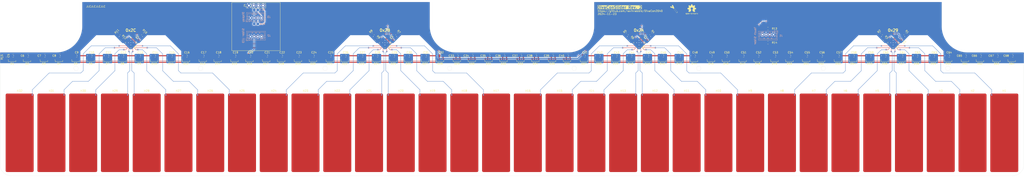
<source format=kicad_pcb>
(kicad_pcb (version 20240108) (generator "pcbnew") (generator_version "8.0")
  (title_block (title "DivaConSlider") (date "2024-11-23") (rev "2"))
  (layers (0 "F.Cu" signal) (31 "B.Cu" signal) (34 "B.Paste" user) (35 "F.Paste" user) (36 "B.SilkS" user "B.Silkscreen") (37 "F.SilkS" user "F.Silkscreen") (38 "B.Mask" user) (39 "F.Mask" user) (44 "Edge.Cuts" user))
  (net 0 "")
  (net 1 "GND")
  (net 2 "+3V3")
  (net 3 "Net-(U1-CS1)")
  (net 4 "Net-(U1-CS2)")
  (net 5 "Net-(U1-CS3)")
  (net 6 "Net-(U1-CS4)")
  (net 7 "Net-(U1-CS5)")
  (net 8 "Net-(U1-CS6)")
  (net 9 "Net-(U1-CS7)")
  (net 10 "Net-(U1-CS8)")
  (net 11 "Net-(U1-WAKE{slash}SPI_MOSI)")
  (net 12 "Net-(U1-RESET)")
  (net 13 "Net-(U1-ADDR_COMM)")
  (net 14 "Net-(U2-CS1)")
  (net 15 "Net-(U2-CS2)")
  (net 16 "Net-(U2-CS3)")
  (net 17 "Net-(U2-CS4)")
  (net 18 "Net-(U2-CS5)")
  (net 19 "Net-(U2-CS6)")
  (net 20 "Net-(U2-CS7)")
  (net 21 "Net-(U2-CS8)")
  (net 22 "Net-(U3-CS1)")
  (net 23 "Net-(U3-CS2)")
  (net 24 "Net-(U3-CS3)")
  (net 25 "Net-(U3-CS4)")
  (net 26 "Net-(U3-CS5)")
  (net 27 "Net-(U3-CS6)")
  (net 28 "Net-(U3-CS7)")
  (net 29 "Net-(U3-CS8)")
  (net 30 "Net-(U4-CS1)")
  (net 31 "Net-(U4-CS2)")
  (net 32 "Net-(U4-CS3)")
  (net 33 "Net-(U4-CS4)")
  (net 34 "Net-(U4-CS5)")
  (net 35 "Net-(U4-CS6)")
  (net 36 "Net-(U4-CS7)")
  (net 37 "Net-(U4-CS8)")
  (net 38 "Net-(U2-WAKE{slash}SPI_MOSI)")
  (net 39 "Net-(U2-RESET)")
  (net 40 "Net-(U2-ADDR_COMM)")
  (net 41 "Net-(U3-WAKE{slash}SPI_MOSI)")
  (net 42 "Net-(U3-RESET)")
  (net 43 "Net-(U3-ADDR_COMM)")
  (net 44 "Net-(U4-WAKE{slash}SPI_MOSI)")
  (net 45 "Net-(U4-RESET)")
  (net 46 "Net-(U4-ADDR_COMM)")
  (net 47 "Slider SCL")
  (net 48 "Slider SDA")
  (net 49 "+5V")
  (net 50 "Net-(D1-DOUT)")
  (net 51 "Net-(D1-DIN)")
  (net 52 "Net-(D2-DOUT)")
  (net 53 "Net-(D3-DOUT)")
  (net 54 "Net-(D4-DOUT)")
  (net 55 "Net-(D5-DOUT)")
  (net 56 "Net-(D6-DOUT)")
  (net 57 "Net-(D7-DOUT)")
  (net 58 "Net-(D8-DOUT)")
  (net 59 "Net-(D10-DIN)")
  (net 60 "Net-(D10-DOUT)")
  (net 61 "Net-(D11-DOUT)")
  (net 62 "Net-(D12-DOUT)")
  (net 63 "Net-(D13-DOUT)")
  (net 64 "Net-(D14-DOUT)")
  (net 65 "Net-(D15-DOUT)")
  (net 66 "Net-(D16-DOUT)")
  (net 67 "Net-(D17-DOUT)")
  (net 68 "Net-(D18-DOUT)")
  (net 69 "Net-(D19-DOUT)")
  (net 70 "Net-(D20-DOUT)")
  (net 71 "Net-(D21-DOUT)")
  (net 72 "Net-(D22-DOUT)")
  (net 73 "Net-(D23-DOUT)")
  (net 74 "Net-(D24-DOUT)")
  (net 75 "Net-(D25-DOUT)")
  (net 76 "Net-(D26-DOUT)")
  (net 77 "Net-(D27-DOUT)")
  (net 78 "Net-(D28-DOUT)")
  (net 79 "Net-(D29-DOUT)")
  (net 80 "Net-(D30-DOUT)")
  (net 81 "Net-(D31-DOUT)")
  (net 82 "Net-(D32-DOUT)")
  (net 83 "Net-(D33-DOUT)")
  (net 84 "Net-(D34-DOUT)")
  (net 85 "Net-(D35-DOUT)")
  (net 86 "Net-(D36-DOUT)")
  (net 87 "Net-(D37-DOUT)")
  (net 88 "Net-(D38-DOUT)")
  (net 89 "Net-(D39-DOUT)")
  (net 90 "Net-(D40-DOUT)")
  (net 91 "Net-(D41-DOUT)")
  (net 92 "Net-(D42-DOUT)")
  (net 93 "Net-(D43-DOUT)")
  (net 94 "Net-(D44-DOUT)")
  (net 95 "Net-(D45-DOUT)")
  (net 96 "Net-(D46-DOUT)")
  (net 97 "Net-(D47-DOUT)")
  (net 98 "Net-(D48-DOUT)")
  (net 99 "Net-(D49-DOUT)")
  (net 100 "Net-(D50-DOUT)")
  (net 101 "Net-(D51-DOUT)")
  (net 102 "Net-(D52-DOUT)")
  (net 103 "Net-(D53-DOUT)")
  (net 104 "Net-(D54-DOUT)")
  (net 105 "Net-(D55-DOUT)")
  (net 106 "Net-(D56-DOUT)")
  (net 107 "Net-(D57-DOUT)")
  (net 108 "Net-(D58-DOUT)")
  (net 109 "Net-(D59-DOUT)")
  (net 110 "Net-(D60-DOUT)")
  (net 111 "Net-(D61-DOUT)")
  (net 112 "Net-(D62-DOUT)")
  (net 113 "Net-(D63-DOUT)")
  (net 115 "Slider LED Data")
  (net 117 "Display SDA")
  (net 118 "Display SCL")
  (net 119 "+3V3_2")
  (footprint "DivaConSlider:LED_SK6812B_SIDE" (layer "F.Cu") (at 468.5 168.5)
    (property "Reference" "D53")
    (property "Value" "SK6812B_SIDE")
  )
  (footprint "Capacitor_SMD:C_0805_2012Metric_Pad1.18x1.45mm_HandSolder" (layer "F.Cu") (at 112.0375 166.75 180)
    (property "Reference" "C15")
    (property "Value" "0.1uF")
  )
  (footprint "Package_DFN_QFN:VQFN-24-1EP_4x4mm_P0.5mm_EP2.5x2.5mm" (layer "F.Cu") (at 498 159.75 -135)
    (property "Reference" "U1")
    (property "Value" "CAP1188")
  )
  (footprint "DivaConSlider:Touchpad_15mmx42mm" (layer "F.Cu") (at 132.5 209)
    (property "Reference" "H26")
    (property "Value" "Electrode 25")
  )
  (footprint "Resistor_SMD:R_0805_2012Metric_Pad1.20x1.40mm_HandSolder" (layer "F.Cu") (at 355.707107 155.042893 -135)
    (property "Reference" "R5")
    (property "Value" "10k")
  )
  (footprint "DivaConSlider:LED_SK6812B_SIDE" (layer "F.Cu") (at 187.5 168.5)
    (property "Reference" "D20")
    (property "Value" "SK6812B_SIDE")
  )
  (footprint "Capacitor_SMD:C_0805_2012Metric_Pad1.18x1.45mm_HandSolder" (layer "F.Cu") (at 545.0375 166.75 180)
    (property "Reference" "C66")
    (property "Value" "0.1uF")
  )
  (footprint "Capacitor_SMD:C_0805_2012Metric_Pad1.18x1.45mm_HandSolder" (layer "F.Cu") (at 392.0375 166.75 180)
    (property "Reference" "C48")
    (property "Value" "0.1uF")
  )
  (footprint "DivaConSlider:Touchpad_15mmx42mm" (layer "F.Cu") (at 183.5 209)
    (property "Reference" "H23")
    (property "Value" "Electrode 22")
  )
  (footprint "DivaConSlider:LED_SK6812B_SIDE" (layer "F.Cu") (at 153.5 168.5)
    (property "Reference" "D16")
    (property "Value" "SK6812B_SIDE")
  )
  (footprint "DivaConSlider:LED_SK6812B_SIDE" (layer "F.Cu") (at 204.5 168.5)
    (property "Reference" "D22")
    (property "Value" "SK6812B_SIDE")
  )
  (footprint "DivaConSlider:LED_SK6812B_SIDE" (layer "F.Cu") (at 391.5 168.5)
    (property "Reference" "D44")
    (property "Value" "SK6812B_SIDE")
  )
  (footprint "Resistor_SMD:R_0805_2012Metric_Pad1.20x1.40mm_HandSolder" (layer "F.Cu") (at 431 152.25)
    (property "Reference" "R13")
    (property "Value" "10k")
  )
  (footprint "DivaConSlider:LED_SK6812B_SIDE" (layer "F.Cu") (at 281.5 168.5)
    (property "Reference" "D31")
    (property "Value" "SK6812B_SIDE")
  )
  (footprint "DivaConSlider:Touchpad_15mmx42mm" (layer "F.Cu") (at 438.5 209)
    (property "Reference" "H8")
    (property "Value" "Electrode 7")
  )
  (footprint "Capacitor_SMD:C_0805_2012Metric_Pad1.18x1.45mm_HandSolder" (layer "F.Cu") (at 502.733623 158.016377 45)
    (property "Reference" "C1")
    (property "Value" "0.1uF")
  )
  (footprint "Capacitor_SMD:C_0805_2012Metric_Pad1.18x1.45mm_HandSolder" (layer "F.Cu") (at 367.0375 166.75 180)
    (property "Reference" "C45")
    (property "Value" "0.1uF")
  )
  (footprint "DivaConSlider:Touchpad_15mmx42mm" (layer "F.Cu") (at 47.5 209)
    (property "Reference" "H31")
    (property "Value" "Electrode 30")
  )
  (footprint "Capacitor_SMD:C_0805_2012Metric_Pad1.18x1.45mm_HandSolder" (layer "F.Cu") (at 137.0375 166.75 180)
    (property "Reference" "C18")
    (property "Value" "0.1uF")
  )
  (footprint "Package_DFN_QFN:VQFN-24-1EP_4x4mm_P0.5mm_EP2.5x2.5mm" (layer "F.Cu") (at 226 159.75 -135)
    (property "Reference" "U3")
    (property "Value" "CAP1188")
  )
  (footprint "Capacitor_SMD:C_0805_2012Metric_Pad1.18x1.45mm_HandSolder" (layer "F.Cu") (at 171.0375 166.75 180)
    (property "Reference" "C22")
    (property "Value" "0.1uF")
  )
  (footprint "Capacitor_SMD:C_0805_2012Metric_Pad1.18x1.45mm_HandSolder" (layer "F.Cu") (at 146.0375 166.75 180)
    (property "Reference" "C19")
    (property "Value" "0.1uF")
  )
  (footprint "DivaConSlider:Touchpad_15mmx42mm" (layer "F.Cu") (at 149.5 209)
    (property "Reference" "H25")
    (property "Value" "Electrode 24")
  )
  (footprint "DivaConSlider:LED_SK6812B_SIDE" (layer "F.Cu") (at 561.5 168.5)
    (property "Reference" "D64")
    (property "Value" "SK6812B_SIDE")
  )
  (footprint "Capacitor_SMD:C_0805_2012Metric_Pad1.18x1.45mm_HandSolder" (layer "F.Cu") (at 452.0375 166.75 180)
    (property "Reference" "C55")
    (property "Value" "0.1uF")
  )
  (footprint "Capacitor_SMD:C_0805_2012Metric_Pad1.18x1.45mm_HandSolder" (layer "F.Cu") (at 290.0375 166.75 180)
    (property "Reference" "C36")
    (property "Value" "0.1uF")
  )
  (footprint "DivaConSlider:LED_SK6812B_SIDE" (layer "F.Cu") (at 272.5 168.5)
    (property "Reference" "D30")
    (property "Value" "SK6812B_SIDE")
  )
  (footprint "Capacitor_SMD:C_0805_2012Metric_Pad1.18x1.45mm_HandSolder" (layer "F.Cu") (at 103.0375 166.75 180)
    (property "Reference" "C14")
    (property "Value" "0.1uF")
  )
  (footprint "Capacitor_SMD:C_0805_2012Metric_Pad1.18x1.45mm_HandSolder" (layer "F.Cu") (at 486.0375 166.75 180)
    (property "Reference" "C59")
    (property "Value" "0.1uF")
  )
  (footprint "DivaConSlider:LED_SK6812B_SIDE" (layer "F.Cu") (at 85.5 168.5)
    (property "Reference" "D8")
    (property "Value" "SK6812B_SIDE")
  )
  (footprint "DivaConSlider:LED_SK6812B_SIDE" (layer "F.Cu") (at 451.5 168.5)
    (property "Reference" "D51")
    (property "Value" "SK6812B_SIDE")
  )
  (footprint "DivaConSlider:LED_SK6812B_SIDE" (layer "F.Cu") (at 68.5 168.5)
    (property "Reference" "D6")
    (property "Value" "SK6812B_SIDE")
  )
  (footprint "Capacitor_SMD:C_0805_2012Metric_Pad1.18x1.45mm_HandSolder" (layer "F.Cu") (at 95.0375 166.75 180)
    (property "Reference" "C13")
    (property "Value" "0.1uF")
  )
  (footprint "DivaConSlider:Touchpad_15mmx42mm" (layer "F.Cu") (at 302.5 209)
    (property "Reference" "H16")
    (property "Value" "Electrode 15")
  )
  (footprint "DivaConSlider:Touchpad_15mmx42mm" (layer "F.Cu") (at 557.5 209)
    (property "Reference" "H1")
    (property "Value" "Electrode 0")
  )
  (footprint "DivaConSlider:LED_SK6812B_SIDE" (layer "F.Cu") (at 476.5 168.5)
    (property "Reference" "D54")
    (property "Value" "SK6812B_SIDE")
  )
  (footprint "Resistor_SMD:R_0805_2012Metric_Pad1.20x1.40mm_HandSolder" (layer "F.Cu") (at 357.292893 158.042893 135)
    (property "Reference" "R6")
    (property "Value" "120k")
  )
  (footprint "DivaConSlider:LED_SK6812B_SIDE" (layer "F.Cu") (at 136.5 168.5)
    (property "Reference" "D14")
    (property "Value" "SK6812B_SIDE")
  )
  (footprint "Resistor_SMD:R_0805_2012Metric_Pad1.20x1.40mm_HandSolder" (layer "F.Cu") (at 431 159.75)
    (property "Reference" "R14")
    (property "Value" "10k")
  )
  (footprint "DivaConSlider:Touchpad_15mmx42mm" (layer "F.Cu") (at 285.5 209)
    (property "Reference" "H17")
    (property "Value" "Electrode 16")
  )
  (footprint "Package_DFN_QFN:VQFN-24-1EP_4x4mm_P0.5mm_EP2.5x2.5mm" (layer "F.Cu") (at 362 159.75 -135)
    (property "Reference" "U2")
    (property "Value" "CAP1188")
  )
  (footprint "Capacitor_SMD:C_0805_2012Metric_Pad1.18x1.45mm_HandSolder" (layer "F.Cu") (at 418.0375 166.75 180)
    (property "Reference" "C51")
    (property "Value" "0.1uF")
  )
  (footprint "Capacitor_SMD:C_0805_2012Metric_Pad1.18x1.45mm_HandSolder" (layer "F.Cu") (at 384.0375 166.75 180)
    (property "Reference" "C47")
    (property "Value" "0.1uF")
  )
  (footprint "DivaConSlider:LED_SK6812B_SIDE" (layer "F.Cu") (at 400.5 168.5)
    (property "Reference" "D45")
    (property "Value" "SK6812B_SIDE")
  )
  (footprint "DivaConSlider:Touchpad_15mmx42mm" (layer "F.Cu") (at 98.5 209)
    (property "Reference" "H28")
    (property "Value" "Electrode 27")
  )
  (footprint "Capacitor_SMD:C_0805_2012Metric_Pad1.18x1.45mm_HandSolder" (layer "F.Cu") (at 44.0375 166.75 180)
    (property "Reference" "C7")
    (property "Value" "0.1uF")
  )
  (footprint "DivaConSlider:Touchpad_15mmx42mm" (layer "F.Cu") (at 217.5 209)
    (property "Reference" "H21")
    (property "Value" "Electrode 20")
  )
  (footprint "DivaConSlider:LED_SK6812B_SIDE" (layer "F.Cu") (at 425.5 168.5)
    (property "Reference" "D48")
    (property "Value" "SK6812B_SIDE")
  )
  (footprint "DivaConSlider:Touchpad_15mmx42mm" (layer "F.Cu") (at 336.5 209)
    (property "Reference" "H14")
    (property "Value" "Electrode 13")
  )
  (footprint "Resistor_SMD:R_0805_2012Metric_Pad1.20x1.40mm_HandSolder" (layer "F.Cu") (at 504.292893 155.042893 -45)
    (property "Reference" "R1")
    (property "Value" "10k")
  )
  (footprint "Capacitor_SMD:C_0805_2012Metric_Pad1.18x1.45mm_HandSolder" (layer "F.Cu") (at 154.0375 166.75 180)
    (property "Reference" "C20")
    (property "Value" "0.1uF")
  )
  (footprint "DivaConSlider:LED_SK6812B_SIDE" (layer "F.Cu") (at 340.5 168.5)
    (property "Reference" "D38")
    (property "Value" "SK6812B_SIDE")
  )
  (footprint "DivaConSlider:LED_SK6812B_SIDE" (layer "F.Cu") (at 247.5 168.5)
    (property "Reference" "D27")
    (property "Value" "SK6812B_SIDE")
  )
  (footprint "DivaConSlider:LED_SK6812B_SIDE" (layer "F.Cu") (at 510.5 168.5)
    (property "Reference" "D58")
    (property "Value" "SK6812B_SIDE")
  )
  (footprint "Capacitor_SMD:C_0805_2012Metric_Pad1.18x1.45mm_HandSolder" (layer "F.Cu") (at 180.0375 166.75 180)
    (property "Reference" "C23")
    (property "Value" "0.1uF")
  )
  (footprint "DivaConSlider:Touchpad_15mmx42mm" (layer "F.Cu") (at 540.5 209)
    (property "Reference" "H2")
    (property "Value" "Electrode 1")
  )
  (footprint "Resistor_SMD:R_0805_2012Metric_Pad1.20x1.40mm_HandSolder" (layer "F.Cu") (at 85.25 158 135)
    (property "Reference" "R12")
    (property "Value" "82k")
  )
  (footprint "DivaConSlider:LED_SK6812B_SIDE" (layer "F.Cu") (at 332.5 168.5)
    (property "Reference" "D37")
    (property "Value" "SK6812B_SIDE")
  )
  (footprint "DivaConSlider:LED_SK6812B_SIDE" (layer "F.Cu") (at 264.5 168.5)
    (property "Reference" "D29")
    (property "Value" "SK6812B_SIDE")
  )
  (footprint "Resistor_SMD:R_0805_2012Metric_Pad1.20x1.40mm_HandSolder" (layer "F.Cu") (at 232.292893 155.042893 -45)
    (property "Reference" "R7")
    (property "Value" "10k")
  )
  (footprint "DivaConSlider:LED_SK6812B_SIDE" (layer "F.Cu") (at 349.5 168.5)
    (property "Reference" "D39")
    (property "Value" "SK6812B_SIDE")
  )
  (footprint "Capacitor_SMD:C_0805_2012Metric_Pad1.18x1.45mm_HandSolder" (layer "F.Cu") (at 205.0375 166.75 180)
    (property "Reference" "C26")
    (property "Value" "0.1uF")
  )
  (footprint "Capacitor_SMD:C_0805_2012Metric_Pad1.18x1.45mm_HandSolder" (layer "F.Cu") (at 52.0375 166.75 180)
    (property "Reference" "C8")
    (property "Value" "0.1uF")
  )
  (footprint "Resistor_SMD:R_0805_2012Metric_Pad1.20x1.40mm_HandSolder" (layer "F.Cu") (at 96.292893 155.042893 -45)
    (property "Reference" "R10")
    (property "Value" "10k")
  )
  (footprint "Resistor_SMD:R_0805_2012Metric_Pad1.20x1.40mm_HandSolder" (layer "F.Cu") (at 493.292893 158.042893 135)
    (property "Reference" "R3")
    (property "Value" "150k")
  )
  (footprint "DivaConSlider:LED_SK6812B_SIDE" (layer "F.Cu") (at 374.5 168.5)
    (property "Reference" "D42")
    (property "Value" "SK6812B_SIDE")
  )
  (footprint "DivaConSlider:Touchpad_15mmx42mm" (layer "F.Cu") (at 30.5 209)
    (property "Reference" "H32")
    (property "Value" "Electrode 31")
  )
  (footprint "Capacitor_SMD:C_0805_2012Metric_Pad1.18x1.45mm_HandSolder" (layer "F.Cu") (at 350.0375 166.75 180)
    (property "Reference" "C43")
    (property "Value" "0.1uF")
  )
  (footprint "Capacitor_SMD:C_0805_2012Metric_Pad1.18x1.45mm_HandSolder" (layer "F.Cu") (at 94.75 158 45)
    (property "Reference" "C4")
    (property "Value" "0.1uF")
  )
  (footprint "DivaConSlider:LED_SK6812B_SIDE" (layer "F.Cu") (at 383.5 168.5)
    (property "Reference" "D43")
    (property "Value" "SK6812B_SIDE")
  )
  (footprint "DivaConSlider:Touchpad_15mmx42mm" (layer "F.Cu") (at 319.5 209)
    (property "Reference" "H15")
    (property "Value" "Electrode 14")
  )
  (footprint "DivaConSlider:LED_SK6812B_SIDE" (layer "F.Cu") (at 298.5 168.5)
    (property "Reference" "D33")
    (property "Value" "SK6812B_SIDE")
  )
  (footprint "Capacitor_SMD:C_0805_2012Metric_Pad1.18x1.45mm_HandSolder" (layer "F.Cu") (at 265.0375 166.75 180)
    (property "Reference" "C33")
    (property "Value" "0.1uF")
  )
  (footprint "DivaConSlider:LED_SK6812B_SIDE" (layer "F.Cu") (at 434.5 168.5)
    (property "Reference" "D49")
    (property "Value" "SK6812B_SIDE")
  )
  (footprint "DivaConSlider:LED_SK6812B_SIDE" (layer "F.Cu") (at 493.5 168.5)
    (property "Reference" "D56")
    (property "Value" "SK6812B_SIDE")
  )
  (footprint "Resistor_SMD:R_0805_2012Metric_Pad1.20x1.40mm_HandSolder" (layer "F.Cu") (at 368.292893 155.042893 -45)
    (property "Reference" "R4")
    (property "Value" "10k")
  )
  (footprint "DivaConSlider:LED_SK6812B_SIDE" (layer "F.Cu") (at 238.5 168.5)
    (property "Reference" "D26")
    (property "Value" "SK6812B_SIDE")
  )
  (footprint "Capacitor_SMD:C_0805_2012Metric_Pad1.18x1.45mm_HandSolder" (layer "F.Cu") (at 316.0375 166.75 180)
    (property "Reference" "C39")
    (property "Value" "0.1uF")
  )
  (footprint "CustomLogos:Leek-Logo_6.3mm_Silkscreen" (layer "F.Cu") (at 380.75 141.75)
    (property "Reference" "REF**" (hide yes))
    (property "Value" "LOGO" (hide yes))
  )
  (footprint "Capacitor_SMD:C_0805_2012Metric_Pad1.18x1.45mm_HandSolder" (layer "F.Cu") (at 366.733623 157.983623 45)
    (property "Reference" "C2")
    (property "Value" "0.1uF")
  )
  (footprint "DivaConSlider:LED_SK6812B_SIDE" (layer "F.Cu") (at 128.5 168.5)
    (property "Reference" "D13")
    (property "Value" "SK6812B_SIDE")
  )
  (footprint "Capacitor_SMD:C_0805_2012Metric_Pad1.18x1.45mm_HandSolder" (layer "F.Cu") (at 511.0375 166.75 180)
    (property "Reference" "C62")
    (property "Value" "0.1uF")
  )
  (footprint "DivaConSlider:LED_SK6812B_SIDE" (layer "F.Cu") (at 145.5 168.5)
    (property "Reference" "D15")
    (property "Value" "SK6812B_SIDE")
  )
  (footprint "Capacitor_SMD:C_0805_2012Metric_Pad1.18x1.45mm_HandSolder" (layer "F.Cu") (at 503.0375 166.75 180)
    (property "Reference" "C61")
    (property "Value" "0.1uF")
  )
  (footprint "Capacitor_SMD:C_0805_2012Metric_Pad1.18x1.45mm_HandSolder" (layer "F.Cu") (at 358.0375 166.75 180)
    (property "Reference" "C44")
    (property "Value" "0.1uF")
  )
  (footprint "DivaConSlider:LED_SK6812B_SIDE" (layer "F.Cu") (at 459.5 168.5)
    (property "Reference" "D52")
    (property "Value" "SK6812B_SIDE")
  )
  (footprint "Capacitor_SMD:C_0805_2012Metric_Pad1.18x1.45mm_HandSolder" (layer "F.Cu") (at 494.0375 166.75 180)
    (property "Reference" "C60")
    (property "Value" "0.1uF")
  )
  (footprint "Capacitor_SMD:C_0805_2012Metric_Pad1.18x1.45mm_HandSolder" (layer "F.Cu") (at 409.0375 166.75 180)
    (property "Reference" "C50")
    (property "Value" "0.1uF")
  )
  (footprint "Capacitor_SMD:C_0805_2012Metric_Pad1.18x1.45mm_HandSolder" (layer "F.Cu") (at 435.0375 166.75 180)
    (property "Reference" "C53")
    (property "Value" "0.1uF")
  )
  (footprint "Capacitor_SMD:C_0805_2012Metric_Pad1.18x1.45mm_HandSolder" (layer "F.Cu") (at 61.0375 166.75 180)
    (property "Reference" "C9")
    (property "Value" "0.1uF")
  )
  (footprint "DivaConSlider:LED_SK6812B_SIDE" (layer "F.Cu") (at 196.5 168.5)
    (property "Reference" "D21")
    (property "Value" "SK6812B_SIDE")
  )
  (footprint "DivaConSlider:LED_SK6812B_SIDE" (layer "F.Cu") (at 43.5 168.5)
    (property "Reference" "D3")
    (property "Value" "SK6812B_SIDE")
  )
  (footprint "Capacitor_SMD:C_0805_2012Metric_Pad1.18x1.45mm_HandSolder" (layer "F.Cu") (at 222.0375 166.75 180)
    (property "Reference" "C28")
    (property "Value" "0.1uF")
  )
  (footprint "DivaConSlider:LED_SK6812B_SIDE" (layer "F.Cu") (at 323.5 168.5)
    (property "Reference" "D36")
    (property "Value" "SK6812B_SIDE")
  )
  (footprint "Capacitor_SMD:C_0805_2012Metric_Pad1.18x1.45mm_HandSolder" (layer "F.Cu") (at 443.0375 166.75 180)
    (property "Reference" "C54")
    (property "Value" "0.1uF")
  )
  (footprint "DivaConSlider:Touchpad_15mmx42mm" (layer "F.Cu") (at 455.5 209)
    (property "Reference" "H7")
    (property "Value" "Electrode 6")
  )
  (footprint "DivaConSlider:LED_SK6812B_SIDE" (layer "F.Cu") (at 527.5 168.5)
    (property "Reference" "D60")
    (property "Value" "SK6812B_SIDE")
  )
  (footprint "Capacitor_SMD:C_0805_2012Metric_Pad1.18x1.45mm_HandSolder" (layer "F.Cu") (at 562.0375 166.75 180)
    (property "Reference" "C68")
    (property "Value" "0.1uF")
  )
  (footprint "DivaConSlider:Touchpad_15mmx42mm" (layer "F.Cu") (at 166.5 209)
    (property "Reference" "H24")
    (property "Value" "Electrode 23")
  )
  (footprint "DivaConSlider:Touchpad_15mmx42mm" (layer "F.Cu") (at 64.5 209)
    (property "Reference" "H30")
    (property "Value" "Electrode 29")
  )
  (footprint "DivaConSlider:LED_SK6812B_SIDE" (layer "F.Cu") (at 51.5 168.5)
    (property "Reference" "D4")
    (property "Value" "SK6812B_SIDE")
  )
  (footprint "DivaConSlider:LED_SK6812B_SIDE" (layer "F.Cu") (at 26.5 168.5)
    (property "Reference" "D1")
    (property "Value" "SK6812B_SIDE")
  )
  (footprint "DivaConSlider:LED_SK6812B_SIDE" (layer "F.Cu") (at 77.5 168.5)
    (property "Reference" "D7")
    (property "Value" "SK6812B_SIDE")
  )
  (footprint "Connector_PinHeader_2.54mm:PinHeader_1x04_P2.54mm_Vertical" (layer "F.Cu") (at 153.2 139.9 90)
    (property "Reference" "J4")
    (property "Value" "Display")
  )
  (footprint "DivaConSlider:LED_SK6812B_SIDE" (layer "F.Cu") (at 170.5 168.5)
    (property "Reference" "D18")
    (property "Value" "SK6812B_SIDE")
  )
  (footprint "DivaConSlider:LED_SK6812B_SIDE" (layer "F.Cu") (at 60.5 168.5)
    (property "Reference" "D5")
    (property "Value" "SK6812B_SIDE")
  )
  (footprint "DivaConSlider:Touchpad_15mmx42mm" (layer "F.Cu") (at 506.5 209)
    (property "Reference" "H4")
    (property "Value" "Electrode 3")
  )
  (footprint "DivaConSlider:LED_SK6812B_SIDE" (layer "F.Cu") (at 255.5 168.5)
    (property "Reference" "D28")
    (property "Value" "SK6812B_SIDE")
  )
  (footprint "Capacitor_SMD:C_0805_2012Metric_Pad1.18x1.45mm_HandSolder" (layer "F.Cu") (at 469.0375 166.75 180)
    (property "Reference" "C57")
    (property "Value" "0.1uF")
  )
  (footprint "Capacitor_SMD:C_0805_2012Metric_Pad1.18x1.45mm_HandSolder" (layer "F.Cu") (at 120.0375 166.75 180)
    (property "Reference" "C16")
    (property "Value" "0.1uF")
  )
  (footprint "Capacitor_SMD:C_0805_2012Metric_Pad1.18x1.45mm_HandSolder" (layer "F.Cu") (at 248.0375 166.75 180)
    (property "Reference" "C31")
    (property "Value" "0.1uF")
  )
  (footprint "Capacitor_SMD:C_0805_2012Metric_Pad1.18x1.45mm_HandSolder" (layer "F.Cu") (at 401.0375 166.75 180)
    (property "Reference" "C49")
    (property "Value" "0.1uF")
  )
  (footprint "DivaConSlider:LED_SK6812B_SIDE" (layer "F.Cu") (at 502.5 168.5)
    (property "Reference" "D57")
    (property "Value" "SK6812B_SIDE")
  )
  (footprint "Resistor_SMD:R_0805_2012Metric_Pad1.20x1.40mm_HandSolder" (layer "F.Cu") (at 221.292893 158.042893 135)
    (property "Reference" "R9")
    (property "Value" "100k")
  )
  (footprint "DivaConSlider:Touchpad_15mmx42mm" (layer "F.Cu") (at 353.5 209)
    (property "Reference" "H13")
    (property "Value" "Electrode 12")
  )
  (footprint "Resistor_SMD:R_0805_2012Metric_Pad1.20x1.40mm_HandSolder" (layer "F.Cu") (at 83.707107 155.042893 -135)
    (property "Reference" "R11")
    (property "Value" "10k")
  )
  (footprint "Resistor_SMD:R_0805_2012Metric_Pad1.20x1.40mm_HandSolder" (layer "F.Cu") (at 22.5 167.5 90)
    (property "Reference" "R15")
    (property "Value" "470")
  )
  (footprint "Capacitor_SMD:C_0805_2012Metric_Pad1.18x1.45mm_HandSolder" (layer "F.Cu") (at 239.0375 166.75 180)
    (property "Reference" "C30")
    (property "Value" "0.1uF")
  )
  (footprint "Resistor_SMD:R_0805_2012Metric_Pad1.20x1.40mm_HandSolder" (layer "F.Cu") (at 491.707107 155.042893 -135)
    (property "Reference" "R2")
    (property "Value" "10k")
  )
  (footprint "DivaConSlider:LED_SK6812B_SIDE" (layer "F.Cu") (at 102.5 168.5)
    (property "Reference" "D10")
    (property "Value" "SK6812B_SIDE")
  )
  (footprint "DivaConSlider:Touchpad_15mmx42mm" (layer "F.Cu") (at 81.5 209)
    (property "Reference" "H29")
    (property "Value" "Electrode 28")
  )
  (footprint "Capacitor_SMD:C_0805_2012Metric_Pad1.18x1.45mm_HandSolder" (layer "F.Cu") (at 333.0375 166.75 180)
    (property "Reference" "C41")
    (property "Value" "0.1uF")
  )
  (footprint "Capacitor_SMD:C_0805_2012Metric_Pad1.18x1.45mm_HandSolder" (layer "F.Cu") (at 282.0375 166.75 180)
    (property "Reference" "C35")
    (property "Value" "0.1uF")
  )
  (footprint "DivaConSlider:LED_SK6812B_SIDE" (layer "F.Cu") (at 306.5 168.5)
    (property "Reference" "D34")
    (property "Value" "SK6812B_SIDE")
  )
  (footprint "DivaConSlider:Touchpad_15mmx42mm" (layer "F.Cu") (at 489.5 209)
    (property "Reference" "H5")
    (property "Value" "Electrode 4")
  )
  (footprint "Capacitor_SMD:C_0805_2012Metric_Pad1.18x1.45mm_HandSolder" (layer "F.Cu") (at 341.0375 166.75 180)
    (property "Reference" "C42")
    (property "Value" "0.1uF")
  )
  (footprint "DivaConSlider:Touchpad_15mmx42mm" (layer "F.Cu") (at 387.5 209)
    (property "Reference" "H11")
    (property "Value" "Electrode 10")
  )
  (footprint "Capacitor_SMD:C_0805_2012Metric_Pad1.18x1.45mm_HandSolder" (layer "F.Cu") (at 554.0375 166.75 180)
    (property "Reference" "C67")
    (property "Value" "0.1uF")
  )
  (footprint "Capacitor_SMD:C_0805_2012Metric_Pad1.18x1.45mm_HandSolder" (layer "F.Cu") (at 230.733623 158.016377 45)
    (property "Reference" "C3")
    (property "Value" "0.1uF")
  )
  (footprint "Package_DFN_QFN:VQFN-24-1EP_4x4mm_P0.5mm_EP2.5x2.5mm" (layer "F.Cu") (at 90 159.75 -135)
    (property "Reference" "U4")
    (property "Value" "CAP1188")
  )
  (footprint "DivaConSlider:LED_SK6812B_SIDE" (layer "F.Cu") (at 544.5 168.5)
    (property "Reference" "D62")
    (property "Value" "SK6812B_SIDE")
  )
  (footprint "Capacitor_SMD:C_0805_2012Metric_Pad1.18x1.45mm_HandSolder" (layer "F.Cu") (at 163.0375 166.75 180)
    (property "Reference" "C21")
    (property "Value" "0.1uF")
  )
  (footprint "DivaConSlider:LED_SK6812B_SIDE" (layer "F.Cu") (at 417.5 168.5)
    (property "Reference" "D47")
    (property "Value" "SK6812B_SIDE")
  )
  (footprint "Capacitor_SMD:C_0805_2012Metric_Pad1.18x1.45mm_HandSolder" (layer "F.Cu") (at 188.0375 166.75 180)
    (property "Reference" "C24")
    (property "Value" "0.1uF")
  )
  (footprint "Capacitor_SMD:C_0805_2012Metric_Pad1.18x1.45mm_HandSolder" (layer "F.Cu") (at 537.0375 166.75 180)
    (property "Reference" "C65")
    (property "Value" "0.1uF")
  )
  (footprint "DivaConSlider:LED_SK6812B_SIDE" (layer "F.Cu") (at 162.5 168.5)
    (property "Reference" "D17")
    (property "Value" "SK6812B_SIDE")
  )
  (footprint "Capacitor_SMD:C_0805_2012Metric_Pad1.18x1.45mm_HandSolder" (layer "F.Cu") (at 477.0375 166.75 180)
    (property "Reference" "C58")
    (property "Value" "0.1uF")
  )
  (footprint "DivaConSlider:LED_SK6812B_SIDE" (layer "F.Cu") (at 213.5 168.5)
    (property "Reference" "D23")
    (property "Value" "SK6812B_SIDE")
  )
  (footprint "DivaConSlider:LED_SK6812B_SIDE" (layer "F.Cu") (at 119.5 168.5)
    (property "Reference" "D12")
    (property "Value" "SK6812B_SIDE")
  )
  (footprint "DivaConSlider:Touchpad_15mmx42mm" (layer "F.Cu") (at 523.5 209)
    (property "Reference" "H3")
    (property "Value" "Electrode 2")
  )
  (footprint "Symbol:OSHW-Logo2_7.3x6mm_SilkScreen" (layer "F.Cu") (at 390.25 142)
    (property "Reference" "REF**" (hide yes))
    (property "Value" "OSHW-Logo2_7.3x6mm_SilkScreen" (hide yes))
  )
  (footprint "DivaConSlider:Touchpad_15mmx42mm" (layer "F.Cu") (at 234.5 209)
    (property "Reference" "H20")
    (property "Value" "Electrode 19")
  )
  (footprint "DivaConSlider:LED_SK6812B_SIDE" (layer "F.Cu") (at 553.325 168.5)
    (property "Reference" "D63")
    (property "Value" "SK6812B_SIDE")
  )
  (footprint "Capacitor_SMD:C_0805_2012Metric_Pad1.18x1.45mm_HandSolder" (layer "F.Cu") (at 324.0375 166.75 180)
    (property "Reference" "C40")
    (property "Value" "0.1uF")
  )
  (footprint "Capacitor_SMD:C_0805_2012Metric_Pad1.18x1.45mm_HandSolder" (layer "F.Cu") (at 86.0375 166.75 180)
    (property "Reference" "C12")
    (property "Value" "0.1uF")
  )
  (footprint "DivaConSlider:Touchpad_15mmx42mm" (layer "F.Cu") (at 200.5 209)
    (property "Reference" "H22")
    (property "Value" "Electrode 21")
  )
  (footprint "DivaConSlider:LED_SK6812B_SIDE" (layer "F.Cu") (at 442.5 168.5)
    (property "Reference" "D50")
    (property "Value" "SK6812B_SIDE")
  )
  (footprint "Capacitor_SMD:C_0805_2012Metric_Pad1.18x1.45mm_HandSolder" (layer "F.Cu") (at 69.0375 166.75 180)
    (property "Reference" "C10")
    (property "Value" "0.1uF")
  )
  (footprint "DivaConSlider:LED_SK6812B_SIDE" (layer "F.Cu") (at 366.5 168.5)
    (property "Reference" "D41")
    (property "Value" "SK6812B_SIDE")
  )
  (footprint "Capacitor_SMD:C_0805_2012Metric_Pad1.18x1.45mm_HandSolder" (layer "F.Cu") (at 307.0375 166.75 180)
    (property "Reference" "C38")
    (property "Value" "0.1uF")
  )
  (footprint "DivaConSlider:Touchpad_15mmx42mm" (layer "F.Cu") (at 115.5 209)
    (property "Reference" "H27")
    (property "Value" "Electrode 26")
  )
  (footprint "Capacitor_SMD:C_0805_2012Metric_Pad1.18x1.45mm_HandSolder" (layer "F.Cu") (at 129.0375 166.75 180)
    (property "Reference" "C17")
    (property "Value" "0.1uF")
  )
  (footprint "Capacitor_SMD:C_0805_2012Metric_Pad1.18x1.45mm_HandSolder" (layer "F.Cu") (at 78.0375 166.75 180)
    (property "Reference" "C11")
    (property "Value" "0.1uF")
  )
  (footprint "Capacitor_SMD:C_0805_2012Metric_Pad1.18x1.45mm_HandSolder" (layer "F.Cu") (at 375.0375 166.75 180)
    (property "Reference" "C46")
    (property "Value" "0.1uF")
  )
  (footprint "DivaConSlider:LED_SK6812B_SIDE" (layer "F.Cu") (at 230.5 168.5)
    (property "Reference" "D25")
    (property "Value" "SK6812B_SIDE")
  )
  (footprint "DivaConSlider:Touchpad_15mmx42mm" (layer "F.Cu") (at 472.5 209)
    (property "Reference" "H6")
    (property "Value" "Electrode 5")
  )
  (footprint "DivaConSlider:LED_SK6812B_SIDE" (layer "F.Cu") (at 34.5 168.5)
    (property "Reference" "D2")
    (property "Value" "SK6812B_SIDE")
  )
  (footprint "Capacitor_SMD:C_0805_2012Metric_Pad1.18x1.45mm_HandSolder" (layer "F.Cu") (at 273.0375 166.75 180)
    (property "Reference" "C34")
    (property "Value" "0.1uF")
  )
  (footprint "DivaConSlider:Touchpad_15mmx42mm" (layer "F.Cu") (at 268.5 209)
    (property "Reference" "H18")
    (property "Value" "Electrode 17")
  )
  (footprint "DivaConSlider:Touchpad_15mmx42mm" (layer "F.Cu") (at 370.5 209)
    (property "Reference" "H12")
    (property "Value" "Electrode 11")
  )
  (footprint "Capacitor_SMD:C_0805_2012Metric_Pad1.18x1.45mm_HandSolder" (layer "F.Cu") (at 460.0375 166.75 180)
    (property "Reference" "C56")
    (property "Value" "0.1uF")
  )
  (footprint "DivaConSlider:LED_SK6812B_SIDE" (layer "F.Cu") (at 357.5 168.5)
    (property "Reference" "D40")
    (property "Value" "SK6812B_SIDE")
  )
  (footprint "DivaConSlider:LED_SK6812B_SIDE" (layer "F.Cu") (at 408.5 168.5)
    (property "Reference" "D46")
    (property "Value" "SK6812B_SIDE")
  )
  (footprint "Capacitor_SMD:C_0805_2012Metric_Pad1.18x1.45mm_HandSolder" (layer "F.Cu") (at 256.0375 166.75 180)
    (property "Reference" "C32")
    (property "Value" "0.1uF")
  )
  (footprint "DivaConSlider:LED_SK6812B_SIDE" (layer "F.Cu") (at 111.5 168.5)
    (property "Reference" "D11")
    (property "Value" "SK6812B_SIDE")
  )
  (footprint "DivaConSlider:LED_SK6812B_SIDE" (layer "F.Cu") (at 315.5 168.5)
    (property "Reference" "D35")
    (property "Value" "SK6812B_SIDE")
  )
  (footprint "DivaConSlider:LED_SK6812B_SIDE" (layer "F.Cu") (at 94.5 168.5)
    (property "Reference" "D9")
    (property "Value" "SK6812B_SIDE")
  )
  (footprint "DivaConSlider:Touchpad_15mmx42mm" (layer "F.Cu") (at 421.5 209)
    (property "Reference" "H9")
    (property "Value" "Electrode 8")
  )
  (footprint "Capacitor_SMD:C_0805_2012Metric_Pad1.18x1.45mm_HandSolder" (layer "F.Cu") (at 299.0375 166.75 180)
    (property "Reference" "C37")
    (property "Value" "0.1uF")
  )
  (footprint "DivaConSlider:LED_SK6812B_SIDE" (layer "F.Cu") (at 179.5 168.5)
    (property "Reference" "D19")
    (property "Value" "SK6812B_SIDE")
  )
  (footprint "Resistor_SMD:R_0805_2012Metric_Pad1.20x1.40mm_HandSolder" (layer "F.Cu") (at 219.707107 155.042893 -135)
    (property "Reference" "R8")
    (property "Value" "10k")
  )
  (footprint "Capacitor_SMD:C_0805_2012Metric_Pad1.18x1.45mm_HandSolder" (layer "F.Cu") (at 214.0375 166.75 180)
    (property "Reference" "C27")
    (property "Value" "0.1uF")
  )
  (footprint "Capacitor_SMD:C_0805_2012Metric_Pad1.18x1.45mm_HandSolder" (layer "F.Cu") (at 426.0375 166.75 180)
    (property "Reference" "C52")
    (property "Value" "0.1uF")
  )
  (footprint "DivaConSlider:LED_SK6812B_SIDE" (layer "F.Cu") (at 536.5 168.5)
    (property "Reference" "D61")
    (property "Value" "SK6812B_SIDE")
  )
  (footprint "DivaConSlider:LED_SK6812B_SIDE" (layer "F.Cu") (at 221.5 168.5)
    (property "Reference" "D24")
    (property "Value" "SK6812B_SIDE")
  )
  (footprint "Capacitor_SMD:C_0805_2012Metric_Pad1.18x1.45mm_HandSolder" (layer "F.Cu") (at 231.0375 166.75 180)
    (property "Reference" "C29")
    (property "Value" "0.1uF")
  )
  (footprint "DivaConSlider:LED_SK6812B_SIDE" (layer "F.Cu") (at 519.5 168.5)
    (property "Reference" "D59")
    (property "Value" "SK6812B_SIDE")
  )
  (footprint "DivaConSlider:LED_SK6812B_SIDE" (layer "F.Cu") (at 289.5 168.5)
    (property "Reference" "D32")
    (property "Value" "SK6812B_SIDE")
  )
  (footprint "Capacitor_SMD:C_0805_2012Metric_Pad1.18x1.45mm_HandSolder" (layer "F.Cu") (at 27.0375 166.75 180)
    (property "Reference" "C5")
    (property "Value" "0.1uF")
  )
  (footprint "Capacitor_SMD:C_0805_2012Metric_Pad1.18x1.45mm_HandSolder" (layer "F.Cu") (at 197.0375 166.75 180)
    (property "Reference" "C25")
    (property "Value" "0.1uF")
  )
  (footprint "DivaConSlider:Touchpad_15mmx42mm" (layer "F.Cu") (at 251.5 209)
    (property "Reference" "H19")
    (property "Value" "Electrode 18")
  )
  (footprint "Capacitor_SMD:C_0805_2012Metric_Pad1.18x1.45mm_HandSolder" (layer "F.Cu") (at 520.0375 166.75 180)
    (property "Reference" "C63")
    (property "Value" "0.1uF")
  )
  (footprint "DivaConSlider:LED_SK6812B_SIDE" (layer "F.Cu") (at 485.5 168.5)
    (property "Reference" "D55")
    (property "Value" "SK6812B_SIDE")
  )
  (footprint "Capacitor_SMD:C_0805_2012Metric_Pad1.18x1.45mm_HandSolder" (layer "F.Cu") (at 528.0375 166.75 180)
    (property "Reference" "C64")
    (property "Value" "0.1uF")
  )
  (footprint "Capacitor_SMD:C_0805_2012Metric_Pad1.18x1.45mm_HandSolder" (layer "F.Cu") (at 35.0375 166.75 180)
    (property "Reference" "C6")
    (property "Value" "0.1uF")
  )
  (footprint "DivaConSlider:Touchpad_15mmx42mm" (layer "F.Cu") (at 404.5 209)
    (property "Reference" "H10")
    (property "Value" "Electrode 9")
  )
  (footprint "Connector_JST:JST_PH_B4B-PH-K_1x04_P2.00mm_Vertical" (layer "B.Cu") (at 154 146.55)
    (property "Reference" "J3")
    (property "Value" "Display I2C")
  )
  (footprint "Connector_JST:JST_PH_B4B-PH-K_1x04_P2.00mm_Vertical" (layer "B.Cu") (at 434 155.45 180)
    (property "Reference" "J1")
    (property "Value" "Slider I2C")
  )
  (footprint "Resistor_SMD:R_0805_2012Metric_Pad1.20x1.40mm_HandSolder" (layer "B.Cu") (at 157 142.25 180)
    (property "Reference" "R17")
    (property "Value" "10k")
  )
  (footprint "Connector_JST:JST_PH_B4B-PH-K_1x04_P2.00mm_Vertical" (layer "B.Cu") (at 154 156.55)
    (property "Reference" "J2")
    (property "Value" "Slider LED")
  )
  (footprint "Resistor_SMD:R_0805_2012Metric_Pad1.20x1.40mm_HandSolder" (layer "B.Cu") (at 157 149.75 180)
    (property "Reference" "R16")
    (property "Value" "10k")
  )
  (gr_rect (start 144 138.25) (end 170 164) (stroke (width 0.15)) (fill none) (layer "F.SilkS"))
  (gr_circle (center 460.6495 173.5) (end 461.8495 173.5) (stroke (width 0.05)) (fill none) (layer "Edge.Cuts"))
  (gr_line (start 568 225) (end 568 170) (stroke (width 0.05)) (layer "Edge.Cuts"))
  (gr_line (start 25.999999 231) (end 562 231) (stroke (width 0.05)) (layer "Edge.Cuts"))
  (gr_line (start 20 170) (end 20 225.000001) (stroke (width 0.05)) (layer "Edge.Cuts"))
  (gr_circle (center 327.3215 173.5) (end 328.5215 173.5) (stroke (width 0.05)) (fill none) (layer "Edge.Cuts"))
  (gr_line (start 338 138) (end 338 151) (stroke (width 0.05)) (layer "Edge.Cuts"))
  (gr_circle (center 127.3295 173.5) (end 128.5295 173.5) (stroke (width 0.05)) (fill none) (layer "Edge.Cuts"))
  (gr_line (start 64 138) (end 250 138) (stroke (width 0.05)) (layer "Edge.Cuts"))
  (gr_circle (center 60.6655 173.5) (end 61.8655 173.5) (stroke (width 0.05)) (fill none) (layer "Edge.Cuts"))
  (gr_arc (start 568 225) (mid 566.242641 229.242641) (end 562 231) (stroke (width 0.05)) (layer "Edge.Cuts"))
  (gr_circle (center 260.6575 173.5) (end 261.8575 173.5) (stroke (width 0.05)) (fill none) (layer "Edge.Cuts"))
  (gr_line (start 20 170) (end 20 165) (stroke (width 0.05)) (layer "Edge.Cuts"))
  (gr_line (start 64 151) (end 64 138) (stroke (width 0.05)) (layer "Edge.Cuts"))
  (gr_arc (start 64 151) (mid 59.899495 160.899495) (end 50 165) (stroke (width 0.05)) (layer "Edge.Cuts"))
  (gr_line (start 524 151) (end 524 138) (stroke (width 0.05)) (layer "Edge.Cuts"))
  (gr_circle (center 527.3135 173.5) (end 528.5135 173.5) (stroke (width 0.05)) (fill none) (layer "Edge.Cuts"))
  (gr_line (start 250 151) (end 250 138) (stroke (width 0.05)) (layer "Edge.Cuts"))
  (gr_circle (center 193.9935 173.5) (end 195.1935 173.5) (stroke (width 0.05)) (fill none) (layer "Edge.Cuts"))
  (gr_line (start 338 138) (end 524 138) (stroke (width 0.05)) (layer "Edge.Cuts"))
  (gr_arc (start 538 165) (mid 528.100505 160.899495) (end 524 151) (stroke (width 0.05)) (layer "Edge.Cuts"))
  (gr_arc (start 25.999999 231) (mid 21.757359 229.242641) (end 20 225.000001) (stroke (width 0.05)) (layer "Edge.Cuts"))
  (gr_arc (start 264 165) (mid 254.100505 160.899495) (end 250 151) (stroke (width 0.05)) (layer "Edge.Cuts"))
  (gr_line (start 294 165) (end 264 165) (stroke (width 0.05)) (layer "Edge.Cuts"))
  (gr_line (start 294 165) (end 324 165) (stroke (width 0.05)) (layer "Edge.Cuts"))
  (gr_arc (start 338 151) (mid 333.899495 160.899495) (end 324 165) (stroke (width 0.05)) (layer "Edge.Cuts"))
  (gr_line (start 568 165) (end 538 165) (stroke (width 0.05)) (layer "Edge.Cuts"))
  (gr_line (start 20 165) (end 50 165) (stroke (width 0.05)) (layer "Edge.Cuts"))
  (gr_circle (center 393.9855 173.5) (end 395.1855 173.5) (stroke (width 0.05)) (fill none) (layer "Edge.Cuts"))
  (gr_line (start 568 165) (end 568 170) (stroke (width 0.05)) (layer "Edge.Cuts"))
  (gr_text "Display" (at 150.75 143.25 90) (layer "B.SilkS") (effects (font (size 1 1)) (justify left bottom mirror)))
  (gr_text "Slider LED" (at 150.75 152 90) (layer "B.SilkS") (effects (font (size 1 1)) (justify left bottom mirror)))
  (gr_text "Touch Slider" (at 424.75 151.25 90) (layer "B.SilkS") (effects (font (size 1 1)) (justify left bottom mirror)))
  (gr_text "0x2A" (at 359 154 0) (layer "F.SilkS") (effects (font (size 1.5 1.5) (thickness 0.3) (bold yes)) (justify left bottom)))
  (gr_text "0x2C" (at 87 154 0) (layer "F.SilkS") (effects (font (size 1.5 1.5) (thickness 0.3) (bold yes)) (justify left bottom)))
  (gr_text "0x29" (at 495 154 0) (layer "F.SilkS") (effects (font (size 1.5 1.5) (thickness 0.3) (bold yes)) (justify left bottom)))
  (gr_text "https://github.com/ravinrabbid/DivaCon2040\n${ISSUE_DATE}" (at 339.75 145 0) (layer "F.SilkS") (effects (font (size 1 1)) (justify left bottom)))
  (gr_text "0x2B" (at 223 154 0) (layer "F.SilkS") (effects (font (size 1.5 1.5) (thickness 0.3) (bold yes)) (justify left bottom)))
  (gr_text "${TITLE} Rev. ${REVISION}" (at 339.5 141.75 0) (layer "F.SilkS" knockout) (effects (font (size 1.5 1.5) (thickness 0.3) (bold yes)) (justify left bottom)))
  (gr_text "JLCJLCJLCJLC" (at 66 141 0) (layer "F.SilkS") (effects (font (size 1 1)) (justify left bottom)))
  (segment (start 360.75 159.75) (end 360.232233 159.75) (width 0.1524) (layer "F.Cu") (net 1))
  (segment (start 198.075 166.75) (end 197.25 166.75) (width 0.508) (layer "F.Cu") (net 1))
  (segment (start 359.075 166.75) (end 364.75 166.75) (width 0.508) (layer "F.Cu") (net 1))
  (segment (start 368.075 168.5) (end 368.075 166.75) (width 0.508) (layer "F.Cu") (net 1))
  (segment (start 362.839689 157.849651) (end 362 158.68934) (width 0.1524) (layer "F.Cu") (net 1))
  (segment (start 461.075 168.5) (end 461.075 166.75) (width 0.508) (layer "F.Cu") (net 1))
  (segment (start 495.075 166.75) (end 500.75 166.75) (width 0.508) (layer "F.Cu") (net 1))
  (segment (start 172.075 168.5) (end 172.075 166.75) (width 0.508) (layer "F.Cu") (net 1))
  (segment (start 362 159.396447) (end 362 159.75) (width 0.1524) (layer "F.Cu") (net 1))
  (segment (start 89.5 159.75) (end 89.25 159.75) (width 0.1524) (layer "F.Cu") (net 1))
  (segment (start 359.075 166.75) (end 358.25 166.75) (width 0.508) (layer "F.Cu") (net 1))
  (segment (start 249.075 166.75) (end 248.25 166.75) (width 0.508) (layer "F.Cu") (net 1))
  (segment (start 274.075 168.5) (end 274.075 166.75) (width 0.508) (layer "F.Cu") (net 1))
  (segment (start 393.075 168.5) (end 393.075 166.75) (width 0.508) (layer "F.Cu") (net 1))
  (segment (start 362 158.5) (end 362 158.68934) (width 0.1524) (layer "F.Cu") (net 1))
  (segment (start 266.075 168.5) (end 266.075 166.75) (width 0.508) (layer "F.Cu") (net 1))
  (segment (start 283.075 166.75) (end 282.25 166.75) (width 0.508) (layer "F.Cu") (net 1))
  (segment (start 498 158.5) (end 498 158.68934) (width 0.1524) (layer "F.Cu") (net 1))
  (segment (start 364.216851 159.263864) (end 364.253903 159.263864) (width 0.1524) (layer "F.Cu") (net 1))
  (segment (start 266.075 166.75) (end 265.25 166.75) (width 0.508) (layer "F.Cu") (net 1))
  (segment (start 227.25 159.75) (end 226 159.75) (width 0.1524) (layer "F.Cu") (net 1))
  (segment (start 334.075 166.75) (end 338.75 166.75) (width 0.508) (layer "F.Cu") (net 1))
  (segment (start 478.075 166.75) (end 483.75 166.75) (width 0.508) (layer "F.Cu") (net 1))
  (segment (start 89.25 159.75) (end 88.93934 159.75) (width 0.1524) (layer "F.Cu") (net 1))
  (segment (start 495.746097 159.263864) (end 496.232233 159.75) (width 0.1524) (layer "F.Cu") (net 1))
  (segment (start 498 159.396447) (end 498 159.75) (width 0.1524) (layer "F.Cu") (net 1))
  (segment (start 79.075 166.75) (end 78.25 166.75) (width 0.508) (layer "F.Cu") (net 1))
  (segment (start 62.075 166.75) (end 66.75 166.75) (width 0.508) (layer "F.Cu") (net 1))
  (segment (start 470.075 166.75) (end 469.25 166.75) (width 0.508) (layer "F.Cu") (net 1))
  (segment (start 497.160311 157.849651) (end 498 158.68934) (width 0.1524) (layer "F.Cu") (net 1))
  (segment (start 96.075 166.75) (end 95.25 166.75) (width 0.508) (layer "F.Cu") (net 1))
  (segment (start 427.075 166.75) (end 426.25 166.75) (width 0.508) (layer "F.Cu") (net 1))
  (segment (start 172.075 166.75) (end 171.25 166.75) (width 0.508) (layer "F.Cu") (net 1))
  (segment (start 385.075 166.75) (end 384.25 166.75) (width 0.508) (layer "F.Cu") (net 1))
  (segment (start 70.075 168.5) (end 70.075 166.75) (width 0.508) (layer "F.Cu") (net 1))
  (segment (start 88.75 159.75) (end 88.232233 159.75) (width 0.1524) (layer "F.Cu") (net 1))
  (segment (start 444.075 166.75) (end 443.25 166.75) (width 0.508) (layer "F.Cu") (net 1))
  (segment (start 223.746097 160.236136) (end 224.232233 159.75) (width 0.1524) (layer "F.Cu") (net 1))
  (segment (start 225.5 159.75) (end 225.25 159.75) (width 0.1524) (layer "F.Cu") (net 1))
  (segment (start 28.075 166.75) (end 27.25 166.75) (width 0.508) (layer "F.Cu") (net 1))
  (segment (start 291.075 166.75) (end 290.25 166.75) (width 0.508) (layer "F.Cu") (net 1))
  (segment (start 497.513864 157.496097) (end 498 157.982233) (width 0.1524) (layer "F.Cu") (net 1))
  (segment (start 376.075 168.5) (end 376.075 166.75) (width 0.508) (layer "F.Cu") (net 1))
  (segment (start 363.730715 159.75) (end 364.216851 159.263864) (width 0.1524) (layer "F.Cu") (net 1))
  (segment (start 342.075 168.5) (end 342.075 166.75) (width 0.508) (layer "F.Cu") (net 1))
  (segment (start 181.075 168.5) (end 181.075 166.75) (width 0.508) (layer "F.Cu") (net 1))
  (segment (start 215.075 168.5) (end 215.075 166.75) (width 0.508) (layer "F.Cu") (net 1))
  (segment (start 497.5 159.75) (end 497.25 159.75) (width 0.1524) (layer "F.Cu") (net 1))
  (segment (start 496.806757 158.203204) (end 498 159.396447) (width 0.1524) (layer "F.Cu") (net 1))
  (segment (start 226 158.5) (end 226 158.68934) (width 0.1524) (layer "F.Cu") (net 1))
  (segment (start 461.075 166.75) (end 460.25 166.75) (width 0.508) (layer "F.Cu") (net 1))
  (segment (start 223.746097 159.263864) (end 224.232233 159.75) (width 0.1524) (layer "F.Cu") (net 1))
  (segment (start 317.075 168.5) (end 317.075 166.75) (width 0.508) (layer "F.Cu") (net 1))
  (segment (start 361.160311 157.849651) (end 362 158.68934) (width 0.1524) (layer "F.Cu") (net 1))
  (segment (start 361.513864 157.496097) (end 362 157.982233) (width 0.1524) (layer "F.Cu") (net 1))
  (segment (start 88.93934 159.75) (end 88.099651 158.910311) (width 0.1524) (layer "F.Cu") (net 1))
  (segment (start 342.075 166.75) (end 341.25 166.75) (width 0.508) (layer "F.Cu") (net 1))
  (segment (start 206.075 168.5) (end 206.075 166.75) (width 0.508) (layer "F.Cu") (net 1))
  (segment (start 274.075 166.75) (end 273.25 166.75) (width 0.508) (layer "F.Cu") (net 1))
  (segment (start 113.075 166.75) (end 117.75 166.75) (width 0.508) (layer "F.Cu") (net 1))
  (segment (start 504.075 166.75) (end 503.25 166.75) (width 0.508) (layer "F.Cu") (net 1))
  (segment (start 53.075 166.75) (end 52.25 166.75) (width 0.508) (layer "F.Cu") (net 1))
  (segment (start 521.075 166.75) (end 525.75 166.75) (width 0.508) (layer "F.Cu") (net 1))
  (segment (start 36.075 168.5) (end 36.075 166.75) (width 0.508) (layer "F.Cu") (net 1))
  (segment (start 453.075 168.5) (end 453.075 166.75) (width 0.508) (layer "F.Cu") (net 1))
  (segment (start 45.075 166.75) (end 44.25 166.75) (width 0.508) (layer "F.Cu") (net 1))
  (segment (start 121.075 168.5) (end 121.075 166.75) (width 0.508) (layer "F.Cu") (net 1))
  (segment (start 62.075 168.5) (end 62.075 166.75) (width 0.508) (layer "F.Cu") (net 1))
  (segment (start 491 155.75) (end 491.75 156.5) (width 0.508) (layer "F.Cu") (net 1))
  (segment (start 436.075 166.75) (end 435.25 166.75) (width 0.508) (layer "F.Cu") (net 1))
  (segment (start 225.160311 157.849651) (end 226 158.68934) (width 0.1524) (layer "F.Cu") (net 1))
  (segment (start 147.075 168.5) (end 147.075 166.75) (width 0.508) (layer "F.Cu") (net 1))
  (segment (start 359.075 168.5) (end 359.075 166.75) (width 0.508) (layer "F.Cu") (net 1))
  (segment (start 546.075 168.5) (end 546.075 166.75) (width 0.508) (layer "F.Cu") (net 1))
  (segment (start 351.075 166.75) (end 355.75 166.75) (width 0.508) (layer "F.Cu") (net 1))
  (segment (start 240.075 166.75) (end 239.25 166.75) (width 0.508) (layer "F.Cu") (net 1))
  (segment (start 130.075 168.5) (end 130.075 166.75) (width 0.508) (layer "F.Cu") (net 1))
  (segment (start 89.5 159.75) (end 90 159.75) (width 0.1524) (layer "F.Cu") (net 1))
  (segment (start 90 159.396447) (end 90 159.75) (width 0.1524) (layer "F.Cu") (net 1))
  (segment (start 498 157.982233) (end 498 159.75) (width 0.1524) (layer "F.Cu") (net 1))
  (segment (start 363.25 159.75) (end 363.730715 159.75) (width 0.1524) (layer "F.Cu") (net 1))
  (segment (start 369 155.75) (end 368.25 156.5) (width 0.508) (layer "F.Cu") (net 1))
  (segment (start 497.25 159.75) (end 496.93934 159.75) (width 0.1524) (layer "F.Cu") (net 1))
  (segment (start 104.075 166.75) (end 103.25 166.75) (width 0.508) (layer "F.Cu") (net 1))
  (segment (start 198.075 166.75) (end 202.75 166.75) (width 0.508) (layer "F.Cu") (net 1))
  (segment (start 291.075 168.5) (end 291.075 166.75) (width 0.508) (layer "F.Cu") (net 1))
  (segment (start 155.075 168.5) (end 155.075 166.75) (width 0.508) (layer "F.Cu") (net 1))
  (segment (start 87.075 166.75) (end 86.25 166.75) (width 0.508) (layer "F.Cu") (net 1))
  (segment (start 113.075 168.5) (end 113.075 166.75) (width 0.508) (layer "F.Cu") (net 1))
  (segment (start 325.075 166.75) (end 324.25 166.75) (width 0.508) (layer "F.Cu") (net 1))
  (segment (start 224.75 159.75) (end 224.232233 159.75) (width 0.1524) (layer "F.Cu") (net 1))
  (segment (start 361.5 159.603553) (end 360.453204 158.556757) (width 0.1524) (layer "F.Cu") (net 1))
  (segment (start 257.075 166.75) (end 256.25 166.75) (width 0.508) (layer "F.Cu") (net 1))
  (segment (start 470.075 168.5) (end 470.075 166.75) (width 0.508) (layer "F.Cu") (net 1))
  (segment (start 96.25 156.5) (end 95.483623 157.266377) (width 0.508) (layer "F.Cu") (net 1))
  (segment (start 90 158.5) (end 90 159.75) (width 0.1524) (layer "F.Cu") (net 1))
  (segment (start 300.075 166.75) (end 299.25 166.75) (width 0.508) (layer "F.Cu") (net 1))
  (segment (start 225.25 159.75) (end 224.93934 159.75) (width 0.1524) (layer "F.Cu") (net 1))
  (segment (start 70.075 166.75) (end 75.75 166.75) (width 0.508) (layer "F.Cu") (net 1))
  (segment (start 300.075 168.5) (end 300.075 166.75) (width 0.508) (layer "F.Cu") (net 1))
  (segment (start 224.806757 158.203204) (end 226 159.396447) (width 0.1524) (layer "F.Cu") (net 1))
  (segment (start 89.160311 157.849651) (end 90 158.68934) (width 0.1524) (layer "F.Cu") (net 1))
  (segment (start 104.075 168.5) (end 104.075 166.75) (width 0.508) (layer "F.Cu") (net 1))
  (segment (start 70.075 166.75) (end 69.25 166.75) (width 0.508) (layer "F.Cu") (net 1))
  (segment (start 87.075 166.75) (end 92.75 166.75) (width 0.508) (layer "F.Cu") (net 1))
  (segment (start 529.075 168.5) (end 529.075 166.75) (width 0.508) (layer "F.Cu") (net 1))
  (segment (start 361.5 159.75) (end 361.25 159.75) (width 0.1524) (layer "F.Cu") (net 1))
  (segment (start 546.075 166.75) (end 545.25 166.75) (width 0.508) (layer "F.Cu") (net 1))
  (segment (start 87.746097 160.236136) (end 88.232233 159.75) (width 0.1524) (layer "F.Cu") (net 1))
  (segment (start 385.075 168.5) (end 385.075 166.75) (width 0.508) (layer "F.Cu") (net 1))
  (segment (start 361.25 159.75) (end 360.93934 159.75) (width 0.1524) (layer "F.Cu") (net 1))
  (segment (start 499.730715 159.75) (end 500.216851 159.263864) (width 0.1524) (layer "F.Cu") (net 1))
  (segment (start 53.075 168.5) (end 53.075 166.75) (width 0.508) (layer "F.Cu") (net 1))
  (segment (start 362 158.5) (end 362 159.75) (width 0.1524) (layer "F.Cu") (net 1))
  (segment (start 224.93934 159.75) (end 224.099651 158.910311) (width 0.1524) (layer "F.Cu") (net 1))
  (segment (start 232.075 166.75) (end 231.25 166.75) (width 0.508) (layer "F.Cu") (net 1))
  (segment (start 512.075 166.75) (end 511.25 166.75) (width 0.508) (layer "F.Cu") (net 1))
  (segment (start 563.075 168.5) (end 563.075 166.75) (width 0.508) (layer "F.Cu") (net 1))
  (segment (start 164.075 168.5) (end 164.075 166.75) (width 0.508) (layer "F.Cu") (net 1))
  (segment (start 512.075 166.75) (end 517.75 166.75) (width 0.508) (layer "F.Cu") (net 1))
  (segment (start 283.075 168.5) (end 283.075 166.75) (width 0.508) (layer "F.Cu") (net 1))
  (segment (start 453.075 166.75) (end 452.25 166.75) (width 0.508) (layer "F.Cu") (net 1))
  (segment (start 90 158.5) (end 90 158.68934) (width 0.1524) (layer "F.Cu") (net 1))
  (segment (start 226.486136 157.496097) (end 226 157.982233) (width 0.1524) (layer "F.Cu") (net 1))
  (segment (start 147.075 166.75) (end 146.25 166.75) (width 0.508) (layer "F.Cu") (net 1))
  (segment (start 504.075 166.75) (end 508.75 166.75) (width 0.508) (layer "F.Cu") (net 1))
  (segment (start 226 157.982233) (end 226 159.75) (width 0.1524) (layer "F.Cu") (net 1))
  (segment (start 45.075 168.5) (end 45.075 166.75) (width 0.508) (layer "F.Cu") (net 1))
  (segment (start 427.075 168.5) (end 427.075 166.75) (width 0.508) (layer "F.Cu") (net 1))
  (segment (start 361.5 159.75) (end 361.5 159.603553) (width 0.1524) (layer "F.Cu") (net 1))
  (segment (start 215.075 166.75) (end 214.25 166.75) (width 0.508) (layer "F.Cu") (net 1))
  (segment (start 223.075 166.75) (end 222.25 166.75) (width 0.508) (layer "F.Cu") (net 1))
  (segment (start 342.075 166.75) (end 347.75 166.75) (width 0.508) (layer "F.Cu") (net 1))
  (segment (start 206.075 166.75) (end 211.75 166.75) (width 0.508) (layer "F.Cu") (net 1))
  (segment (start 478.075 166.75) (end 477.25 166.75) (width 0.508) (layer "F.Cu") (net 1))
  (segment (start 215.075 166.75) (end 219.75 166.75) (width 0.508) (layer "F.Cu") (net 1))
  (segment (start 79.075 168.5) (end 79.075 166.75) (width 0.508) (layer "F.Cu") (net 1))
  (segment (start 88.806757 158.203204) (end 90 159.396447) (width 0.1524) (layer "F.Cu") (net 1))
  (segment (start 497.5 159.75) (end 497.5 159.603553) (width 0.1524) (layer "F.Cu") (net 1))
  (segment (start 91.25 159.75) (end 91.730715 159.75) (width 0.1524) (layer "F.Cu") (net 1))
  (segment (start 219 155.75) (end 219.75 156.5) (width 0.508) (layer "F.Cu") (net 1))
  (segment (start 504.25 156.5) (end 503.483623 157.266377) (width 0.508) (layer "F.Cu") (net 1))
  (segment (start 351.075 168.5) (end 351.075 166.75) (width 0.508) (layer "F.Cu") (net 1))
  (segment (start 487.075 166.75) (end 486.25 166.75) (width 0.508) (layer "F.Cu") (net 1))
  (segment (start 164.075 166.75) (end 163.25 166.75) (width 0.508) (layer "F.Cu") (net 1))
  (segment (start 410.075 166.75) (end 409.25 166.75) (width 0.508) (layer "F.Cu") (net 1))
  (segment (start 96.075 166.75) (end 100.75 166.75) (width 0.508) (layer "F.Cu") (net 1))
  (segment (start 91.25 159.75) (end 90 159.75) (width 0.1524) (layer "F.Cu") (net 1))
  (segment (start 87.746097 159.263864) (end 88.232233 159.75) (width 0.1524) (layer "F.Cu") (net 1))
  (segment (start 496.93934 159.75) (end 496.099651 158.910311) (width 0.1524) (layer "F.Cu") (net 1))
  (segment (start 90.839689 157.849651) (end 90 158.68934) (width 0.1524) (layer "F.Cu") (net 1))
  (segment (start 497.5 159.75) (end 498 159.75) (width 0.1524) (layer "F.Cu") (net 1))
  (segment (start 89.513864 157.496097) (end 90 157.982233) (width 0.1524) (layer "F.Cu") (net 1))
  (segment (start 496.75 159.75) (end 496.232233 159.75) (width 0.1524) (layer "F.Cu") (net 1))
  (segment (start 89.5 159.75) (end 89.5 159.603553) (width 0.1524) (layer "F.Cu") (net 1))
  (segment (start 498.486136 157.496097) (end 498 157.982233) (width 0.1524) (layer "F.Cu") (net 1))
  (segment (start 487.075 166.75) (end 491.75 166.75) (width 0.508) (layer "F.Cu") (net 1))
  (segment (start 198.075 168.5) (end 198.075 166.75) (width 0.508) (layer "F.Cu") (net 1))
  (segment (start 249.075 168.5) (end 249.075 166.75) (width 0.508) (layer "F.Cu") (net 1))
  (segment (start 529.075 166.75) (end 528.25 166.75) (width 0.508) (layer "F.Cu") (net 1))
  (segment (start 478.075 168.5) (end 478.075 166.75) (width 0.508) (layer "F.Cu") (net 1))
  (segment (start 351.075 166.75) (end 350.25 166.75) (width 0.508) (layer "F.Cu") (net 1))
  (segment (start 155.075 166.75) (end 154.25 166.75) (width 0.508) (layer "F.Cu") (net 1))
  (segment (start 130.075 166.75) (end 129.25 166.75) (width 0.508) (layer "F.Cu") (net 1))
  (segment (start 355 155.75) (end 355.75 156.5) (width 0.508) (layer "F.Cu") (net 1))
  (segment (start 121.075 166.75) (end 120.25 166.75) (width 0.508) (layer "F.Cu") (net 1))
  (segment (start 402.075 168.5) (end 402.075 166.75) (width 0.508) (layer "F.Cu") (net 1))
  (segment (start 79.075 166.75) (end 83.75 166.75) (width 0.508) (layer "F.Cu") (net 1))
  (segment (start 410.075 168.5) (end 410.075 166.75) (width 0.508) (layer "F.Cu") (net 1))
  (segment (start 555.075 168.5) (end 555.075 166.75) (width 0.508) (layer "F.Cu") (net 1))
  (segment (start 88.75 159.75) (end 89.25 159.75) (width 0.1524) (layer "F.Cu") (net 1))
  (segment (start 504.075 168.5) (end 504.075 166.75) (width 0.508) (layer "F.Cu") (net 1))
  (segment (start 181.075 166.75) (end 180.25 166.75) (width 0.508) (layer "F.Cu") (net 1))
  (segment (start 355.75 156.5) (end 356.542893 157.292893) (width 0.508) (layer "F.Cu") (net 1))
  (segment (start 555.075 166.75) (end 554.25 166.75) (width 0.508) (layer "F.Cu") (net 1))
  (segment (start 189.075 168.5) (end 189.075 166.75) (width 0.508) (layer "F.Cu") (net 1))
  (segment (start 225.5 159.75) (end 226 159.75) (width 0.1524) (layer "F.Cu") (net 1))
  (segment (start 363.25 159.75) (end 362 159.75) (width 0.1524) (layer "F.Cu") (net 1))
  (segment (start 308.075 166.75) (end 307.25 166.75) (width 0.508) (layer "F.Cu") (net 1))
  (segment (start 226.839689 157.849651) (end 226 158.68934) (width 0.1524) (layer "F.Cu") (net 1))
  (segment (start 499.25 159.75) (end 499.730715 159.75) (width 0.1524) (layer "F.Cu") (net 1))
  (segment (start 360.93934 159.75) (end 360.099651 158.910311) (width 0.1524) (layer "F.Cu") (net 1))
  (segment (start 538.075 168.5) (end 538.075 166.75) (width 0.508) (layer "F.Cu") (net 1))
  (segment (start 226 159.396447) (end 226 159.75) (width 0.1524) (layer "F.Cu") (net 1))
  (segment (start 224.75 159.75) (end 225.25 159.75) (width 0.1524) (layer "F.Cu") (net 1))
  (segment (start 563.075 166.75) (end 562.25 166.75) (width 0.508) (layer "F.Cu") (net 1))
  (segment (start 83.75 156.5) (end 84.542893 157.292893) (width 0.508) (layer "F.Cu") (net 1))
  (segment (start 496.75 159.75) (end 497.25 159.75) (width 0.1524) (layer "F.Cu") (net 1))
  (segment (start 470.075 166.75) (end 474.75 166.75) (width 0.508) (layer "F.Cu") (net 1))
  (segment (start 225.513864 157.496097) (end 226 157.982233) (width 0.1524) (layer "F.Cu") (net 1))
  (segment (start 219.75 156.5) (end 220.542893 157.292893) (width 0.508) (layer "F.Cu") (net 1))
  (segment (start 495.075 168.5) (end 495.075 166.75) (width 0.508) (layer "F.Cu") (net 1))
  (segment (start 334.075 168.5) (end 334.075 166.75) (width 0.508) (layer "F.Cu") (net 1))
  (segment (start 521.075 168.5) (end 521.075 166.75) (width 0.508) (layer "F.Cu") (net 1))
  (segment (start 223.075 168.5) (end 223.075 166.75) (width 0.508) (layer "F.Cu") (net 1))
  (segment (start 521.075 166.75) (end 520.25 166.75) (width 0.508) (layer "F.Cu") (net 1))
  (segment (start 360.806757 158.203204) (end 362 159.396447) (width 0.1524) (layer "F.Cu") (net 1))
  (segment (start 362.486136 157.496097) (end 362 157.982233) (width 0.1524) (layer "F.Cu") (net 1))
  (segment (start 393.075 166.75) (end 392.25 166.75) (width 0.508) (layer "F.Cu") (net 1))
  (segment (start 223.075 166.75) (end 228.75 166.75) (width 0.508) (layer "F.Cu") (net 1))
  (segment (start 87.075 168.5) (end 87.075 166.75) (width 0.508) (layer "F.Cu") (net 1))
  (segment (start 361.5 159.75) (end 362 159.75) (width 0.1524) (layer "F.Cu") (net 1))
  (segment (start 436.075 168.5) (end 436.075 166.75) (width 0.508) (layer "F.Cu") (net 1))
  (segment (start 232.075 168.5) (end 232.075 166.75) (width 0.508) (layer "F.Cu") (net 1))
  (segment (start 189.075 166.75) (end 188.25 166.75) (width 0.508) (layer "F.Cu") (net 1))
  (segment (start 89.5 159.603553) (end 88.453204 158.556757) (width 0.1524) (layer "F.Cu") (net 1))
  (segment (start 91.730715 159.75) (end 92.216851 159.263864) (width 0.1524) (layer "F.Cu") (net 1))
  (segment (start 444.075 168.5) (end 444.075 166.75) (width 0.508) (layer "F.Cu") (net 1))
  (segment (start 138.075 168.5) (end 138.075 166.75) (width 0.508) (layer "F.Cu") (net 1))
  (segment (start 227.25 159.75) (end 227.730715 159.75) (width 0.1524) (layer "F.Cu") (net 1))
  (segment (start 226 158.5) (end 226 159.75) (width 0.1524) (layer "F.Cu") (net 1))
  (segment (start 232.25 156.5) (end 231.483623 157.266377) (width 0.508) (layer "F.Cu") (net 1))
  (segment (start 499.25 159.75) (end 498 159.75) (width 0.1524) (layer "F.Cu") (net 1))
  (segment (start 419.075 168.5) (end 419.075 166.75) (width 0.508) (layer "F.Cu") (net 1))
  (segment (start 495.746097 160.236136) (end 496.232233 159.75) (width 0.1524) (layer "F.Cu") (net 1))
  (segment (start 368.075 166.75) (end 372.75 166.75) (width 0.508) (layer "F.Cu") (net 1))
  (segment (start 497.5 159.603553) (end 496.453204 158.556757) (width 0.1524) (layer "F.Cu") (net 1))
  (segment (start 376.075 166.75) (end 381.75 166.75) (width 0.508) (layer "F.Cu") (net 1))
  (segment (start 368.25 156.5) (end 367.483623 157.266377) (width 0.508) (layer "F.Cu") (net 1))
  (segment (start 240.075 166.75) (end 245.75 166.75) (width 0.508) (layer "F.Cu") (net 1))
  (segment (start 498.839689 157.849651) (end 498 158.68934) (width 0.1524) (layer "F.Cu") (net 1))
  (segment (start 385.075 166.75) (end 389.75 166.75) (width 0.508) (layer "F.Cu") (net 1))
  (segment (start 317.075 166.75) (end 316.25 166.75) (width 0.508) (layer "F.Cu") (net 1))
  (segment (start 359.746097 160.236136) (end 360.232233 159.75) (width 0.1524) (layer "F.Cu") (net 1))
  (segment (start 28.075 168.5) (end 28.075 166.75) (width 0.508) (layer "F.Cu") (net 1))
  (segment (start 376.075 166.75) (end 375.25 166.75) (width 0.508) (layer "F.Cu") (net 1))
  (segment (start 225.5 159.603553) (end 224.453204 158.556757) (width 0.1524) (layer "F.Cu") (net 1))
  (segment (start 487.075 168.5) (end 487.075 166.75) (width 0.508) (layer "F.Cu") (net 1))
  (segment (start 257.075 168.5) (end 257.075 166.75) (width 0.508) (layer "F.Cu") (net 1))
  (segment (start 538.075 166.75) (end 537.25 166.75) (width 0.508) (layer "F.Cu") (net 1))
  (segment (start 227.730715 159.75) (end 228.216851 159.263864) (width 0.1524) (layer "F.Cu") (net 1))
  (segment (start 138.075 166.75) (end 137.25 166.75) (width 0.508) (layer "F.Cu") (net 1))
  (segment (start 359.746097 159.263864) (end 360.232233 159.75) (width 0.1524) (layer "F.Cu") (net 1))
  (segment (start 498 158.5) (end 498 159.75) (width 0.1524) (layer "F.Cu") (net 1))
  (segment (start 495.075 166.75) (end 494.25 166.75) (width 0.508) (layer "F.Cu") (net 1))
  (segment (start 240.075 168.5) (end 240.075 166.75) (width 0.508) (layer "F.Cu") (net 1))
  (segment (start 325.075 168.5) (end 325.075 166.75) (width 0.508) (layer "F.Cu") (net 1))
  (segment (start 360.75 159.75) (end 361.25 159.75) (width 0.1524) (layer "F.Cu") (net 1))
  (segment (start 419.075 166.75) (end 418.25 166.75) (width 0.508) (layer "F.Cu") (net 1))
  (segment (start 491.75 156.5) (end 492.542893 157.292893) (width 0.508) (layer "F.Cu") (net 1))
  (segment (start 96.075 168.5) (end 96.075 166.75) (width 0.508) (layer "F.Cu") (net 1))
  (segment (start 206.075 166.75) (end 205.25 166.75) (width 0.508) (layer "F.Cu") (net 1))
  (segment (start 62.075 166.75) (end 61.25 166.75) (width 0.508) (layer "F.Cu") (net 1))
  (segment (start 233 155.75) (end 232.25 156.5) (width 0.508) (layer "F.Cu") (net 1))
  (segment (start 505 155.75) (end 504.25 156.5) (width 0.508) (layer "F.Cu") (net 1))
  (segment (start 362 157.982233) (end 362 159.75) (width 0.1524) (layer "F.Cu") (net 1))
  (segment (start 228.216851 159.263864) (end 228.253903 159.263864) (width 0.1524) (layer "F.Cu") (net 1))
  (segment (start 334.075 166.75) (end 333.25 166.75) (width 0.508) (layer "F.Cu") (net 1))
  (segment (start 104.075 166.75) (end 109.75 166.75) (width 0.508) (layer "F.Cu") (net 1))
  (segment (start 225.5 159.75) (end 225.5 159.603553) (width 0.1524) (layer "F.Cu") (net 1))
  (segment (start 36.075 166.75) (end 35.25 166.75) (width 0.508) (layer "F.Cu") (net 1))
  (segment (start 97 155.75) (end 96.25 156.5) (width 0.508) (layer "F.Cu") (net 1))
  (segment (start 113.075 166.75) (end 112.25 166.75) (width 0.508) (layer "F.Cu") (net 1))
  (segment (start 512.075 168.5) (end 512.075 166.75) (width 0.508) (layer "F.Cu") (net 1))
  (segment (start 249.075 166.75) (end 253.75 166.75) (width 0.508) (layer "F.Cu") (net 1))
  (segment (start 232.075 166.75) (end 236.75 166.75) (width 0.508) (layer "F.Cu") (net 1))
  (segment (start 92.216851 159.263864) (end 92.253903 159.263864) (width 0.1524) (layer "F.Cu") (net 1))
  (segment (start 402.075 166.75) (end 401.25 166.75) (width 0.508) (layer "F.Cu") (net 1))
  (segment (start 83 155.75) (end 83.75 156.5) (width 0.508) (layer "F.Cu") (net 1))
  (segment (start 368.075 166.75) (end 367.25 166.75) (width 0.508) (layer "F.Cu") (net 1))
  (segment (start 90.486136 157.496097) (end 90 157.982233) (width 0.1524) (layer "F.Cu") (net 1))
  (segment (start 500.216851 159.263864) (end 500.253903 159.263864) (width 0.1524) (layer "F.Cu") (net 1))
  (segment (start 308.075 168.5) (end 308.075 166.75) (width 0.508) (layer "F.Cu") (net 1))
  (segment (start 90 157.982233) (end 90 159.75) (width 0.1524) (layer "F.Cu") (net 1))
  (via (at 44.25 166.75) (size 0.6604) (drill 0.3302) (layers "F.Cu" "B.Cu") (net 1))
  (via (at 360.75 159.75) (size 0.6604) (drill 0.3302) (layers "F.Cu" "B.Cu") (net 1))
  (via (at 205.25 166.75) (size 0.6604) (drill 0.3302) (layers "F.Cu" "B.Cu") (net 1))
  (via (at 226 161) (size 0.6604) (drill 0.3302) (layers "F.Cu" "B.Cu") (net 1))
  (via (at 35.25 166.75) (size 0.6604) (drill 0.3302) (layers "F.Cu" "B.Cu") (net 1))
  (via (at 537.25 166.75) (size 0.6604) (drill 0.3302) (layers "F.Cu" "B.Cu") (net 1))
  (via (at 219.75 156.5) (size 0.6604) (drill 0.3302) (layers "F.Cu" "B.Cu") (net 1))
  (via (at 236.75 166.75) (size 0.6604) (drill 0.3302) (layers "F.Cu" "B.Cu") (net 1))
  (via (at 180.25 166.75) (size 0.6604) (drill 0.3302) (layers "F.Cu" "B.Cu") (net 1))
  (via (at 290.25 166.75) (size 0.6604) (drill 0.3302) (layers "F.Cu" "B.Cu") (net 1))
  (via (at 226 158.5) (size 0.6604) (drill 0.3302) (layers "F.Cu" "B.Cu") (net 1))
  (via (at 211.75 166.75) (size 0.6604) (drill 0.3302) (layers "F.Cu" "B.Cu") (net 1))
  (via (at 486.25 166.75) (size 0.6604) (drill 0.3302) (layers "F.Cu" "B.Cu") (net 1))
  (via (at 100.75 166.75) (size 0.6604) (drill 0.3302) (layers "F.Cu" "B.Cu") (net 1))
  (via (at 129.25 166.75) (size 0.6604) (drill 0.3302) (layers "F.Cu" "B.Cu") (net 1))
  (via (at 368.25 156.5) (size 0.6604) (drill 0.3302) (layers "F.Cu" "B.Cu") (net 1))
  (via (at 61.25 166.75) (size 0.6604) (drill 0.3302) (layers "F.Cu" "B.Cu") (net 1))
  (via (at 154.25 166.75) (size 0.6604) (drill 0.3302) (layers "F.Cu" "B.Cu") (net 1))
  (via (at 498 158.5) (size 0.6604) (drill 0.3302) (layers "F.Cu" "B.Cu") (net 1))
  (via (at 86.25 166.75) (size 0.6604) (drill 0.3302) (layers "F.Cu" "B.Cu") (net 1))
  (via (at 120.25 166.75) (size 0.6604) (drill 0.3302) (layers "F.Cu" "B.Cu") (net 1))
  (via (at 338.75 166.75) (size 0.6604) (drill 0.3302) (layers "F.Cu" "B.Cu") (net 1))
  (via (at 299.25 166.75) (size 0.6604) (drill 0.3302) (layers "F.Cu" "B.Cu") (net 1))
  (via (at 188.25 166.75) (size 0.6604) (drill 0.3302) (layers "F.Cu" "B.Cu") (net 1))
  (via (at 375.25 166.75) (size 0.6604) (drill 0.3302) (layers "F.Cu" "B.Cu") (net 1))
  (via (at 117.75 166.75) (size 0.6604) (drill 0.3302) (layers "F.Cu" "B.Cu") (net 1))
  (via (at 66.75 166.75) (size 0.6604) (drill 0.3302) (layers "F.Cu" "B.Cu") (net 1))
  (via (at 491.75 166.75) (size 0.6604) (drill 0.3302) (layers "F.Cu" "B.Cu") (net 1))
  (via (at 355.75 166.75) (size 0.6604) (drill 0.3302) (layers "F.Cu" "B.Cu") (net 1))
  (via (at 435.25 166.75) (size 0.6604) (drill 0.3302) (layers "F.Cu" "B.Cu") (net 1))
  (via (at 228.75 166.75) (size 0.6604) (drill 0.3302) (layers "F.Cu" "B.Cu") (net 1))
  (via (at 504.25 156.5) (size 0.6604) (drill 0.3302) (layers "F.Cu" "B.Cu") (net 1))
  (via (at 347.75 166.75) (size 0.6604) (drill 0.3302) (layers "F.Cu" "B.Cu") (net 1))
  (via (at 137.25 166.75) (size 0.6604) (drill 0.3302) (layers "F.Cu" "B.Cu") (net 1))
  (via (at 491.75 156.5) (size 0.6604) (drill 0.3302) (layers "F.Cu" "B.Cu") (net 1))
  (via (at 95.25 166.75) (size 0.6604) (drill 0.3302) (layers "F.Cu" "B.Cu") (net 1))
  (via (at 511.25 166.75) (size 0.6604) (drill 0.3302) (layers "F.Cu" "B.Cu") (net 1))
  (via (at 333.25 166.75) (size 0.6604) (drill 0.3302) (layers "F.Cu" "B.Cu") (net 1))
  (via (at 517.75 166.75) (size 0.6604) (drill 0.3302) (layers "F.Cu" "B.Cu") (net 1))
  (via (at 90 159.75) (size 0.6604) (drill 0.3302) (layers "F.Cu" "B.Cu") (net 1))
  (via (at 358.25 166.75) (size 0.6604) (drill 0.3302) (layers "F.Cu" "B.Cu") (net 1))
  (via (at 75.75 166.75) (size 0.6604) (drill 0.3302) (layers "F.Cu" "B.Cu") (net 1))
  (via (at 474.75 166.75) (size 0.6604) (drill 0.3302) (layers "F.Cu" "B.Cu") (net 1))
  (via (at 341.25 166.75) (size 0.6604) (drill 0.3302) (layers "F.Cu" "B.Cu") (net 1))
  (via (at 494.25 166.75) (size 0.6604) (drill 0.3302) (layers "F.Cu" "B.Cu") (net 1))
  (via (at 231.25 166.75) (size 0.6604) (drill 0.3302) (layers "F.Cu" "B.Cu") (net 1))
  (via (at 496.75 159.75) (size 0.6604) (drill 0.3302) (layers "F.Cu" "B.Cu") (net 1))
  (via (at 498 161) (size 0.6604) (drill 0.3302) (layers "F.Cu" "B.Cu") (net 1))
  (via (at 367.25 166.75) (size 0.6604) (drill 0.3302) (layers "F.Cu" "B.Cu") (net 1))
  (via (at 90 158.5) (size 0.6604) (drill 0.3302) (layers "F.Cu" "B.Cu") (net 1))
  (via (at 364.75 166.75) (size 0.6604) (drill 0.3302) (layers "F.Cu" "B.Cu") (net 1))
  (via (at 418.25 166.75) (size 0.6604) (drill 0.3302) (layers "F.Cu" "B.Cu") (net 1))
  (via (at 256.25 166.75) (size 0.6604) (drill 0.3302) (layers "F.Cu" "B.Cu") (net 1))
  (via (at 96.25 156.5) (size 0.6604) (drill 0.3302) (layers "F.Cu" "B.Cu") (net 1))
  (via (at 508.75 166.75) (size 0.6604) (drill 0.3302) (layers "F.Cu" "B.Cu") (net 1))
  (via (at 355.75 156.5) (size 0.6604) (drill 0.3302) (layers "F.Cu" "B.Cu") (net 1))
  (via (at 389.75 166.75) (size 0.6604) (drill 0.3302) (layers "F.Cu" "B.Cu") (net 1))
  (via (at 78.25 166.75) (size 0.6604) (drill 0.3302) (layers "F.Cu" "B.Cu") (net 1))
  (via (at 265.25 166.75) (size 0.6604) (drill 0.3302) (layers "F.Cu" "B.Cu") (net 1))
  (via (at 392.25 166.75) (size 0.6604) (drill 0.3302) (layers "F.Cu" "B.Cu") (net 1))
  (via (at 362 161) (size 0.6604) (drill 0.3302) (layers "F.Cu" "B.Cu") (net 1))
  (via (at 499.25 159.75) (size 0.6604) (drill 0.3302) (layers "F.Cu" "B.Cu") (net 1))
  (via (at 307.25 166.75) (size 0.6604) (drill 0.3302) (layers "F.Cu" "B.Cu") (net 1))
  (via (at 273.25 166.75) (size 0.6604) (drill 0.3302) (layers "F.Cu" "B.Cu") (net 1))
  (via (at 197.25 166.75) (size 0.6604) (drill 0.3302) (layers "F.Cu" "B.Cu") (net 1))
  (via (at 350.25 166.75) (size 0.6604) (drill 0.3302) (layers "F.Cu" "B.Cu") (net 1))
  (via (at 69.25 166.75) (size 0.6604) (drill 0.3302) (layers "F.Cu" "B.Cu") (net 1))
  (via (at 83.75 156.5) (size 0.6604) (drill 0.3302) (layers "F.Cu" "B.Cu") (net 1))
  (via (at 222.25 166.75) (size 0.6604) (drill 0.3302) (layers "F.Cu" "B.Cu") (net 1))
  (via (at 224.75 159.75) (size 0.6604) (drill 0.3302) (layers "F.Cu" "B.Cu") (net 1))
  (via (at 27.25 166.75) (size 0.6604) (drill 0.3302) (layers "F.Cu" "B.Cu") (net 1))
  (via (at 109.75 166.75) (size 0.6604) (drill 0.3302) (layers "F.Cu" "B.Cu") (net 1))
  (via (at 426.25 166.75) (size 0.6604) (drill 0.3302) (layers "F.Cu" "B.Cu") (net 1))
  (via (at 525.75 166.75) (size 0.6604) (drill 0.3302) (layers "F.Cu" "B.Cu") (net 1))
  (via (at 239.25 166.75) (size 0.6604) (drill 0.3302) (layers "F.Cu" "B.Cu") (net 1))
  (via (at 443.25 166.75) (size 0.6604) (drill 0.3302) (layers "F.Cu" "B.Cu") (net 1))
  (via (at 253.75 166.75) (size 0.6604) (drill 0.3302) (layers "F.Cu" "B.Cu") (net 1))
  (via (at 226 159.75) (size 0.6604) (drill 0.3302) (layers "F.Cu" "B.Cu") (net 1))
  (via (at 363.25 159.75) (size 0.6604) (drill 0.3302) (layers "F.Cu" "B.Cu") (net 1))
  (via (at 562.25 166.75) (size 0.6604) (drill 0.3302) (layers "F.Cu" "B.Cu") (net 1))
  (via (at 232.25 156.5) (size 0.6604) (drill 0.3302) (layers "F.Cu" "B.Cu") (net 1))
  (via (at 146.25 166.75) (size 0.6604) (drill 0.3302) (layers "F.Cu" "B.Cu") (net 1))
  (via (at 112.25 166.75) (size 0.6604) (drill 0.3302) (layers "F.Cu" "B.Cu") (net 1))
  (via (at 91.25 159.75) (size 0.6604) (drill 0.3302) (layers "F.Cu" "B.Cu") (net 1))
  (via (at 214.25 166.75) (size 0.6604) (drill 0.3302) (layers "F.Cu" "B.Cu") (net 1))
  (via (at 52.25 166.75) (size 0.6604) (drill 0.3302) (layers "F.Cu" "B.Cu") (net 1))
  (via (at 503.25 166.75) (size 0.6604) (drill 0.3302) (layers "F.Cu" "B.Cu") (net 1))
  (via (at 483.75 166.75) (size 0.6604) (drill 0.3302) (layers "F.Cu" "B.Cu") (net 1))
  (via (at 324.25 166.75) (size 0.6604) (drill 0.3302) (layers "F.Cu" "B.Cu") (net 1))
  (via (at 372.75 166.75) (size 0.6604) (drill 0.3302) (layers "F.Cu" "B.Cu") (net 1))
  (via (at 83.75 166.75) (size 0.6604) (drill 0.3302) (layers "F.Cu" "B.Cu") (net 1))
  (via (at 520.25 166.75) (size 0.6604) (drill 0.3302) (layers "F.Cu" "B.Cu") (net 1))
  (via (at 545.25 166.75) (size 0.6604) (drill 0.3302) (layers "F.Cu" "B.Cu") (net 1))
  (via (at 477.25 166.75) (size 0.6604) (drill 0.3302) (layers "F.Cu" "B.Cu") (net 1))
  (via (at 469.25 166.75) (size 0.6604) (drill 0.3302) (layers "F.Cu" "B.Cu") (net 1))
  (via (at 362 158.5) (size 0.6604) (drill 0.3302) (layers "F.Cu" "B.Cu") (net 1))
  (via (at 227.25 159.75) (size 0.6604) (drill 0.3302) (layers "F.Cu" "B.Cu") (net 1))
  (via (at 554.25 166.75) (size 0.6604) (drill 0.3302) (layers "F.Cu" "B.Cu") (net 1))
  (via (at 92.75 166.75) (size 0.6604) (drill 0.3302) (layers "F.Cu" "B.Cu") (net 1))
  (via (at 409.25 166.75) (size 0.6604) (drill 0.3302) (layers "F.Cu" "B.Cu") (net 1))
  (via (at 528.25 166.75) (size 0.6604) (drill 0.3302) (layers "F.Cu" "B.Cu") (net 1))
  (via (at 163.25 166.75) (size 0.6604) (drill 0.3302) (layers "F.Cu" "B.Cu") (net 1))
  (via (at 381.75 166.75) (size 0.6604) (drill 0.3302) (layers "F.Cu" "B.Cu") (net 1))
  (via (at 171.25 166.75) (size 0.6604) (drill 0.3302) (layers "F.Cu" "B.Cu") (net 1))
  (via (at 460.25 166.75) (size 0.6604) (drill 0.3302) (layers "F.Cu" "B.Cu") (net 1))
  (via (at 282.25 166.75) (size 0.6604) (drill 0.3302) (layers "F.Cu" "B.Cu") (net 1))
  (via (at 219.75 166.75) (size 0.6604) (drill 0.3302) (layers "F.Cu" "B.Cu") (net 1))
  (via (at 248.25 166.75) (size 0.6604) (drill 0.3302) (layers "F.Cu" "B.Cu") (net 1))
  (via (at 401.25 166.75) (size 0.6604) (drill 0.3302) (layers "F.Cu" "B.Cu") (net 1))
  (via (at 384.25 166.75) (size 0.6604) (drill 0.3302) (layers "F.Cu" "B.Cu") (net 1))
  (via (at 245.75 166.75) (size 0.6604) (drill 0.3302) (layers "F.Cu" "B.Cu") (net 1))
  (via (at 500.75 166.75) (size 0.6604) (drill 0.3302) (layers "F.Cu" "B.Cu") (net 1))
  (via (at 452.25 166.75) (size 0.6604) (drill 0.3302) (layers "F.Cu" "B.Cu") (net 1))
  (via (at 88.75 159.75) (size 0.6604) (drill 0.3302) (layers "F.Cu" "B.Cu") (net 1))
  (via (at 103.25 166.75) (size 0.6604) (drill 0.3302) (layers "F.Cu" "B.Cu") (net 1))
  (via (at 362 159.75) (size 0.6604) (drill 0.3302) (layers "F.Cu" "B.Cu") (net 1))
  (via (at 202.75 166.75) (size 0.6604) (drill 0.3302) (layers "F.Cu" "B.Cu") (net 1))
  (via (at 90 161) (size 0.6604) (drill 0.3302) (layers "F.Cu" "B.Cu") (net 1))
  (via (at 316.25 166.75) (size 0.6604) (drill 0.3302) (layers "F.Cu" "B.Cu") (net 1))
  (via (at 498 159.75) (size 0.6604) (drill 0.3302) (layers "F.Cu" "B.Cu") (net 1))
  (segment (start 153.2 139.9) (end 153.2 142.7) (width 0.508) (layer "B.Cu") (net 1))
  (segment (start 154 143.5) (end 154 146.55) (width 0.508) (layer "B.Cu") (net 1))
  (segment (start 153.2 142.7) (end 154 143.5) (width 0.508) (layer "B.Cu") (net 1))
  (segment (start 229.25 154.25) (end 229.25 155.5) (width 0.508) (layer "F.Cu") (net 2))
  (segment (start 362.5 155) (end 361.5 155) (width 0.508) (layer "F.Cu") (net 2))
  (segment (start 93.5 159.999363) (end 93.5 159.25) (width 0.1524) (layer "F.Cu") (net 2))
  (segment (start 365.25 154.25) (end 368.75 150.75) (width 0.508) (layer "F.Cu") (net 2))
  (segment (start 228.613943 160.88542) (end 228.19608 160.88542) (width 0.1524) (layer "F.Cu") (net 2))
  (segment (start 363.900349 160.589689) (end 364.19608 160.88542) (width 0.1524) (layer "F.Cu") (net 2))
  (segment (start 228.19608 160.88542) (end 227.900349 160.589689) (width 0.1524) (layer "F.Cu") (net 2))
  (segment (start 366 158.75) (end 366.641557 158.108443) (width 0.508) (layer "F.Cu") (net 2))
  (segment (start 431.25 161.25) (end 432 160.5) (width 0.508) (layer "F.Cu") (net 2))
  (segment (start 497.012303 154.487697) (end 497.012303 152.487697) (width 0.508) (layer "F.Cu") (net 2))
  (segment (start 497.012303 152.487697) (end 495.262303 150.737697) (width 0.508) (layer "F.Cu") (net 2))
  (segment (start 225.5 155) (end 225 154.5) (width 0.508) (layer "F.Cu") (net 2))
  (segment (start 96.75 150.75) (end 93.25 154.25) (width 0.508) (layer "F.Cu") (net 2))
  (segment (start 365.5 160) (end 365.5 159.217246) (width 0.1524) (layer "F.Cu") (net 2))
  (segment (start 110.5 150.75) (end 96.75 150.75) (width 0.508) (layer "F.Cu") (net 2))
  (segment (start 432 155.45) (end 432 159.75) (width 0.508) (layer "F.Cu") (net 2))
  (segment (start 364.61458 160.88542) (end 365.5 160) (width 0.1524) (layer "F.Cu") (net 2))
  (segment (start 500.61458 160.88542) (end 501.5 160) (width 0.1524) (layer "F.Cu") (net 2))
  (segment (start 424.25 150.75) (end 425 151.5) (width 0.508) (layer "F.Cu") (net 2))
  (segment (start 94.016377 158.733623) (end 94.657934 158.092066) (width 0.508) (layer "F.Cu") (net 2))
  (segment (start 193.75 162.5) (end 122.25 162.5) (width 0.508) (layer "F.Cu") (net 2))
  (segment (start 502.604369 158.145631) (end 502.604369 158.079763) (width 0.508) (layer "F.Cu") (net 2))
  (segment (start 229.5 159.25) (end 229.5 159.999363) (width 0.1524) (layer "F.Cu") (net 2))
  (segment (start 501.5 159.25) (end 502 158.75) (width 0.1524) (layer "F.Cu") (net 2))
  (segment (start 499.900349 160.589689) (end 500.19608 160.88542) (width 0.1524) (layer "F.Cu") (net 2))
  (segment (start 365.5 159.217246) (end 366 158.717246) (width 0.1524) (layer "F.Cu") (net 2))
  (segment (start 425.75 161.25) (end 431.25 161.25) (width 0.508) (layer "F.Cu") (net 2))
  (segment (start 223.25 150.75) (end 205.5 150.75) (width 0.508) (layer "F.Cu") (net 2))
  (segment (start 226.5 155) (end 225.5 155) (width 0.508) (layer "F.Cu") (net 2))
  (segment (start 122.25 162.5) (end 110.5 150.75) (width 0.508) (layer "F.Cu") (net 2))
  (segment (start 425 151.5) (end 425 160.5) (width 0.508) (layer "F.Cu") (net 2))
  (segment (start 361.5 155) (end 361 154.5) (width 0.508) (layer "F.Cu") (net 2))
  (segment (start 432 152.25) (end 432 155.45) (width 0.508) (layer "F.Cu") (net 2))
  (segment (start 254.75 164.25) (end 241.25 150.75) (width 0.508) (layer "F.Cu") (net 2))
  (segment (start 225 152.5) (end 223.25 150.75) (width 0.508) (layer "F.Cu") (net 2))
  (segment (start 495.262303 150.737697) (end 432.687303 150.737697) (width 0.508) (layer "F.Cu") (net 2))
  (segment (start 91.900349 160.589689) (end 92.19608 160.88542) (width 0.1524) (layer "F.Cu") (net 2))
  (segment (start 364.19608 160.88542) (end 364.61458 160.88542) (width 0.1524) (layer "F.Cu") (net 2))
  (segment (start 230.016377 158.733623) (end 229.5 159.25) (width 0.1524) (layer "F.Cu") (net 2))
  (segment (start 346.75 150.75) (end 333.25 164.25) (width 0.508) (layer "F.Cu") (net 2))
  (segment (start 500.19608 160.88542) (end 500.61458 160.88542) (width 0.1524) (layer "F.Cu") (net 2))
  (segment (start 502 158.75) (end 502.016377 158.733623) (width 0.1524) (layer "F.Cu") (net 2))
  (segment (start 365.25 155.5) (end 365.25 154.25) (width 0.508) (layer "F.Cu") (net 2))
  (segment (start 92.19608 160.88542) (end 92.613943 160.88542) (width 0.1524) (layer "F.Cu") (net 2))
  (segment (start 432 160.5) (end 432 159.75) (width 0.508) (layer "F.Cu") (net 2))
  (segment (start 501.5 160) (end 501.5 159.25) (width 0.1524) (layer "F.Cu") (net 2))
  (segment (start 498.512303 154.987697) (end 497.512303 154.987697) (width 0.508) (layer "F.Cu") (net 2))
  (segment (start 93.25 154.25) (end 93.25 155.5) (width 0.508) (layer "F.Cu") (net 2))
  (segment (start 361 154.5) (end 361 152.5) (width 0.508) (layer "F.Cu") (net 2))
  (segment (start 502.02868 158.746714) (end 502.02868 158.72132) (width 0.1524) (layer "F.Cu") (net 2))
  (segment (start 366 158.717246) (end 366.016377 158.733623) (width 0.1524) (layer "F.Cu") (net 2))
  (segment (start 205.5 150.75) (end 193.75 162.5) (width 0.508) (layer "F.Cu") (net 2))
  (segment (start 432 151.425) (end 432 152.25) (width 0.508) (layer "F.Cu") (net 2))
  (segment (start 93.5 159.25) (end 94.016377 158.733623) (width 0.1524) (layer "F.Cu") (net 2))
  (segment (start 225 154.5) (end 225 152.5) (width 0.508) (layer "F.Cu") (net 2))
  (segment (start 241.25 150.75) (end 232.75 150.75) (width 0.508) (layer "F.Cu") (net 2))
  (segment (start 502.012303 158.737697) (end 502.604369 158.145631) (width 0.508) (layer "F.Cu") (net 2))
  (segment (start 361 152.5) (end 359.25 150.75) (width 0.508) (layer "F.Cu") (net 2))
  (segment (start 229.5 159.999363) (end 228.613943 160.88542) (width 0.1524) (layer "F.Cu") (net 2))
  (segment (start 425 160.5) (end 425.75 161.25) (width 0.508) (layer "F.Cu") (net 2))
  (segment (start 368.75 150.75) (end 424.25 150.75) (width 0.508) (layer "F.Cu") (net 2))
  (segment (start 497.512303 154.987697) (end 497.012303 154.487697) (width 0.508) (layer "F.Cu") (net 2))
  (segment (start 230 158.75) (end 230.641557 158.108443) (width 0.508) (layer "F.Cu") (net 2))
  (segment (start 432.687303 150.737697) (end 432 151.425) (width 0.508) (layer "F.Cu") (net 2))
  (segment (start 232.75 150.75) (end 229.25 154.25) (width 0.508) (layer "F.Cu") (net 2))
  (segment (start 359.25 150.75) (end 346.75 150.75) (width 0.508) (layer "F.Cu") (net 2))
  (segment (start 92.613943 160.88542) (end 93.5 159.999363) (width 0.1524) (layer "F.Cu") (net 2))
  (via (at 366.641557 158.108443) (size 0.6604) (drill 0.3302) (layers "F.Cu" "B.Cu") (net 2))
  (via (at 502.604369 158.079763) (size 0.6604) (drill 0.3302) (layers "F.Cu" "B.Cu") (net 2))
  (via (at 229.25 155.5) (size 0.6604) (drill 0.3302) (layers "F.Cu" "B.Cu") (net 2))
  (via (at 254.75 164.25) (size 0.6604) (drill 0.3302) (layers "F.Cu" "B.Cu") (net 2))
  (via (at 94.657934 158.092066) (size 0.6604) (drill 0.3302) (layers "F.Cu" "B.Cu") (net 2))
  (via (at 230.641557 158.108443) (size 0.6604) (drill 0.3302) (layers "F.Cu" "B.Cu") (net 2))
  (via (at 333.25 164.25) (size 0.6604) (drill 0.3302) (layers "F.Cu" "B.Cu") (net 2))
  (via (at 226.5 155) (size 0.6604) (drill 0.3302) (layers "F.Cu" "B.Cu") (net 2))
  (via (at 498.512303 154.987697) (size 0.6604) (drill 0.3302) (layers "F.Cu" "B.Cu") (net 2))
  (via (at 362.5 155) (size 0.6604) (drill 0.3302) (layers "F.Cu" "B.Cu") (net 2))
  (via (at 93.25 155.5) (size 0.6604) (drill 0.3302) (layers "F.Cu" "B.Cu") (net 2))
  (via (at 365.25 155.5) (size 0.6604) (drill 0.3302) (layers "F.Cu" "B.Cu") (net 2))
  (segment (start 500.762303 154.987697) (end 501.262303 155.487697) (width 0.508) (layer "B.Cu") (net 2))
  (segment (start 432 155.75) (end 432 155.45) (width 0.508) (layer "B.Cu") (net 2))
  (segment (start 255.3302 168.3302) (end 329.1698 168.3302) (width 0.508) (layer "B.Cu") (net 2))
  (segment (start 226.5 155) (end 228.75 155) (width 0.508) (layer "B.Cu") (net 2))
  (segment (start 93.25 155.5) (end 93.25 156.75) (width 0.508) (layer "B.Cu") (net 2))
  (segment (start 230.608443 158.108443) (end 230.641557 158.108443) (width 0.508) (layer "B.Cu") (net 2))
  (segment (start 365.25 155.5) (end 365.25 156.75) (width 0.508) (layer "B.Cu") (net 2))
  (segment (start 94.592066 158.092066) (end 94.657934 158.092066) (width 0.508) (layer "B.Cu") (net 2))
  (segment (start 93.25 156.75) (end 94.592066 158.092066) (width 0.508) (layer "B.Cu") (net 2))
  (segment (start 498.512303 154.987697) (end 500.762303 154.987697) (width 0.508) (layer "B.Cu") (net 2))
  (segment (start 501.262303 156.737697) (end 502.604369 158.079763) (width 0.508) (layer "B.Cu") (net 2))
  (segment (start 362.5 155) (end 364.75 155) (width 0.508) (layer "B.Cu") (net 2))
  (segment (start 229.25 155.5) (end 229.25 156.75) (width 0.508) (layer "B.Cu") (net 2))
  (segment (start 229.25 156.75) (end 230.608443 158.108443) (width 0.508) (layer "B.Cu") (net 2))
  (segment (start 228.75 155) (end 229.25 155.5) (width 0.508) (layer "B.Cu") (net 2))
  (segment (start 254.75 167.75) (end 255.3302 168.3302) (width 0.508) (layer "B.Cu") (net 2))
  (segment (start 254.75 164.25) (end 254.75 167.75) (width 0.508) (layer "B.Cu") (net 2))
  (segment (start 330.75 166.75) (end 333.25 164.25) (width 0.508) (layer "B.Cu") (net 2))
  (segment (start 229.25 156.75) (end 230.592066 158.092066) (width 0.508) (layer "B.Cu") (net 2))
  (segment (start 501.262303 155.487697) (end 501.262303 156.737697) (width 0.508) (layer "B.Cu") (net 2))
  (segment (start 365.25 156.75) (end 366.592066 158.092066) (width 0.508) (layer "B.Cu") (net 2))
  (segment (start 364.75 155) (end 365.25 155.5) (width 0.508) (layer "B.Cu") (net 2))
  (segment (start 329.1698 168.3302) (end 330.75 166.75) (width 0.508) (layer "B.Cu") (net 2))
  (segment (start 557.5 208) (end 557.5 194.5) (width 0.1524) (layer "F.Cu") (net 3))
  (segment (start 504.25 161.5) (end 500.103553 161.5) (width 0.1524) (layer "F.Cu") (net 3))
  (segment (start 557.5 194.5) (end 550.75 187.75) (width 0.1524) (layer "F.Cu") (net 3))
  (segment (start 500.103553 161.5) (end 499.546796 160.943243) (width 0.1524) (layer "F.Cu") (net 3))
  (via (at 550.75 187.75) (size 0.6604) (drill 0.3302) (layers "F.Cu" "B.Cu") (net 3))
  (via (at 504.25 161.5) (size 0.6604) (drill 0.3302) (layers "F.Cu" "B.Cu") (net 3))
  (segment (start 523.5 165.75) (end 523.5 174.75) (width 0.1524) (layer "B.Cu") (net 3))
  (segment (start 504.25 161.5) (end 519.25 161.5) (width 0.1524) (layer "B.Cu") (net 3))
  (segment (start 523.5 174.75) (end 524.75 176) (width 0.1524) (layer "B.Cu") (net 3))
  (segment (start 524.75 176) (end 541.75 176) (width 0.1524) (layer "B.Cu") (net 3))
  (segment (start 519.25 161.5) (end 523.5 165.75) (width 0.1524) (layer "B.Cu") (net 3))
  (segment (start 541.75 176) (end 550.75 185) (width 0.1524) (layer "B.Cu") (net 3))
  (segment (start 550.75 185) (end 550.75 187.75) (width 0.1524) (layer "B.Cu") (net 3))
  (segment (start 540.5 208) (end 540.5 194.5) (width 0.1524) (layer "F.Cu") (net 4))
  (segment (start 500.396447 162.5) (end 499.193243 161.296796) (width 0.1524) (layer "F.Cu") (net 4))
  (segment (start 506.75 162.5) (end 500.396447 162.5) (width 0.1524) (layer "F.Cu") (net 4))
  (segment (start 540.5 194.5) (end 533.75 187.75) (width 0.1524) (layer "F.Cu") (net 4))
  (via (at 533.75 187.75) (size 0.6604) (drill 0.3302) (layers "F.Cu" "B.Cu") (net 4))
  (via (at 506.75 162.5) (size 0.6604) (drill 0.3302) (layers "F.Cu" "B.Cu") (net 4))
  (segment (start 515 174.75) (end 520.75 180.5) (width 0.1524) (layer "B.Cu") (net 4))
  (segment (start 506.75 162.5) (end 511.75 162.5) (width 0.1524) (layer "B.Cu") (net 4))
  (segment (start 529.25 180.5) (end 533.75 185) (width 0.1524) (layer "B.Cu") (net 4))
  (segment (start 515 165.75) (end 515 174.75) (width 0.1524) (layer "B.Cu") (net 4))
  (segment (start 533.75 185) (end 533.75 187.75) (width 0.1524) (layer "B.Cu") (net 4))
  (segment (start 511.75 162.5) (end 515 165.75) (width 0.1524) (layer "B.Cu") (net 4))
  (segment (start 520.75 180.5) (end 529.25 180.5) (width 0.1524) (layer "B.Cu") (net 4))
  (segment (start 523.5 208) (end 523.5 194.5) (width 0.1524) (layer "F.Cu") (net 5))
  (segment (start 500.68934 163.5) (end 498.839689 161.650349) (width 0.1524) (layer "F.Cu") (net 5))
  (segment (start 523.5 194.5) (end 516.75 187.75) (width 0.1524) (layer "F.Cu") (net 5))
  (segment (start 501.75 163.5) (end 500.68934 163.5) (width 0.1524) (layer "F.Cu") (net 5))
  (via (at 501.75 163.5) (size 0.6604) (drill 0.3302) (layers "F.Cu" "B.Cu") (net 5))
  (via (at 516.75 187.75) (size 0.6604) (drill 0.3302) (layers "F.Cu" "B.Cu") (net 5))
  (segment (start 516.75 185) (end 516.75 187.75) (width 0.1524) (layer "B.Cu") (net 5))
  (segment (start 501.75 163.5) (end 504.25 163.5) (width 0.1524) (layer "B.Cu") (net 5))
  (segment (start 504.25 163.5) (end 506.5 165.75) (width 0.1524) (layer "B.Cu") (net 5))
  (segment (start 506.5 174.75) (end 516.75 185) (width 0.1524) (layer "B.Cu") (net 5))
  (segment (start 506.5 165.75) (end 506.5 174.75) (width 0.1524) (layer "B.Cu") (net 5))
  (segment (start 499 162.517767) (end 498.486136 162.003903) (width 0.1524) (layer "F.Cu") (net 6))
  (segment (start 506.5 208) (end 499.75 201.25) (width 0.1524) (layer "F.Cu") (net 6))
  (segment (start 499 164.5) (end 499 162.517767) (width 0.1524) (layer "F.Cu") (net 6))
  (segment (start 499.75 201.25) (end 499.75 187.75) (width 0.1524) (layer "F.Cu") (net 6))
  (via (at 499 164.5) (size 0.6604) (drill 0.3302) (layers "F.Cu" "B.Cu") (net 6))
  (via (at 499.75 187.75) (size 0.6604) (drill 0.3302) (layers "F.Cu" "B.Cu") (net 6))
  (segment (start 499.75 176) (end 498.5 174.75) (width 0.1524) (layer "B.Cu") (net 6))
  (segment (start 498.5 174.75) (end 498.5 165) (width 0.1524) (layer "B.Cu") (net 6))
  (segment (start 498.5 165) (end 499 164.5) (width 0.1524) (layer "B.Cu") (net 6))
  (segment (start 499.75 187.75) (end 499.75 176) (width 0.1524) (layer "B.Cu") (net 6))
  (segment (start 489.5 208) (end 496.25 201.25) (width 0.1524) (layer "F.Cu") (net 7))
  (segment (start 496.25 201.25) (end 496.25 187.75) (width 0.1524) (layer "F.Cu") (net 7))
  (segment (start 497 164.5) (end 497 162.517767) (width 0.1524) (layer "F.Cu") (net 7))
  (segment (start 497 162.517767) (end 497.513864 162.003903) (width 0.1524) (layer "F.Cu") (net 7))
  (via (at 497 164.5) (size 0.6604) (drill 0.3302) (layers "F.Cu" "B.Cu") (net 7))
  (via (at 496.25 187.75) (size 0.6604) (drill 0.3302) (layers "F.Cu" "B.Cu") (net 7))
  (segment (start 497.5 165) (end 497 164.5) (width 0.1524) (layer "B.Cu") (net 7))
  (segment (start 496.25 187.75) (end 496.25 176) (width 0.1524) (layer "B.Cu") (net 7))
  (segment (start 497.5 174.75) (end 497.5 165) (width 0.1524) (layer "B.Cu") (net 7))
  (segment (start 496.25 176) (end 497.5 174.75) (width 0.1524) (layer "B.Cu") (net 7))
  (segment (start 472.5 208) (end 472.5 194.5) (width 0.1524) (layer "F.Cu") (net 8))
  (segment (start 472.5 194.5) (end 479.25 187.75) (width 0.1524) (layer "F.Cu") (net 8))
  (segment (start 494.25 163.5) (end 495.31066 163.5) (width 0.1524) (layer "F.Cu") (net 8))
  (segment (start 495.31066 163.5) (end 497.160311 161.650349) (width 0.1524) (layer "F.Cu") (net 8))
  (via (at 479.25 187.75) (size 0.6604) (drill 0.3302) (layers "F.Cu" "B.Cu") (net 8))
  (via (at 494.25 163.5) (size 0.6604) (drill 0.3302) (layers "F.Cu" "B.Cu") (net 8))
  (segment (start 494.25 163.5) (end 491.75 163.5) (width 0.1524) (layer "B.Cu") (net 8))
  (segment (start 479.25 185) (end 479.25 187.75) (width 0.1524) (layer "B.Cu") (net 8))
  (segment (start 489.5 174.75) (end 479.25 185) (width 0.1524) (layer "B.Cu") (net 8))
  (segment (start 491.75 163.5) (end 489.5 165.75) (width 0.1524) (layer "B.Cu") (net 8))
  (segment (start 489.5 165.75) (end 489.5 174.75) (width 0.1524) (layer "B.Cu") (net 8))
  (segment (start 495.603553 162.5) (end 496.806757 161.296796) (width 0.1524) (layer "F.Cu") (net 9))
  (segment (start 489.25 162.5) (end 495.603553 162.5) (width 0.1524) (layer "F.Cu") (net 9))
  (segment (start 455.5 194.5) (end 462.25 187.75) (width 0.1524) (layer "F.Cu") (net 9))
  (segment (start 455.5 208) (end 455.5 194.5) (width 0.1524) (layer "F.Cu") (net 9))
  (via (at 489.25 162.5) (size 0.6604) (drill 0.3302) (layers "F.Cu" "B.Cu") (net 9))
  (via (at 462.25 187.75) (size 0.6604) (drill 0.3302) (layers "F.Cu" "B.Cu") (net 9))
  (segment (start 481 165.75) (end 481 174.75) (width 0.1524) (layer "B.Cu") (net 9))
  (segment (start 462.25 185) (end 462.25 187.75) (width 0.1524) (layer "B.Cu") (net 9))
  (segment (start 475.25 180.5) (end 466.75 180.5) (width 0.1524) (layer "B.Cu") (net 9))
  (segment (start 484.25 162.5) (end 481 165.75) (width 0.1524) (layer "B.Cu") (net 9))
  (segment (start 481 174.75) (end 475.25 180.5) (width 0.1524) (layer "B.Cu") (net 9))
  (segment (start 466.75 180.5) (end 462.25 185) (width 0.1524) (layer "B.Cu") (net 9))
  (segment (start 489.25 162.5) (end 484.25 162.5) (width 0.1524) (layer "B.Cu") (net 9))
  (segment (start 445.25 201.25) (end 445.25 187.75) (width 0.1524) (layer "F.Cu") (net 10))
  (segment (start 491.75 161.5) (end 495.896447 161.5) (width 0.1524) (layer "F.Cu") (net 10))
  (segment (start 438.5 208) (end 445.25 201.25) (width 0.1524) (layer "F.Cu") (net 10))
  (segment (start 495.896447 161.5) (end 496.453204 160.943243) (width 0.1524) (layer "F.Cu") (net 10))
  (via (at 445.25 187.75) (size 0.6604) (drill 0.3302) (layers "F.Cu" "B.Cu") (net 10))
  (via (at 491.75 161.5) (size 0.6604) (drill 0.3302) (layers "F.Cu" "B.Cu") (net 10))
  (segment (start 445.25 185) (end 445.25 187.75) (width 0.1524) (layer "B.Cu") (net 10))
  (segment (start 472.5 165.75) (end 472.5 174.75) (width 0.1524) (layer "B.Cu") (net 10))
  (segment (start 491.75 161.5) (end 476.75 161.5) (width 0.1524) (layer "B.Cu") (net 10))
  (segment (start 476.75 161.5) (end 472.5 165.75) (width 0.1524) (layer "B.Cu") (net 10))
  (segment (start 472.5 174.75) (end 471.25 176) (width 0.1524) (layer "B.Cu") (net 10))
  (segment (start 471.25 176) (end 454.25 176) (width 0.1524) (layer "B.Cu") (net 10))
  (segment (start 454.25 176) (end 445.25 185) (width 0.1524) (layer "B.Cu") (net 10))
  (segment (start 503.585786 154.335786) (end 503 154.921572) (width 0.1524) (layer "F.Cu") (net 11))
  (segment (start 503 155.81066) (end 499.900349 158.910311) (width 0.1524) (layer "F.Cu") (net 11))
  (segment (start 503 154.921572) (end 503 155.81066) (width 0.1524) (layer "F.Cu") (net 11))
  (segment (start 495.328428 157.25) (end 492.414214 154.335786) (width 0.1524) (layer "F.Cu") (net 12))
  (segment (start 500.335574 160.236136) (end 500.785855 159.785855) (width 0.1524) (layer "F.Cu") (net 12))
  (segment (start 496.25 156.75) (end 495.75 157.25) (width 0.1524) (layer "F.Cu") (net 12))
  (segment (start 500.253903 160.236136) (end 500.335574 160.236136) (width 0.1524) (layer "F.Cu") (net 12))
  (segment (start 495.75 157.25) (end 495.328428 157.25) (width 0.1524) (layer "F.Cu") (net 12))
  (via (at 496.25 156.75) (size 0.6604) (drill 0.3302) (layers "F.Cu" "B.Cu") (net 12))
  (via (at 500.785855 159.785855) (size 0.6604) (drill 0.3302) (layers "F.Cu" "B.Cu") (net 12))
  (segment (start 496.75 156.25) (end 497.25 156.25) (width 0.1524) (layer "B.Cu") (net 12))
  (segment (start 496.25 156.75) (end 496.75 156.25) (width 0.1524) (layer "B.Cu") (net 12))
  (segment (start 497.25 156.25) (end 500.785855 159.785855) (width 0.1524) (layer "B.Cu") (net 12))
  (segment (start 495.80392 160.88542) (end 495.386057 160.88542) (width 0.1524) (layer "F.Cu") (net 13))
  (segment (start 494.5 159.25) (end 493.957107 158.707107) (width 0.1524) (layer "F.Cu") (net 13))
  (segment (start 495.386057 160.88542) (end 494.5 159.999363) (width 0.1524) (layer "F.Cu") (net 13))
  (segment (start 494.5 159.999363) (end 494.5 159.25) (width 0.1524) (layer "F.Cu") (net 13))
  (segment (start 496.099651 160.589689) (end 495.80392 160.88542) (width 0.1524) (layer "F.Cu") (net 13))
  (segment (start 368.25 161.5) (end 364.103553 161.5) (width 0.1524) (layer "F.Cu") (net 14))
  (segment (start 421.5 208) (end 421.5 194.5) (width 0.1524) (layer "F.Cu") (net 14))
  (segment (start 421.5 194.5) (end 414.75 187.75) (width 0.1524) (layer "F.Cu") (net 14))
  (segment (start 364.103553 161.5) (end 363.546796 160.943243) (width 0.1524) (layer "F.Cu") (net 14))
  (via (at 414.75 187.75) (size 0.6604) (drill 0.3302) (layers "F.Cu" "B.Cu") (net 14))
  (via (at 368.25 161.5) (size 0.6604) (drill 0.3302) (layers "F.Cu" "B.Cu") (net 14))
  (segment (start 414.75 185) (end 414.75 187.75) (width 0.1524) (layer "B.Cu") (net 14))
  (segment (start 387.5 165.75) (end 387.5 174.75) (width 0.1524) (layer "B.Cu") (net 14))
  (segment (start 368.25 161.5) (end 383.25 161.5) (width 0.1524) (layer "B.Cu") (net 14))
  (segment (start 388.75 176) (end 405.75 176) (width 0.1524) (layer "B.Cu") (net 14))
  (segment (start 405.75 176) (end 414.75 185) (width 0.1524) (layer "B.Cu") (net 14))
  (segment (start 387.5 174.75) (end 388.75 176) (width 0.1524) (layer "B.Cu") (net 14))
  (segment (start 383.25 161.5) (end 387.5 165.75) (width 0.1524) (layer "B.Cu") (net 14))
  (segment (start 364.396447 162.5) (end 363.193243 161.296796) (width 0.1524) (layer "F.Cu") (net 15))
  (segment (start 404.5 194.5) (end 397.75 187.75) (width 0.1524) (layer "F.Cu") (net 15))
  (segment (start 370.75 162.5) (end 364.396447 162.5) (width 0.1524) (layer "F.Cu") (net 15))
  (segment (start 404.5 208) (end 404.5 194.5) (width 0.1524) (layer "F.Cu") (net 15))
  (via (at 397.75 187.75) (size 0.6604) (drill 0.3302) (layers "F.Cu" "B.Cu") (net 15))
  (via (at 370.75 162.5) (size 0.6604) (drill 0.3302) (layers "F.Cu" "B.Cu") (net 15))
  (segment (start 379 174.75) (end 384.75 180.5) (width 0.1524) (layer "B.Cu") (net 15))
  (segment (start 393.25 180.5) (end 397.75 185) (width 0.1524) (layer "B.Cu") (net 15))
  (segment (start 379 165.75) (end 379 174.75) (width 0.1524) (layer "B.Cu") (net 15))
  (segment (start 397.75 185) (end 397.75 187.75) (width 0.1524) (layer "B.Cu") (net 15))
  (segment (start 370.75 162.5) (end 375.75 162.5) (width 0.1524) (layer "B.Cu") (net 15))
  (segment (start 384.75 180.5) (end 393.25 180.5) (width 0.1524) (layer "B.Cu") (net 15))
  (segment (start 375.75 162.5) (end 379 165.75) (width 0.1524) (layer "B.Cu") (net 15))
  (segment (start 364.68934 163.5) (end 362.839689 161.650349) (width 0.1524) (layer "F.Cu") (net 16))
  (segment (start 387.5 194.5) (end 380.75 187.75) (width 0.1524) (layer "F.Cu") (net 16))
  (segment (start 365.75 163.5) (end 364.68934 163.5) (width 0.1524) (layer "F.Cu") (net 16))
  (segment (start 387.5 208) (end 387.5 194.5) (width 0.1524) (layer "F.Cu") (net 16))
  (via (at 365.75 163.5) (size 0.6604) (drill 0.3302) (layers "F.Cu" "B.Cu") (net 16))
  (via (at 380.75 187.75) (size 0.6604) (drill 0.3302) (layers "F.Cu" "B.Cu") (net 16))
  (segment (start 370.5 165.75) (end 370.5 174.75) (width 0.1524) (layer "B.Cu") (net 16))
  (segment (start 368.25 163.5) (end 370.5 165.75) (width 0.1524) (layer "B.Cu") (net 16))
  (segment (start 380.75 185) (end 380.75 187.75) (width 0.1524) (layer "B.Cu") (net 16))
  (segment (start 370.5 174.75) (end 380.75 185) (width 0.1524) (layer "B.Cu") (net 16))
  (segment (start 365.75 163.5) (end 368.25 163.5) (width 0.1524) (layer "B.Cu") (net 16))
  (segment (start 363.75 201.25) (end 363.75 187.75) (width 0.1524) (layer "F.Cu") (net 17))
  (segment (start 363 162.517767) (end 362.486136 162.003903) (width 0.1524) (layer "F.Cu") (net 17))
  (segment (start 363 164.5) (end 363 162.517767) (width 0.1524) (layer "F.Cu") (net 17))
  (segment (start 370.5 208) (end 363.75 201.25) (width 0.1524) (layer "F.Cu") (net 17))
  (via (at 363.75 187.75) (size 0.6604) (drill 0.3302) (layers "F.Cu" "B.Cu") (net 17))
  (via (at 363 164.5) (size 0.6604) (drill 0.3302) (layers "F.Cu" "B.Cu") (net 17))
  (segment (start 362.5 174.75) (end 362.5 165) (width 0.1524) (layer "B.Cu") (net 17))
  (segment (start 363.75 187.75) (end 363.75 176) (width 0.1524) (layer "B.Cu") (net 17))
  (segment (start 363.75 176) (end 362.5 174.75) (width 0.1524) (layer "B.Cu") (net 17))
  (segment (start 362.5 165) (end 363 164.5) (width 0.1524) (layer "B.Cu") (net 17))
  (segment (start 361 162.517767) (end 361.513864 162.003903) (width 0.1524) (layer "F.Cu") (net 18))
  (segment (start 361 164.5) (end 361 162.517767) (width 0.1524) (layer "F.Cu") (net 18))
  (segment (start 360.25 201.25) (end 360.25 187.75) (width 0.1524) (layer "F.Cu") (net 18))
  (segment (start 353.5 208) (end 360.25 201.25) (width 0.1524) (layer "F.Cu") (net 18))
  (via (at 360.25 187.75) (size 0.6604) (drill 0.3302) (layers "F.Cu" "B.Cu") (net 18))
  (via (at 361 164.5) (size 0.6604) (drill 0.3302) (layers "F.Cu" "B.Cu") (net 18))
  (segment (start 360.25 176) (end 361.5 174.75) (width 0.1524) (layer "B.Cu") (net 18))
  (segment (start 360.25 187.75) (end 360.25 176) (width 0.1524) (layer "B.Cu") (net 18))
  (segment (start 361.5 174.75) (end 361.5 165) (width 0.1524) (layer "B.Cu") (net 18))
  (segment (start 361.5 165) (end 361 164.5) (width 0.1524) (layer "B.Cu") (net 18))
  (segment (start 359.31066 163.5) (end 361.160311 161.650349) (width 0.1524) (layer "F.Cu") (net 19))
  (segment (start 336.5 208) (end 336.5 194.5) (width 0.1524) (layer "F.Cu") (net 19))
  (segment (start 358.25 163.5) (end 359.31066 163.5) (width 0.1524) (layer "F.Cu") (net 19))
  (segment (start 336.5 194.5) (end 343.25 187.75) (width 0.1524) (layer "F.Cu") (net 19))
  (via (at 358.25 163.5) (size 0.6604) (drill 0.3302) (layers "F.Cu" "B.Cu") (net 19))
  (via (at 343.25 187.75) (size 0.6604) (drill 0.3302) (layers "F.Cu" "B.Cu") (net 19))
  (segment (start 343.25 185) (end 343.25 187.75) (width 0.1524) (layer "B.Cu") (net 19))
  (segment (start 358.25 163.5) (end 355.75 163.5) (width 0.1524) (layer "B.Cu") (net 19))
  (segment (start 353.5 174.75) (end 343.25 185) (width 0.1524) (layer "B.Cu") (net 19))
  (segment (start 355.75 163.5) (end 353.5 165.75) (width 0.1524) (layer "B.Cu") (net 19))
  (segment (start 353.5 165.75) (end 353.5 174.75) (width 0.1524) (layer "B.Cu") (net 19))
  (segment (start 353.25 162.5) (end 359.603553 162.5) (width 0.1524) (layer "F.Cu") (net 20))
  (segment (start 319.5 208) (end 319.5 194.5) (width 0.1524) (layer "F.Cu") (net 20))
  (segment (start 319.5 194.5) (end 326.25 187.75) (width 0.1524) (layer "F.Cu") (net 20))
  (segment (start 359.603553 162.5) (end 360.806757 161.296796) (width 0.1524) (layer "F.Cu") (net 20))
  (via (at 353.25 162.5) (size 0.6604) (drill 0.3302) (layers "F.Cu" "B.Cu") (net 20))
  (via (at 326.25 187.75) (size 0.6604) (drill 0.3302) (layers "F.Cu" "B.Cu") (net 20))
  (segment (start 339.25 180.5) (end 330.75 180.5) (width 0.1524) (layer "B.Cu") (net 20))
  (segment (start 345 165.75) (end 345 174.75) (width 0.1524) (layer "B.Cu") (net 20))
  (segment (start 353.25 162.5) (end 348.25 162.5) (width 0.1524) (layer "B.Cu") (net 20))
  (segment (start 330.75 180.5) (end 326.25 185) (width 0.1524) (layer "B.Cu") (net 20))
  (segment (start 345 174.75) (end 339.25 180.5) (width 0.1524) (layer "B.Cu") (net 20))
  (segment (start 348.25 162.5) (end 345 165.75) (width 0.1524) (layer "B.Cu") (net 20))
  (segment (start 326.25 185) (end 326.25 187.75) (width 0.1524) (layer "B.Cu") (net 20))
  (segment (start 359.896447 161.5) (end 360.453204 160.943243) (width 0.1524) (layer "F.Cu") (net 21))
  (segment (start 302.5 208) (end 309.25 201.25) (width 0.1524) (layer "F.Cu") (net 21))
  (segment (start 355.75 161.5) (end 359.896447 161.5) (width 0.1524) (layer "F.Cu") (net 21))
  (segment (start 309.25 201.25) (end 309.25 187.75) (width 0.1524) (layer "F.Cu") (net 21))
  (via (at 309.25 187.75) (size 0.6604) (drill 0.3302) (layers "F.Cu" "B.Cu") (net 21))
  (via (at 355.75 161.5) (size 0.6604) (drill 0.3302) (layers "F.Cu" "B.Cu") (net 21))
  (segment (start 309.25 185) (end 309.25 187.75) (width 0.1524) (layer "B.Cu") (net 21))
  (segment (start 336.5 165.75) (end 336.5 174.75) (width 0.1524) (layer "B.Cu") (net 21))
  (segment (start 336.5 174.75) (end 335.25 176) (width 0.1524) (layer "B.Cu") (net 21))
  (segment (start 318.25 176) (end 309.25 185) (width 0.1524) (layer "B.Cu") (net 21))
  (segment (start 355.75 161.5) (end 340.75 161.5) (width 0.1524) (layer "B.Cu") (net 21))
  (segment (start 335.25 176) (end 318.25 176) (width 0.1524) (layer "B.Cu") (net 21))
  (segment (start 340.75 161.5) (end 336.5 165.75) (width 0.1524) (layer "B.Cu") (net 21))
  (segment (start 228.103553 161.5) (end 227.546796 160.943243) (width 0.1524) (layer "F.Cu") (net 22))
  (segment (start 285.5 208) (end 285.5 194.5) (width 0.1524) (layer "F.Cu") (net 22))
  (segment (start 232.25 161.5) (end 228.103553 161.5) (width 0.1524) (layer "F.Cu") (net 22))
  (segment (start 285.5 194.5) (end 278.75 187.75) (width 0.1524) (layer "F.Cu") (net 22))
  (via (at 278.75 187.75) (size 0.6604) (drill 0.3302) (layers "F.Cu" "B.Cu") (net 22))
  (via (at 232.25 161.5) (size 0.6604) (drill 0.3302) (layers "F.Cu" "B.Cu") (net 22))
  (segment (start 252.75 176) (end 269.75 176) (width 0.1524) (layer "B.Cu") (net 22))
  (segment (start 269.75 176) (end 278.75 185) (width 0.1524) (layer "B.Cu") (net 22))
  (segment (start 251.5 165.75) (end 251.5 174.75) (width 0.1524) (layer "B.Cu") (net 22))
  (segment (start 251.5 174.75) (end 252.75 176) (width 0.1524) (layer "B.Cu") (net 22))
  (segment (start 232.25 161.5) (end 247.25 161.5) (width 0.1524) (layer "B.Cu") (net 22))
  (segment (start 278.75 185) (end 278.75 187.75) (width 0.1524) (layer "B.Cu") (net 22))
  (segment (start 247.25 161.5) (end 251.5 165.75) (width 0.1524) (layer "B.Cu") (net 22))
  (segment (start 268.5 208) (end 268.5 194.5) (width 0.1524) (layer "F.Cu") (net 23))
  (segment (start 268.5 194.5) (end 261.75 187.75) (width 0.1524) (layer "F.Cu") (net 23))
  (segment (start 228.396447 162.5) (end 227.193243 161.296796) (width 0.1524) (layer "F.Cu") (net 23))
  (segment (start 234.75 162.5) (end 228.396447 162.5) (width 0.1524) (layer "F.Cu") (net 23))
  (via (at 261.75 187.75) (size 0.6604) (drill 0.3302) (layers "F.Cu" "B.Cu") (net 23))
  (via (at 234.75 162.5) (size 0.6604) (drill 0.3302) (layers "F.Cu" "B.Cu") (net 23))
  (segment (start 257.25 180.5) (end 261.75 185) (width 0.1524) (layer "B.Cu") (net 23))
  (segment (start 248.75 180.5) (end 257.25 180.5) (width 0.1524) (layer "B.Cu") (net 23))
  (segment (start 261.75 185) (end 261.75 187.75) (width 0.1524) (layer "B.Cu") (net 23))
  (segment (start 239.75 162.5) (end 243 165.75) (width 0.1524) (layer "B.Cu") (net 23))
  (segment (start 243 165.75) (end 243 174.75) (width 0.1524) (layer "B.Cu") (net 23))
  (segment (start 243 174.75) (end 248.75 180.5) (width 0.1524) (layer "B.Cu") (net 23))
  (segment (start 234.75 162.5) (end 239.75 162.5) (width 0.1524) (layer "B.Cu") (net 23))
  (segment (start 229.75 163.5) (end 228.68934 163.5) (width 0.1524) (layer "F.Cu") (net 24))
  (segment (start 228.68934 163.5) (end 226.839689 161.650349) (width 0.1524) (layer "F.Cu") (net 24))
  (segment (start 251.5 194.5) (end 244.75 187.75) (width 0.1524) (layer "F.Cu") (net 24))
  (segment (start 251.5 208) (end 251.5 194.5) (width 0.1524) (layer "F.Cu") (net 24))
  (via (at 229.75 163.5) (size 0.6604) (drill 0.3302) (layers "F.Cu" "B.Cu") (net 24))
  (via (at 244.75 187.75) (size 0.6604) (drill 0.3302) (layers "F.Cu" "B.Cu") (net 24))
  (segment (start 229.75 163.5) (end 232.25 163.5) (width 0.1524) (layer "B.Cu") (net 24))
  (segment (start 232.25 163.5) (end 234.5 165.75) (width 0.1524) (layer "B.Cu") (net 24))
  (segment (start 244.75 185) (end 244.75 187.75) (width 0.1524) (layer "B.Cu") (net 24))
  (segment (start 234.5 165.75) (end 234.5 174.75) (width 0.1524) (layer "B.Cu") (net 24))
  (segment (start 234.5 174.75) (end 244.75 185) (width 0.1524) (layer "B.Cu") (net 24))
  (segment (start 227 162.517767) (end 226.486136 162.003903) (width 0.1524) (layer "F.Cu") (net 25))
  (segment (start 234.5 208) (end 227.75 201.25) (width 0.1524) (layer "F.Cu") (net 25))
  (segment (start 227 164.5) (end 227 162.517767) (width 0.1524) (layer "F.Cu") (net 25))
  (segment (start 227.75 201.25) (end 227.75 187.75) (width 0.1524) (layer "F.Cu") (net 25))
  (via (at 227.75 187.75) (size 0.6604) (drill 0.3302) (layers "F.Cu" "B.Cu") (net 25))
  (via (at 227 164.5) (size 0.6604) (drill 0.3302) (layers "F.Cu" "B.Cu") (net 25))
  (segment (start 227.75 187.75) (end 227.75 176) (width 0.1524) (layer "B.Cu") (net 25))
  (segment (start 226.5 174.75) (end 226.5 165) (width 0.1524) (layer "B.Cu") (net 25))
  (segment (start 226.5 165) (end 227 164.5) (width 0.1524) (layer "B.Cu") (net 25))
  (segment (start 227.75 176) (end 226.5 174.75) (width 0.1524) (layer "B.Cu") (net 25))
  (segment (start 225 162.517767) (end 225.513864 162.003903) (width 0.1524) (layer "F.Cu") (net 26))
  (segment (start 217.5 208) (end 224.25 201.25) (width 0.1524) (layer "F.Cu") (net 26))
  (segment (start 224.25 201.25) (end 224.25 187.75) (width 0.1524) (layer "F.Cu") (net 26))
  (segment (start 225 164.5) (end 225 162.517767) (width 0.1524) (layer "F.Cu") (net 26))
  (via (at 225 164.5) (size 0.6604) (drill 0.3302) (layers "F.Cu" "B.Cu") (net 26))
  (via (at 224.25 187.75) (size 0.6604) (drill 0.3302) (layers "F.Cu" "B.Cu") (net 26))
  (segment (start 224.25 187.75) (end 224.25 176) (width 0.1524) (layer "B.Cu") (net 26))
  (segment (start 224.25 176) (end 225.5 174.75) (width 0.1524) (layer "B.Cu") (net 26))
  (segment (start 225.5 165) (end 225 164.5) (width 0.1524) (layer "B.Cu") (net 26))
  (segment (start 225.5 174.75) (end 225.5 165) (width 0.1524) (layer "B.Cu") (net 26))
  (segment (start 222.25 163.5) (end 223.31066 163.5) (width 0.1524) (layer "F.Cu") (net 27))
  (segment (start 200.5 208) (end 200.5 194.5) (width 0.1524) (layer "F.Cu") (net 27))
  (segment (start 223.31066 163.5) (end 225.160311 161.650349) (width 0.1524) (layer "F.Cu") (net 27))
  (segment (start 200.5 194.5) (end 207.25 187.75) (width 0.1524) (layer "F.Cu") (net 27))
  (via (at 207.25 187.75) (size 0.6604) (drill 0.3302) (layers "F.Cu" "B.Cu") (net 27))
  (via (at 222.25 163.5) (size 0.6604) (drill 0.3302) (layers "F.Cu" "B.Cu") (net 27))
  (segment (start 222.25 163.5) (end 219.75 163.5) (width 0.1524) (layer "B.Cu") (net 27))
  (segment (start 217.5 174.75) (end 207.25 185) (width 0.1524) (layer "B.Cu") (net 27))
  (segment (start 217.5 165.75) (end 217.5 174.75) (width 0.1524) (layer "B.Cu") (net 27))
  (segment (start 207.25 185) (end 207.25 187.75) (width 0.1524) (layer "B.Cu") (net 27))
  (segment (start 219.75 163.5) (end 217.5 165.75) (width 0.1524) (layer "B.Cu") (net 27))
  (segment (start 183.5 208) (end 183.5 194.5) (width 0.1524) (layer "F.Cu") (net 28))
  (segment (start 217.25 162.5) (end 223.603553 162.5) (width 0.1524) (layer "F.Cu") (net 28))
  (segment (start 223.603553 162.5) (end 224.806757 161.296796) (width 0.1524) (layer "F.Cu") (net 28))
  (segment (start 183.5 194.5) (end 190.25 187.75) (width 0.1524) (layer "F.Cu") (net 28))
  (via (at 217.25 162.5) (size 0.6604) (drill 0.3302) (layers "F.Cu" "B.Cu") (net 28))
  (via (at 190.25 187.75) (size 0.6604) (drill 0.3302) (layers "F.Cu" "B.Cu") (net 28))
  (segment (start 209 165.75) (end 209 174.75) (width 0.1524) (layer "B.Cu") (net 28))
  (segment (start 194.75 180.5) (end 190.25 185) (width 0.1524) (layer "B.Cu") (net 28))
  (segment (start 209 174.75) (end 203.25 180.5) (width 0.1524) (layer "B.Cu") (net 28))
  (segment (start 217.25 162.5) (end 212.25 162.5) (width 0.1524) (layer "B.Cu") (net 28))
  (segment (start 203.25 180.5) (end 194.75 180.5) (width 0.1524) (layer "B.Cu") (net 28))
  (segment (start 190.25 185) (end 190.25 187.75) (width 0.1524) (layer "B.Cu") (net 28))
  (segment (start 212.25 162.5) (end 209 165.75) (width 0.1524) (layer "B.Cu") (net 28))
  (segment (start 219.75 161.5) (end 223.896447 161.5) (width 0.1524) (layer "F.Cu") (net 29))
  (segment (start 166.5 208) (end 173.25 201.25) (width 0.1524) (layer "F.Cu") (net 29))
  (segment (start 173.25 201.25) (end 173.25 187.75) (width 0.1524) (layer "F.Cu") (net 29))
  (segment (start 223.896447 161.5) (end 224.453204 160.943243) (width 0.1524) (layer "F.Cu") (net 29))
  (via (at 173.25 187.75) (size 0.6604) (drill 0.3302) (layers "F.Cu" "B.Cu") (net 29))
  (via (at 219.75 161.5) (size 0.6604) (drill 0.3302) (layers "F.Cu" "B.Cu") (net 29))
  (segment (start 182.25 176) (end 173.25 185) (width 0.1524) (layer "B.Cu") (net 29))
  (segment (start 173.25 185) (end 173.25 187.75) (width 0.1524) (layer "B.Cu") (net 29))
  (segment (start 204.75 161.5) (end 200.5 165.75) (width 0.1524) (layer "B.Cu") (net 29))
  (segment (start 200.5 165.75) (end 200.5 174.75) (width 0.1524) (layer "B.Cu") (net 29))
  (segment (start 200.5 174.75) (end 199.25 176) (width 0.1524) (layer "B.Cu") (net 29))
  (segment (start 199.25 176) (end 182.25 176) (width 0.1524) (layer "B.Cu") (net 29))
  (segment (start 219.75 161.5) (end 204.75 161.5) (width 0.1524) (layer "B.Cu") (net 29))
  (segment (start 149.5 208) (end 149.5 194.5) (width 0.1524) (layer "F.Cu") (net 30))
  (segment (start 96.25 161.5) (end 92.103553 161.5) (width 0.1524) (layer "F.Cu") (net 30))
  (segment (start 92.103553 161.5) (end 91.546796 160.943243) (width 0.1524) (layer "F.Cu") (net 30))
  (segment (start 149.5 194.5) (end 142.75 187.75) (width 0.1524) (layer "F.Cu") (net 30))
  (via (at 142.75 187.75) (size 0.6604) (drill 0.3302) (layers "F.Cu" "B.Cu") (net 30))
  (via (at 96.25 161.5) (size 0.6604) (drill 0.3302) (layers "F.Cu" "B.Cu") (net 30))
  (segment (start 115.5 174.75) (end 116.75 176) (width 0.1524) (layer "B.Cu") (net 30))
  (segment (start 111.25 161.5) (end 115.5 165.75) (width 0.1524) (layer "B.Cu") (net 30))
  (segment (start 96.25 161.5) (end 111.25 161.5) (width 0.1524) (layer "B.Cu") (net 30))
  (segment (start 142.75 185) (end 142.75 187.75) (width 0.1524) (layer "B.Cu") (net 30))
  (segment (start 116.75 176) (end 133.75 176) (width 0.1524) (layer "B.Cu") (net 30))
  (segment (start 133.75 176) (end 142.75 185) (width 0.1524) (layer "B.Cu") (net 30))
  (segment (start 115.5 165.75) (end 115.5 174.75) (width 0.1524) (layer "B.Cu") (net 30))
  (segment (start 132.5 208) (end 132.5 194.5) (width 0.1524) (layer "F.Cu") (net 31))
  (segment (start 98.75 162.5) (end 92.396447 162.5) (width 0.1524) (layer "F.Cu") (net 31))
  (segment (start 132.5 194.5) (end 125.75 187.75) (width 0.1524) (layer "F.Cu") (net 31))
  (segment (start 92.396447 162.5) (end 91.193243 161.296796) (width 0.1524) (layer "F.Cu") (net 31))
  (via (at 98.75 162.5) (size 0.6604) (drill 0.3302) (layers "F.Cu" "B.Cu") (net 31))
  (via (at 125.75 187.75) (size 0.6604) (drill 0.3302) (layers "F.Cu" "B.Cu") (net 31))
  (segment (start 112.75 180.5) (end 121.25 180.5) (width 0.1524) (layer "B.Cu") (net 31))
  (segment (start 107 174.75) (end 112.75 180.5) (width 0.1524) (layer "B.Cu") (net 31))
  (segment (start 121.25 180.5) (end 125.75 185) (width 0.1524) (layer "B.Cu") (net 31))
  (segment (start 98.75 162.5) (end 103.75 162.5) (width 0.1524) (layer "B.Cu") (net 31))
  (segment (start 107 165.75) (end 107 174.75) (width 0.1524) (layer "B.Cu") (net 31))
  (segment (start 103.75 162.5) (end 107 165.75) (width 0.1524) (layer "B.Cu") (net 31))
  (segment (start 125.75 185) (end 125.75 187.75) (width 0.1524) (layer "B.Cu") (net 31))
  (segment (start 115.5 194.5) (end 108.75 187.75) (width 0.1524) (layer "F.Cu") (net 32))
  (segment (start 93.75 163.5) (end 92.68934 163.5) (width 0.1524) (layer "F.Cu") (net 32))
  (segment (start 115.5 208) (end 115.5 194.5) (width 0.1524) (layer "F.Cu") (net 32))
  (segment (start 92.68934 163.5) (end 90.839689 161.650349) (width 0.1524) (layer "F.Cu") (net 32))
  (via (at 108.75 187.75) (size 0.6604) (drill 0.3302) (layers "F.Cu" "B.Cu") (net 32))
  (via (at 93.75 163.5) (size 0.6604) (drill 0.3302) (layers "F.Cu" "B.Cu") (net 32))
  (segment (start 108.75 185) (end 108.75 187.75) (width 0.1524) (layer "B.Cu") (net 32))
  (segment (start 98.5 165.75) (end 98.5 174.75) (width 0.1524) (layer "B.Cu") (net 32))
  (segment (start 98.5 174.75) (end 108.75 185) (width 0.1524) (layer "B.Cu") (net 32))
  (segment (start 96.25 163.5) (end 98.5 165.75) (width 0.1524) (layer "B.Cu") (net 32))
  (segment (start 93.75 163.5) (end 96.25 163.5) (width 0.1524) (layer "B.Cu") (net 32))
  (segment (start 91 162.517767) (end 90.486136 162.003903) (width 0.1524) (layer "F.Cu") (net 33))
  (segment (start 98.5 208) (end 91.75 201.25) (width 0.1524) (layer "F.Cu") (net 33))
  (segment (start 91 164.5) (end 91 162.517767) (width 0.1524) (layer "F.Cu") (net 33))
  (segment (start 91.75 201.25) (end 91.75 187.75) (width 0.1524) (layer "F.Cu") (net 33))
  (via (at 91 164.5) (size 0.6604) (drill 0.3302) (layers "F.Cu" "B.Cu") (net 33))
  (via (at 91.75 187.75) (size 0.6604) (drill 0.3302) (layers "F.Cu" "B.Cu") (net 33))
  (segment (start 90.5 174.75) (end 90.5 165) (width 0.1524) (layer "B.Cu") (net 33))
  (segment (start 91.75 187.75) (end 91.75 176) (width 0.1524) (layer "B.Cu") (net 33))
  (segment (start 91.75 176) (end 90.5 174.75) (width 0.1524) (layer "B.Cu") (net 33))
  (segment (start 90.5 165) (end 91 164.5) (width 0.1524) (layer "B.Cu") (net 33))
  (segment (start 81.5 208) (end 88.25 201.25) (width 0.1524) (layer "F.Cu") (net 34))
  (segment (start 89 164.5) (end 89 162.517767) (width 0.1524) (layer "F.Cu") (net 34))
  (segment (start 89 162.517767) (end 89.513864 162.003903) (width 0.1524) (layer "F.Cu") (net 34))
  (segment (start 88.25 201.25) (end 88.25 187.75) (width 0.1524) (layer "F.Cu") (net 34))
  (via (at 89 164.5) (size 0.6604) (drill 0.3302) (layers "F.Cu" "B.Cu") (net 34))
  (via (at 88.25 187.75) (size 0.6604) (drill 0.3302) (layers "F.Cu" "B.Cu") (net 34))
  (segment (start 88.25 187.75) (end 88.25 176) (width 0.1524) (layer "B.Cu") (net 34))
  (segment (start 89.5 174.75) (end 89.5 165) (width 0.1524) (layer "B.Cu") (net 34))
  (segment (start 89.5 165) (end 89 164.5) (width 0.1524) (layer "B.Cu") (net 34))
  (segment (start 88.25 176) (end 89.5 174.75) (width 0.1524) (layer "B.Cu") (net 34))
  (segment (start 64.5 194.5) (end 71.25 187.75) (width 0.1524) (layer "F.Cu") (net 35))
  (segment (start 87.31066 163.5) (end 89.160311 161.650349) (width 0.1524) (layer "F.Cu") (net 35))
  (segment (start 86.25 163.5) (end 87.31066 163.5) (width 0.1524) (layer "F.Cu") (net 35))
  (segment (start 64.5 208) (end 64.5 194.5) (width 0.1524) (layer "F.Cu") (net 35))
  (via (at 86.25 163.5) (size 0.6604) (drill 0.3302) (layers "F.Cu" "B.Cu") (net 35))
  (via (at 71.25 187.75) (size 0.6604) (drill 0.3302) (layers "F.Cu" "B.Cu") (net 35))
  (segment (start 71.25 185) (end 71.25 187.75) (width 0.1524) (layer "B.Cu") (net 35))
  (segment (start 83.75 163.5) (end 81.5 165.75) (width 0.1524) (layer "B.Cu") (net 35))
  (segment (start 86.25 163.5) (end 83.75 163.5) (width 0.1524) (layer "B.Cu") (net 35))
  (segment (start 81.5 165.75) (end 81.5 174.75) (width 0.1524) (layer "B.Cu") (net 35))
  (segment (start 81.5 174.75) (end 71.25 185) (width 0.1524) (layer "B.Cu") (net 35))
  (segment (start 87.603553 162.5) (end 88.806757 161.296796) (width 0.1524) (layer "F.Cu") (net 36))
  (segment (start 47.5 194.5) (end 54.25 187.75) (width 0.1524) (layer "F.Cu") (net 36))
  (segment (start 81.25 162.5) (end 87.603553 162.5) (width 0.1524) (layer "F.Cu") (net 36))
  (segment (start 47.5 208) (end 47.5 194.5) (width 0.1524) (layer "F.Cu") (net 36))
  (via (at 54.25 187.75) (size 0.6604) (drill 0.3302) (layers "F.Cu" "B.Cu") (net 36))
  (via (at 81.25 162.5) (size 0.6604) (drill 0.3302) (layers "F.Cu" "B.Cu") (net 36))
  (segment (start 73 165.75) (end 73 174.75) (width 0.1524) (layer "B.Cu") (net 36))
  (segment (start 58.75 180.5) (end 54.25 185) (width 0.1524) (layer "B.Cu") (net 36))
  (segment (start 76.25 162.5) (end 73 165.75) (width 0.1524) (layer "B.Cu") (net 36))
  (segment (start 73 174.75) (end 67.25 180.5) (width 0.1524) (layer "B.Cu") (net 36))
  (segment (start 81.25 162.5) (end 76.25 162.5) (width 0.1524) (layer "B.Cu") (net 36))
  (segment (start 67.25 180.5) (end 58.75 180.5) (width 0.1524) (layer "B.Cu") (net 36))
  (segment (start 54.25 185) (end 54.25 187.75) (width 0.1524) (layer "B.Cu") (net 36))
  (segment (start 30.5 208) (end 37.25 201.25) (width 0.1524) (layer "F.Cu") (net 37))
  (segment (start 37.25 201.25) (end 37.25 187.75) (width 0.1524) (layer "F.Cu") (net 37))
  (segment (start 83.75 161.5) (end 87.896447 161.5) (width 0.1524) (layer "F.Cu") (net 37))
  (segment (start 87.896447 161.5) (end 88.453204 160.943243) (width 0.1524) (layer "F.Cu") (net 37))
  (via (at 83.75 161.5) (size 0.6604) (drill 0.3302) (layers "F.Cu" "B.Cu") (net 37))
  (via (at 37.25 187.75) (size 0.6604) (drill 0.3302) (layers "F.Cu" "B.Cu") (net 37))
  (segment (start 64.5 174.75) (end 63.25 176) (width 0.1524) (layer "B.Cu") (net 37))
  (segment (start 46.25 176) (end 37.25 185) (width 0.1524) (layer "B.Cu") (net 37))
  (segment (start 37.25 185) (end 37.25 187.75) (width 0.1524) (layer "B.Cu") (net 37))
  (segment (start 68.75 161.5) (end 64.5 165.75) (width 0.1524) (layer "B.Cu") (net 37))
  (segment (start 63.25 176) (end 46.25 176) (width 0.1524) (layer "B.Cu") (net 37))
  (segment (start 64.5 165.75) (end 64.5 174.75) (width 0.1524) (layer "B.Cu") (net 37))
  (segment (start 83.75 161.5) (end 68.75 161.5) (width 0.1524) (layer "B.Cu") (net 37))
  (segment (start 367 154.921572) (end 367.585786 154.335786) (width 0.1524) (layer "F.Cu") (net 38))
  (segment (start 363.844804 158.965856) (end 367 155.81066) (width 0.1524) (layer "F.Cu") (net 38))
  (segment (start 367 155.81066) (end 367 154.921572) (width 0.1524) (layer "F.Cu") (net 38))
  (segment (start 360.25 156.75) (end 359.75 157.25) (width 0.1524) (layer "F.Cu") (net 39))
  (segment (start 359.75 157.25) (end 359.328428 157.25) (width 0.1524) (layer "F.Cu") (net 39))
  (segment (start 364.263864 160.236136) (end 364.75 159.75) (width 0.1524) (layer "F.Cu") (net 39))
  (segment (start 359.328428 157.25) (end 356.414214 154.335786) (width 0.1524) (layer "F.Cu") (net 39))
  (segment (start 364.253903 160.236136) (end 364.263864 160.236136) (width 0.1524) (layer "F.Cu") (net 39))
  (via (at 360.25 156.75) (size 0.6604) (drill 0.3302) (layers "F.Cu" "B.Cu") (net 39))
  (via (at 364.75 159.75) (size 0.6604) (drill 0.3302) (layers "F.Cu" "B.Cu") (net 39))
  (segment (start 360.75 156.25) (end 361.25 156.25) (width 0.1524) (layer "B.Cu") (net 39))
  (segment (start 360.25 156.75) (end 360.75 156.25) (width 0.1524) (layer "B.Cu") (net 39))
  (segment (start 361.25 156.25) (end 364.75 159.75) (width 0.1524) (layer "B.Cu") (net 39))
  (segment (start 358.5 159.999363) (end 358.5 159.25) (width 0.1524) (layer "F.Cu") (net 40))
  (segment (start 360.099651 160.589689) (end 359.80392 160.88542) (width 0.1524) (layer "F.Cu") (net 40))
  (segment (start 359.80392 160.88542) (end 359.386057 160.88542) (width 0.1524) (layer "F.Cu") (net 40))
  (segment (start 358.5 159.25) (end 357.957107 158.707107) (width 0.1524) (layer "F.Cu") (net 40))
  (segment (start 359.386057 160.88542) (end 358.5 159.999363) (width 0.1524) (layer "F.Cu") (net 40))
  (segment (start 227.900349 158.910311) (end 231 155.81066) (width 0.1524) (layer "F.Cu") (net 41))
  (segment (start 231 155.81066) (end 231 154.921572) (width 0.1524) (layer "F.Cu") (net 41))
  (segment (start 231 154.921572) (end 231.585786 154.335786) (width 0.1524) (layer "F.Cu") (net 41))
  (segment (start 228.253903 160.236136) (end 228.263864 160.236136) (width 0.1524) (layer "F.Cu") (net 42))
  (segment (start 223.75 157.25) (end 223.328428 157.25) (width 0.1524) (layer "F.Cu") (net 42))
  (segment (start 224.25 156.75) (end 223.75 157.25) (width 0.1524) (layer "F.Cu") (net 42))
  (segment (start 223.328428 157.25) (end 220.414214 154.335786) (width 0.1524) (layer "F.Cu") (net 42))
  (segment (start 228.263864 160.236136) (end 228.75 159.75) (width 0.1524) (layer "F.Cu") (net 42))
  (via (at 224.25 156.75) (size 0.6604) (drill 0.3302) (layers "F.Cu" "B.Cu") (net 42))
  (via (at 228.75 159.75) (size 0.6604) (drill 0.3302) (layers "F.Cu" "B.Cu") (net 42))
  (segment (start 225.25 156.25) (end 228.75 159.75) (width 0.1524) (layer "B.Cu") (net 42))
  (segment (start 224.25 156.75) (end 224.75 156.25) (width 0.1524) (layer "B.Cu") (net 42))
  (segment (start 224.75 156.25) (end 225.25 156.25) (width 0.1524) (layer "B.Cu") (net 42))
  (segment (start 221.957107 158.707107) (end 222.5 159.25) (width 0.1524) (layer "F.Cu") (net 43))
  (segment (start 222.5 159.25) (end 222.5 159.999363) (width 0.1524) (layer "F.Cu") (net 43))
  (segment (start 222.5 159.999363) (end 223.386057 160.88542) (width 0.1524) (layer "F.Cu") (net 43))
  (segment (start 223.80392 160.88542) (end 224.099651 160.589689) (width 0.1524) (layer "F.Cu") (net 43))
  (segment (start 223.386057 160.88542) (end 223.80392 160.88542) (width 0.1524) (layer "F.Cu") (net 43))
  (segment (start 95 155.81066) (end 95 154.921572) (width 0.1524) (layer "F.Cu") (net 44))
  (segment (start 95 154.921572) (end 95.585786 154.335786) (width 0.1524) (layer "F.Cu") (net 44))
  (segment (start 91.900349 158.910311) (end 95 155.81066) (width 0.1524) (layer "F.Cu") (net 44))
  (segment (start 87.328428 157.25) (end 84.414214 154.335786) (width 0.1524) (layer "F.Cu") (net 45))
  (segment (start 92.253903 160.236136) (end 92.263864 160.236136) (width 0.1524) (layer "F.Cu") (net 45))
  (segment (start 88.25 156.75) (end 87.75 157.25) (width 0.1524) (layer "F.Cu") (net 45))
  (segment (start 92.263864 160.236136) (end 92.75 159.75) (width 0.1524) (layer "F.Cu") (net 45))
  (segment (start 87.75 157.25) (end 87.328428 157.25) (width 0.1524) (layer "F.Cu") (net 45))
  (via (at 88.25 156.75) (size 0.6604) (drill 0.3302) (layers "F.Cu" "B.Cu") (net 45))
  (via (at 92.75 159.75) (size 0.6604) (drill 0.3302) (layers "F.Cu" "B.Cu") (net 45))
  (segment (start 89.25 156.25) (end 88.75 156.25) (width 0.1524) (layer "B.Cu") (net 45))
  (segment (start 88.75 156.25) (end 88.25 156.75) (width 0.1524) (layer "B.Cu") (net 45))
  (segment (start 92.75 159.75) (end 89.25 156.25) (width 0.1524) (layer "B.Cu") (net 45))
  (segment (start 86.5 159.999363) (end 87.386057 160.88542) (width 0.1524) (layer "F.Cu") (net 46))
  (segment (start 86.5 159.25) (end 86.5 159.999363) (width 0.1524) (layer "F.Cu") (net 46))
  (segment (start 87.80392 160.88542) (end 88.099651 160.589689) (width 0.1524) (layer "F.Cu") (net 46))
  (segment (start 85.957107 158.707107) (end 86.5 159.25) (width 0.1524) (layer "F.Cu") (net 46))
  (segment (start 87.386057 160.88542) (end 87.80392 160.88542) (width 0.1524) (layer "F.Cu") (net 46))
  (segment (start 192.75 160) (end 123.375 160) (width 0.1524) (layer "F.Cu") (net 47))
  (segment (start 499.512303 151.412303) (end 496.837697 148.737697) (width 0.1524) (layer "F.Cu") (net 47))
  (segment (start 330.25 165.5) (end 347.5 148.25) (width 0.1524) (layer "F.Cu") (net 47))
  (segment (start 347.5 148.25) (end 361 148.25) (width 0.1524) (layer "F.Cu") (net 47))
  (segment (start 204.5 148.25) (end 192.75 160) (width 0.1524) (layer "F.Cu") (net 47))
  (segment (start 225 148.25) (end 204.5 148.25) (width 0.1524) (layer "F.Cu") (net 47))
  (segment (start 95.54523 148.25) (end 91.5 152.29523) (width 0.1524) (layer "F.Cu") (net 47))
  (segment (start 499.193243 158.203204) (end 499.512303 157.884144) (width 0.1524) (layer "F.Cu") (net 47))
  (segment (start 111.625 148.25) (end 95.54523 148.25) (width 0.1524) (layer "F.Cu") (net 47))
  (segment (start 432.512303 148.737697) (end 430 151.25) (width 0.1524) (layer "F.Cu") (net 47))
  (segment (start 428 154.25) (end 428.5 153.75) (width 0.1524) (layer "F.Cu") (net 47))
  (segment (start 227.5 153.25) (end 227.5 157.896447) (width 0.1524) (layer "F.Cu") (net 47))
  (segment (start 363.5 157.896447) (end 363.193243 158.203204) (width 0.1524) (layer "F.Cu") (net 47))
  (segment (start 91.5 152.29523) (end 91.5 157.896447) (width 0.1524) (layer "F.Cu") (net 47))
  (segment (start 91.5 157.896447) (end 91.193243 158.203204) (width 0.1524) (layer "F.Cu") (net 47))
  (segment (start 499.512303 157.884144) (end 499.512303 151.412303) (width 0.1524) (layer "F.Cu") (net 47))
  (segment (start 427 148.25) (end 430 151.25) (width 0.1524) (layer "F.Cu") (net 47))
  (segment (start 428 155.45) (end 428 154.25) (width 0.1524) (layer "F.Cu") (net 47))
  (segment (start 361 148.25) (end 427 148.25) (width 0.1524) (layer "F.Cu") (net 47))
  (segment (start 428.5 153.75) (end 429.5 153.75) (width 0.1524) (layer "F.Cu") (net 47))
  (segment (start 363.5 150.75) (end 361 148.25) (width 0.1524) (layer "F.Cu") (net 47))
  (segment (start 429.5 153.75) (end 430 153.25) (width 0.1524) (layer "F.Cu") (net 47))
  (segment (start 363.5 153.25) (end 363.5 157.896447) (width 0.1524) (layer "F.Cu") (net 47))
  (segment (start 240.5 148.25) (end 257.75 165.5) (width 0.1524) (layer "F.Cu") (net 47))
  (segment (start 227.25 153) (end 227.5 153.25) (width 0.1524) (layer "F.Cu") (net 47))
  (segment (start 496.837697 148.737697) (end 432.512303 148.737697) (width 0.1524) (layer "F.Cu") (net 47))
  (segment (start 430 153.25) (end 430 152.25) (width 0.1524) (layer "F.Cu") (net 47))
  (segment (start 430 151.25) (end 430 152.25) (width 0.1524) (layer "F.Cu") (net 47))
  (segment (start 225 148.25) (end 240.5 148.25) (width 0.1524) (layer "F.Cu") (net 47))
  (segment (start 123.375 160) (end 111.625 148.25) (width 0.1524) (layer "F.Cu") (net 47))
  (segment (start 257.75 165.5) (end 330.25 165.5) (width 0.1524) (layer "F.Cu") (net 47))
  (segment (start 227.5 157.896447) (end 227.193243 158.203204) (width 0.1524) (layer "F.Cu") (net 47))
  (segment (start 227.5 150.75) (end 225 148.25) (width 0.1524) (layer "F.Cu") (net 47))
  (via (at 363.5 150.75) (size 0.6604) (drill 0.3302) (layers "F.Cu" "B.Cu") (net 47))
  (via (at 363.25 153) (size 0.6604) (drill 0.3302) (layers "F.Cu" "B.Cu") (net 47))
  (via (at 227.25 153) (size 0.6604) (drill 0.3302) (layers "F.Cu" "B.Cu") (net 47))
  (via (at 227.5 150.75) (size 0.6604) (drill 0.3302) (layers "F.Cu" "B.Cu") (net 47))
  (segment (start 227 152.75) (end 227.25 153) (width 0.1524) (layer "B.Cu") (net 47))
  (segment (start 363.75 151) (end 363.75 151.5) (width 0.1524) (layer "B.Cu") (net 47))
  (segment (start 227.75 151) (end 227.75 151.5) (width 0.1524) (layer "B.Cu") (net 47))
  (segment (start 227.75 151.5) (end 227 152.25) (width 0.1524) (layer "B.Cu") (net 47))
  (segment (start 227 152.25) (end 227 152.75) (width 0.1524) (layer "B.Cu") (net 47))
  (segment (start 227.5 150.75) (end 227.75 151) (width 0.1524) (layer "B.Cu") (net 47))
  (segment (start 363.5 150.75) (end 363.75 151) (width 0.1524) (layer "B.Cu") (net 47))
  (segment (start 363.75 151.5) (end 363 152.25) (width 0.1524) (layer "B.Cu") (net 47))
  (segment (start 363 152.25) (end 363 152.75) (width 0.1524) (layer "B.Cu") (net 47))
  (segment (start 360.25 148.75) (end 364 152.5) (width 0.1524) (layer "F.Cu") (net 48))
  (segment (start 497.012303 148.237697) (end 500.012303 151.237697) (width 0.1524) (layer "F.Cu") (net 48))
  (segment (start 430 148.237697) (end 497.012303 148.237697) (width 0.1524) (layer "F.Cu") (net 48))
  (segment (start 430 155.45) (end 430 159.75) (width 0.1524) (layer "F.Cu") (net 48))
  (segment (start 364 152.5) (end 364 158.103553) (width 0.1524) (layer "F.Cu") (net 48))
  (segment (start 426.25 150) (end 426.25 158.5) (width 0.1524) (layer "F.Cu") (net 48))
  (segment (start 255.5842 164.0842) (end 240.25 148.75) (width 0.1524) (layer "F.Cu") (net 48))
  (segment (start 364 152.5) (end 367.75 148.75) (width 0.1524) (layer "F.Cu") (net 48))
  (segment (start 329.660131 166.660131) (end 329.839869 166.660131) (width 0.1524) (layer "F.Cu") (net 48))
  (segment (start 240.25 148.75) (end 231.75 148.75) (width 0.1524) (layer "F.Cu") (net 48))
  (segment (start 367.75 148.75) (end 425 148.75) (width 0.1524) (layer "F.Cu") (net 48))
  (segment (start 364 158.103553) (end 363.546796 158.556757) (width 0.1524) (layer "F.Cu") (net 48))
  (segment (start 204.625 148.75) (end 224.25 148.75) (width 0.1524) (layer "F.Cu") (net 48))
  (segment (start 426.25 158.5) (end 427.5 159.75) (width 0.1524) (layer "F.Cu") (net 48))
  (segment (start 228 158.103553) (end 227.546796 158.556757) (width 0.1524) (layer "F.Cu") (net 48))
  (segment (start 500.012303 158.09125) (end 499.546796 158.556757) (width 0.1524) (layer "F.Cu") (net 48))
  (segment (start 111.43092 148.75) (end 123.18092 160.5) (width 0.1524) (layer "F.Cu") (net 48))
  (segment (start 329.839869 166.660131) (end 347.75 148.75) (width 0.1524) (layer "F.Cu") (net 48))
  (segment (start 224.25 148.75) (end 228 152.5) (width 0.1524) (layer "F.Cu") (net 48))
  (segment (start 427.5 159.75) (end 430 159.75) (width 0.1524) (layer "F.Cu") (net 48))
  (segment (start 231.75 148.75) (end 228 152.5) (width 0.1524) (layer "F.Cu") (net 48))
  (segment (start 92 158.103553) (end 92 152.5) (width 0.1524) (layer "F.Cu") (net 48))
  (segment (start 255.5842 165) (end 255.5842 164.0842) (width 0.1524) (layer "F.Cu") (net 48))
  (segment (start 425 148.75) (end 426.25 150) (width 0.1524) (layer "F.Cu") (net 48))
  (segment (start 123.18092 160.5) (end 192.875 160.5) (width 0.1524) (layer "F.Cu") (net 48))
  (segment (start 192.875 160.5) (end 204.625 148.75) (width 0.1524) (layer "F.Cu") (net 48))
  (segment (start 228 152.5) (end 228 158.103553) (width 0.1524) (layer "F.Cu") (net 48))
  (segment (start 500.012303 151.237697) (end 500.012303 158.09125) (width 0.1524) (layer "F.Cu") (net 48))
  (segment (start 91.546796 158.556757) (end 92 158.103553) (width 0.1524) (layer "F.Cu") (net 48))
  (segment (start 347.75 148.75) (end 360.25 148.75) (width 0.1524) (layer "F.Cu") (net 48))
  (segment (start 92 152.5) (end 95.75 148.75) (width 0.1524) (layer "F.Cu") (net 48))
  (segment (start 95.75 148.75) (end 111.43092 148.75) (width 0.1524) (layer "F.Cu") (net 48))
  (via (at 329.660131 166.660131) (size 0.6604) (drill 0.3302) (layers "F.Cu" "B.Cu") (net 48))
  (via (at 430 148.237697) (size 0.6604) (drill 0.3302) (layers "F.Cu" "B.Cu") (net 48))
  (via (at 255.5842 165) (size 0.6604) (drill 0.3302) (layers "F.Cu" "B.Cu") (net 48))
  (via (at 426.25 150) (size 0.6604) (drill 0.3302) (layers "F.Cu" "B.Cu") (net 48))
  (segment (start 329.660131 166.839869) (end 328.75 167.75) (width 0.1524) (layer "B.Cu") (net 48))
  (segment (start 329.660131 166.660131) (end 329.660131 166.839869) (width 0.1524) (layer "B.Cu") (net 48))
  (segment (start 256 167.75) (end 255.5842 167.3342) (width 0.1524) (layer "B.Cu") (net 48))
  (segment (start 328.75 167.75) (end 256 167.75) (width 0.1524) (layer "B.Cu") (net 48))
  (segment (start 430 148.237697) (end 428.012303 148.237697) (width 0.1524) (layer "B.Cu") (net 48))
  (segment (start 255.5842 167.3342) (end 255.5842 165) (width 0.1524) (layer "B.Cu") (net 48))
  (segment (start 428.012303 148.237697) (end 426.25 150) (width 0.1524) (layer "B.Cu") (net 48))
  (segment (start 179.05 166.8) (end 179 166.75) (width 0.508) (layer "F.Cu") (net 49))
  (segment (start 306.05 166.8) (end 306 166.75) (width 0.508) (layer "F.Cu") (net 49))
  (segment (start 213.85 170.25) (end 220.25 170.25) (width 0.508) (layer "F.Cu") (net 49))
  (segment (start 519.05 169.45) (end 519.85 170.25) (width 0.508) (layer "F.Cu") (net 49))
  (segment (start 144.25 170.25) (end 145.05 169.45) (width 0.508) (layer "F.Cu") (net 49))
  (segment (start 60.05 168.5) (end 60.05 166.8) (width 0.508) (layer "F.Cu") (net 49))
  (segment (start 519.05 169.45) (end 519.05 168.5) (width 0.508) (layer "F.Cu") (net 49))
  (segment (start 77.05 168.5) (end 77.05 166.8) (width 0.508) (layer "F.Cu") (net 49))
  (segment (start 493.05 168.5) (end 493.05 166.8) (width 0.508) (layer "F.Cu") (net 49))
  (segment (start 289.05 168.5) (end 289.05 166.8) (width 0.508) (layer "F.Cu") (net 49))
  (segment (start 128.05 168.5) (end 128.05 166.8) (width 0.508) (layer "F.Cu") (net 49))
  (segment (start 306.05 169.45) (end 306.05 168.5) (width 0.508) (layer "F.Cu") (net 49))
  (segment (start 221.85 170.25) (end 229.25 170.25) (width 0.508) (layer "F.Cu") (net 49))
  (segment (start 102.05 169.45) (end 102.85 170.25) (width 0.508) (layer "F.Cu") (net 49))
  (segment (start 187.05 166.8) (end 187 166.75) (width 0.508) (layer "F.Cu") (net 49))
  (segment (start 390.25 170.25) (end 391.05 169.45) (width 0.508) (layer "F.Cu") (net 49))
  (segment (start 458.25 170.25) (end 459.05 169.45) (width 0.508) (layer "F.Cu") (net 49))
  (segment (start 493.05 169.45) (end 493.05 168.5) (width 0.508) (layer "F.Cu") (net 49))
  (segment (start 153.05 166.8) (end 153 166.75) (width 0.508) (layer "F.Cu") (net 49))
  (segment (start 510.85 170.25) (end 518.25 170.25) (width 0.508) (layer "F.Cu") (net 49))
  (segment (start 221.05 169.45) (end 221.85 170.25) (width 0.508) (layer "F.Cu") (net 49))
  (segment (start 162.05 166.8) (end 162 166.75) (width 0.508) (layer "F.Cu") (net 49))
  (segment (start 43.85 170.25) (end 50.25 170.25) (width 0.508) (layer "F.Cu") (net 49))
  (segment (start 60.85 170.25) (end 67.25 170.25) (width 0.508) (layer "F.Cu") (net 49))
  (segment (start 451.85 170.25) (end 458.25 170.25) (width 0.508) (layer "F.Cu") (net 49))
  (segment (start 322.25 170.25) (end 323.05 169.45) (width 0.508) (layer "F.Cu") (net 49))
  (segment (start 26.05 166.8) (end 26 166.75) (width 0.508) (layer "F.Cu") (net 49))
  (segment (start 323.05 166.8) (end 323 166.75) (width 0.508) (layer "F.Cu") (net 49))
  (segment (start 51.85 170.25) (end 59.25 170.25) (width 0.508) (layer "F.Cu") (net 49))
  (segment (start 77.05 169.45) (end 77.85 170.25) (width 0.508) (layer "F.Cu") (net 49))
  (segment (start 544.05 166.8) (end 544 166.75) (width 0.508) (layer "F.Cu") (net 49))
  (segment (start 391.05 168.5) (end 391.05 166.8) (width 0.508) (layer "F.Cu") (net 49))
  (segment (start 553.05 166.8) (end 553 166.75) (width 0.508) (layer "F.Cu") (net 49))
  (segment (start 247.85 170.25) (end 254.25 170.25) (width 0.508) (layer "F.Cu") (net 49))
  (segment (start 323.05 169.45) (end 323.05 168.5) (width 0.508) (layer "F.Cu") (net 49))
  (segment (start 26.05 168.5) (end 26.05 169.55) (width 0.508) (layer "F.Cu") (net 49))
  (segment (start 468.05 168.5) (end 468.05 166.8) (width 0.508) (layer "F.Cu") (net 49))
  (segment (start 281.05 169.45) (end 281.85 170.25) (width 0.508) (layer "F.Cu") (net 49))
  (segment (start 102.85 170.25) (end 110.25 170.25) (width 0.508) (layer "F.Cu") (net 49))
  (segment (start 272.85 170.25) (end 280.25 170.25) (width 0.508) (layer "F.Cu") (net 49))
  (segment (start 111.85 170.25) (end 118.25 170.25) (width 0.508) (layer "F.Cu") (net 49))
  (segment (start 315.05 169.45) (end 315.85 170.25) (width 0.508) (layer "F.Cu") (net 49))
  (segment (start 417.05 166.8) (end 417 166.75) (width 0.508) (layer "F.Cu") (net 49))
  (segment (start 230.05 169.45) (end 230.85 170.25) (width 0.508) (layer "F.Cu") (net 49))
  (segment (start 297.35 170.25) (end 289.85 170.25) (width 0.508) (layer "F.Cu") (net 49))
  (segment (start 230.05 168.5) (end 230.05 166.8) (width 0.508) (layer "F.Cu") (net 49))
  (segment (start 544.85 170.25) (end 552.25 170.25) (width 0.508) (layer "F.Cu") (net 49))
  (segment (start 527.05 166.8) (end 527 166.75) (width 0.508) (layer "F.Cu") (net 49))
  (segment (start 43.05 169.45) (end 43.05 168.5) (width 0.508) (layer "F.Cu") (net 49))
  (segment (start 366.85 170.25) (end 373.25 170.25) (width 0.508) (layer "F.Cu") (net 49))
  (segment (start 264.05 169.45) (end 264.05 168.5) (width 0.508) (layer "F.Cu") (net 49))
  (segment (start 510.05 169.45) (end 510.05 168.5) (width 0.508) (layer "F.Cu") (net 49))
  (segment (start 561.05 166.8) (end 561 166.75) (width 0.508) (layer "F.Cu") (net 49))
  (segment (start 407.25 170.25) (end 408.05 169.45) (width 0.508) (layer "F.Cu") (net 49))
  (segment (start 136.05 168.5) (end 136.05 166.8) (width 0.508) (layer "F.Cu") (net 49))
  (segment (start 442.05 169.45) (end 442.85 170.25) (width 0.508) (layer "F.Cu") (net 49))
  (segment (start 196.05 166.8) (end 196 166.75) (width 0.508) (layer "F.Cu") (net 49))
  (segment (start 170.85 170.25) (end 178.25 170.25) (width 0.508) (layer "F.Cu") (net 49))
  (segment (start 264.05 169.45) (end 264.85 170.25) (width 0.508) (layer "F.Cu") (net 49))
  (segment (start 315.05 168.5) (end 315.05 166.8) (width 0.508) (layer "F.Cu") (net 49))
  (segment (start 111.05 169.45) (end 111.05 168.5) (width 0.508) (layer "F.Cu") (net 49))
  (segment (start 314.25 170.25) (end 315.05 169.45) (width 0.508) (layer "F.Cu") (net 49))
  (segment (start 349.05 169.45) (end 349.85 170.25) (width 0.508) (layer "F.Cu") (net 49))
  (segment (start 425.05 169.45) (end 425.85 170.25) (width 0.508) (layer "F.Cu") (net 49))
  (segment (start 366.05 169.45) (end 366.05 168.5) (width 0.508) (layer "F.Cu") (net 49))
  (segment (start 94.85 170.25) (end 101.25 170.25) (width 0.508) (layer "F.Cu") (net 49))
  (segment (start 119.85 170.25) (end 127.25 170.25) (width 0.508) (layer "F.Cu") (net 49))
  (segment (start 272.05 169.45) (end 272.05 168.5) (width 0.508) (layer "F.Cu") (net 49))
  (segment (start 348.25 170.25) (end 349.05 169.45) (width 0.508) (layer "F.Cu") (net 49))
  (segment (start 298.05 166.8) (end 298 166.75) (width 0.508) (layer "F.Cu") (net 49))
  (segment (start 493.85 170.25) (end 501.25 170.25) (width 0.508) (layer "F.Cu") (net 49))
  (segment (start 306.05 168.5) (end 306.05 166.8) (width 0.508) (layer "F.Cu") (net 49))
  (segment (start 111.05 168.5) (end 111.05 166.8) (width 0.508) (layer "F.Cu") (net 49))
  (segment (start 170.05 169.45) (end 170.05 168.5) (width 0.508) (layer "F.Cu") (net 49))
  (segment (start 60.05 169.45) (end 60.05 168.5) (width 0.508) (layer "F.Cu") (net 49))
  (segment (start 536.05 166.8) (end 536 166.75) (width 0.508) (layer "F.Cu") (net 49))
  (segment (start 85.05 168.5) (end 85.05 166.8) (width 0.508) (layer "F.Cu") (net 49))
  (segment (start 502.85 170.25) (end 509.25 170.25) (width 0.508) (layer "F.Cu") (net 49))
  (segment (start 33.25 170.25) (end 34.05 169.45) (width 0.508) (layer "F.Cu") (net 49))
  (segment (start 417.85 170.25) (end 424.25 170.25) (width 0.508) (layer "F.Cu") (net 49))
  (segment (start 196.05 169.45) (end 196.05 168.5) (width 0.508) (layer "F.Cu") (net 49))
  (segment (start 425.85 170.25) (end 433.35 170.25) (width 0.508) (layer "F.Cu") (net 49))
  (segment (start 552.25 170.25) (end 553.05 169.45) (width 0.508) (layer "F.Cu") (net 49))
  (segment (start 179.05 169.45) (end 179.05 168.5) (width 0.508) (layer "F.Cu") (net 49))
  (segment (start 118.25 170.25) (end 119.05 169.45) (width 0.508) (layer "F.Cu") (net 49))
  (segment (start 203.25 170.25) (end 204.05 169.45) (width 0.508) (layer "F.Cu") (net 49))
  (segment (start 519.05 168.5) (end 519.05 166.8) (width 0.508) (layer "F.Cu") (net 49))
  (segment (start 162.05 168.5) (end 162.05 166.8) (width 0.508) (layer "F.Cu") (net 49))
  (segment (start 51.05 166.8) (end 51 166.75) (width 0.508) (layer "F.Cu") (net 49))
  (segment (start 178.25 170.25) (end 179.05 169.45) (width 0.508) (layer "F.Cu") (net 49))
  (segment (start 315.85 170.25) (end 322.25 170.25) (width 0.508) (layer "F.Cu") (net 49))
  (segment (start 298.05 169.55) (end 297.35 170.25) (width 0.508) (layer "F.Cu") (net 49))
  (segment (start 485.05 169.45) (end 485.05 168.5) (width 0.508) (layer "F.Cu") (net 49))
  (segment (start 246.25 170.25) (end 247.05 169.45) (width 0.508) (layer "F.Cu") (net 49))
  (segment (start 263.25 170.25) (end 264.05 169.45) (width 0.508) (layer "F.Cu") (net 49))
  (segment (start 434.05 168.5) (end 434.05 166.8) (width 0.508) (layer "F.Cu") (net 49))
  (segment (start 169.25 170.25) (end 170.05 169.45) (width 0.508) (layer "F.Cu") (net 49))
  (segment (start 374.05 169.45) (end 374.05 168.5) (width 0.508) (layer "F.Cu") (net 49))
  (segment (start 119.05 169.45) (end 119.05 168.5) (width 0.508) (layer "F.Cu") (net 49))
  (segment (start 135.25 170.25) (end 136.05 169.45) (width 0.508) (layer "F.Cu") (net 49))
  (segment (start 510.05 169.45) (end 510.85 170.25) (width 0.508) (layer "F.Cu") (net 49))
  (segment (start 85.85 170.25) (end 93.25 170.25) (width 0.508) (layer "F.Cu") (net 49))
  (segment (start 111.05 166.8) (end 111 166.75) (width 0.508) (layer "F.Cu") (net 49))
  (segment (start 51.05 169.45) (end 51.85 170.25) (width 0.508) (layer "F.Cu") (net 49))
  (segment (start 357.05 169.45) (end 357.05 168.5) (width 0.508) (layer "F.Cu") (net 49))
  (segment (start 451.05 166.8) (end 451 166.75) (width 0.508) (layer "F.Cu") (net 49))
  (segment (start 340.05 169.45) (end 340.05 168.5) (width 0.508) (layer "F.Cu") (net 49))
  (segment (start 153.05 168.5) (end 153.05 166.8) (width 0.508) (layer "F.Cu") (net 49))
  (segment (start 34.85 170.25) (end 42.25 170.25) (width 0.508) (layer "F.Cu") (net 49))
  (segment (start 356.25 170.25) (end 357.05 169.45) (width 0.508) (layer "F.Cu") (net 49))
  (segment (start 289.05 166.8) (end 289 166.75) (width 0.508) (layer "F.Cu") (net 49))
  (segment (start 332.05 168.5) (end 332.05 166.8) (width 0.508) (layer "F.Cu") (net 49))
  (segment (start 255.05 166.8) (end 255 166.75) (width 0.508) (layer "F.Cu") (net 49))
  (segment (start 518.25 170.25) (end 519.05 169.45) (width 0.508) (layer "F.Cu") (net 49))
  (segment (start 553.05 169.45) (end 553.05 168.5) (width 0.508) (layer "F.Cu") (net 49))
  (segment (start 102.05 166.8) (end 102 166.75) (width 0.508) (layer "F.Cu") (net 49))
  (segment (start 204.05 169.45) (end 204.05 168.5) (width 0.508) (layer "F.Cu") (net 49))
  (segment (start 136.05 169.45) (end 136.05 168.5) (width 0.508) (layer "F.Cu") (net 49))
  (segment (start 340.85 170.25) (end 348.25 170.25) (width 0.508) (layer "F.Cu") (net 49))
  (segment (start 50.25 170.25) (end 51.05 169.45) (width 0.508) (layer "F.Cu") (net 49))
  (segment (start 196.85 170.25) (end 203.25 170.25) (width 0.508) (layer "F.Cu") (net 49))
  (segment (start 519.05 166.8) (end 519 166.75) (width 0.508) (layer "F.Cu") (net 49))
  (segment (start 254.25 170.25) (end 255.05 169.45) (width 0.508) (layer "F.Cu") (net 49))
  (segment (start 365.25 170.25) (end 366.05 169.45) (width 0.508) (layer "F.Cu") (net 49))
  (segment (start 229.25 170.25) (end 230.05 169.45) (width 0.508) (layer "F.Cu") (net 49))
  (segment (start 128.05 169.45) (end 128.85 170.25) (width 0.508) (layer "F.Cu") (net 49))
  (segment (start 408.05 169.45) (end 408.05 168.5) (width 0.508) (layer "F.Cu") (net 49))
  (segment (start 136.05 169.45) (end 136.85 170.25) (width 0.508) (layer "F.Cu") (net 49))
  (segment (start 357.85 170.25) (end 365.25 170.25) (width 0.508) (layer "F.Cu") (net 49))
  (segment (start 230.85 170.25) (end 237.25 170.25) (width 0.508) (layer "F.Cu") (net 49))
  (segment (start 153.05 169.45) (end 153.85 170.25) (width 0.508) (layer "F.Cu") (net 49))
  (segment (start 340.05 169.45) (end 340.85 170.25) (width 0.508) (layer "F.Cu") (net 49))
  (segment (start 374.85 170.25) (end 382.25 170.25) (width 0.508) (layer "F.Cu") (net 49))
  (segment (start 468.85 170.25) (end 475.25 170.25) (width 0.508) (layer "F.Cu") (net 49))
  (segment (start 213.05 169.45) (end 213.85 170.25) (width 0.508) (layer "F.Cu") (net 49))
  (segment (start 94.05 169.45) (end 94.05 168.5) (width 0.508) (layer "F.Cu") (net 49))
  (segment (start 170.05 166.8) (end 170 166.75) (width 0.508) (layer "F.Cu") (net 49))
  (segment (start 450.25 170.25) (end 451.05 169.45) (width 0.508) (layer "F.Cu") (net 49))
  (segment (start 434.05 169.55) (end 434.75 170.25) (width 0.508) (layer "F.Cu") (net 49))
  (segment (start 272.05 166.8) (end 272 166.75) (width 0.508) (layer "F.Cu") (net 49))
  (segment (start 170.05 168.5) (end 170.05 166.8) (width 0.508) (layer "F.Cu") (net 49))
  (segment (start 264.85 170.25) (end 271.25 170.25) (width 0.508) (layer "F.Cu") (net 49))
  (segment (start 111.05 169.45) (end 111.85 170.25) (width 0.508) (layer "F.Cu") (net 49))
  (segment (start 400.05 168.5) (end 400.05 166.8) (width 0.508) (layer "F.Cu") (net 49))
  (segment (start 408.05 168.5) (end 408.05 166.8) (width 0.508) (layer "F.Cu") (net 49))
  (segment (start 417.05 169.45) (end 417.85 170.25) (width 0.508) (layer "F.Cu") (net 49))
  (segment (start 298.75 170.25) (end 305.25 170.25) (width 0.508) (layer "F.Cu") (net 49))
  (segment (start 315.05 166.8) (end 315 166.75) (width 0.508) (layer "F.Cu") (net 49))
  (segment (start 510.05 166.8) (end 510 166.75) (width 0.508) (layer "F.Cu") (net 49))
  (segment (start 357.05 168.5) (end 357.05 166.8) (width 0.508) (layer "F.Cu") (net 49))
  (segment (start 128.05 166.8) (end 128 166.75) (width 0.508) (layer "F.Cu") (net 49))
  (segment (start 213.05 166.8) (end 213 166.75) (width 0.508) (layer "F.Cu") (net 49))
  (segment (start 510.05 168.5) (end 510.05 166.8) (width 0.508) (layer "F.Cu") (net 49))
  (segment (start 433.35 170.25) (end 434.05 169.55) (width 0.508) (layer "F.Cu") (net 49))
  (segment (start 451.05 168.5) (end 451.05 166.8) (width 0.508) (layer "F.Cu") (net 49))
  (segment (start 408.05 169.45) (end 408.85 170.25) (width 0.508) (layer "F.Cu") (net 49))
  (segment (start 145.85 170.25) (end 152.25 170.25) (width 0.508) (layer "F.Cu") (net 49))
  (segment (start 399.25 170.25) (end 400.05 169.45) (width 0.508) (layer "F.Cu") (net 49))
  (segment (start 553.05 168.5) (end 553.05 166.8) (width 0.508) (layer "F.Cu") (net 49))
  (segment (start 391.05 169.45) (end 391.05 168.5) (width 0.508) (layer "F.Cu") (net 49))
  (segment (start 288.25 170.25) (end 289.05 169.45) (width 0.508) (layer "F.Cu") (net 49))
  (segment (start 101.25 170.25) (end 102.05 169.45) (width 0.508) (layer "F.Cu") (net 49))
  (segment (start 536.85 170.25) (end 543.25 170.25) (width 0.508) (layer "F.Cu") (net 49))
  (segment (start 51.05 169.45) (end 51.05 168.5) (width 0.508) (layer "F.Cu") (net 49))
  (segment (start 476.05 168.5) (end 476.05 166.8) (width 0.508) (layer "F.Cu") (net 49))
  (segment (start 34.05 169.45) (end 34.85 170.25) (width 0.508) (layer "F.Cu") (net 49))
  (segment (start 417.05 168.5) (end 417.05 166.8) (width 0.508) (layer "F.Cu") (net 49))
  (segment (start 77.05 169.45) (end 77.05 168.5) (width 0.508) (layer "F.Cu") (net 49))
  (segment (start 332.05 169.45) (end 332.05 168.5) (width 0.508) (layer "F.Cu") (net 49))
  (segment (start 110.25 170.25) (end 111.05 169.45) (width 0.508) (layer "F.Cu") (net 49))
  (segment (start 434.05 166.8) (end 434 166.75) (width 0.508) (layer "F.Cu") (net 49))
  (segment (start 247.05 168.5) (end 247.05 166.8) (width 0.508) (layer "F.Cu") (net 49))
  (segment (start 179.05 168.5) (end 179.05 166.8) (width 0.508) (layer "F.Cu") (net 49))
  (segment (start 451.05 169.45) (end 451.05 168.5) (width 0.508) (layer "F.Cu") (net 49))
  (segment (start 152.25 170.25) (end 153.05 169.45) (width 0.508) (layer "F.Cu") (net 49))
  (segment (start 502.05 166.8) (end 502 166.75) (width 0.508) (layer "F.Cu") (net 49))
  (segment (start 383.05 166.8) (end 383 166.75) (width 0.508) (layer "F.Cu") (net 49))
  (segment (start 43.05 169.45) (end 43.85 170.25) (width 0.508) (layer "F.Cu") (net 49))
  (segment (start 441.25 170.25) (end 442.05 169.45) (width 0.508) (layer "F.Cu") (net 49))
  (segment (start 425.05 168.5) (end 425.05 166.8) (width 0.508) (layer "F.Cu") (net 49))
  (segment (start 196.05 169.45) (end 196.85 170.25) (width 0.508) (layer "F.Cu") (net 49))
  (segment (start 42.25 170.25) (end 43.05 169.45) (width 0.508) (layer "F.Cu") (net 49))
  (segment (start 204.85 170.25) (end 212.25 170.25) (width 0.508) (layer "F.Cu") (net 49))
  (segment (start 382.25 170.25) (end 383.05 169.45) (width 0.508) (layer "F.Cu") (net 49))
  (segment (start 119.05 168.5) (end 119.05 166.8) (width 0.508) (layer "F.Cu") (net 49))
  (segment (start 179.85 170.25) (end 186.25 170.25) (width 0.508) (layer "F.Cu") (net 49))
  (segment (start 475.25 170.25) (end 476.05 169.45) (width 0.508) (layer "F.Cu") (net 49))
  (segment (start 255.05 168.5) (end 255.05 166.8) (width 0.508) (layer "F.Cu") (net 49))
  (segment (start 68.05 169.45) (end 68.05 168.5) (width 0.508) (layer "F.Cu") (net 49))
  (segment (start 204.05 169.45) (end 204.85 170.25) (width 0.508) (layer "F.Cu") (net 49))
  (segment (start 51.05 168.5) (end 51.05 166.8) (width 0.508) (layer "F.Cu") (net 49))
  (segment (start 527.05 169.45) (end 527.85 170.25) (width 0.508) (layer "F.Cu") (net 49))
  (segment (start 186.25 170.25) (end 187.05 169.45) (width 0.508) (layer "F.Cu") (net 49))
  (segment (start 298.05 169.55) (end 298.75 170.25) (width 0.508) (layer "F.Cu") (net 49))
  (segment (start 424.25 170.25) (end 425.05 169.45) (width 0.508) (layer "F.Cu") (net 49))
  (segment (start 526.25 170.25) (end 527.05 169.45) (width 0.508) (layer "F.Cu") (net 49))
  (segment (start 212.25 170.25) (end 213.05 169.45) (width 0.508) (layer "F.Cu") (net 49))
  (segment (start 383.85 170.25) (end 390.25 170.25) (width 0.508) (layer "F.Cu") (net 49))
  (segment (start 332.05 169.45) (end 332.85 170.25) (width 0.508) (layer "F.Cu") (net 49))
  (segment (start 162.75 170.25) (end 169.25 170.25) (width 0.508) (layer "F.Cu") (net 49))
  (segment (start 119.05 169.45) (end 119.85 170.25) (width 0.508) (layer "F.Cu") (net 49))
  (segment (start 374.05 168.5) (end 374.05 166.8) (width 0.508) (layer "F.Cu") (net 49))
  (segment (start 281.05 168.5) (end 281.05 166.8) (width 0.508) (layer "F.Cu") (net 49))
  (segment (start 485.05 166.8) (end 485 166.75) (width 0.508) (layer "F.Cu") (net 49))
  (segment (start 561.05 169.45) (end 561.05 168.5) (width 0.508) (layer "F.Cu") (net 49))
  (segment (start 271.25 170.25) (end 272.05 169.45) (width 0.508) (layer "F.Cu") (net 49))
  (segment (start 298.05 168.5) (end 298.05 166.8) (width 0.508) (layer "F.Cu") (net 49))
  (segment (start 535.25 170.25) (end 536.05 169.45) (width 0.508) (layer "F.Cu") (net 49))
  (segment (start 59.25 170.25) (end 60.05 169.45) (width 0.508) (layer "F.Cu") (net 49))
  (segment (start 281.85 170.25) (end 288.25 170.25) (width 0.508) (layer "F.Cu") (net 49))
  (segment (start 68.05 166.8) (end 68 166.75) (width 0.508) (layer "F.Cu") (net 49))
  (segment (start 136.85 170.25) (end 144.25 170.25) (width 0.508) (layer "F.Cu") (net 49))
  (segment (start 502.05 168.5) (end 502.05 166.8) (width 0.508) (layer "F.Cu") (net 49))
  (segment (start 519.85 170.25) (end 526.25 170.25) (width 0.508) (layer "F.Cu") (net 49))
  (segment (start 94.05 169.45) (end 94.85 170.25) (width 0.508) (layer "F.Cu") (net 49))
  (segment (start 280.25 170.25) (end 281.05 169.45) (width 0.508) (layer "F.Cu") (net 49))
  (segment (start 85.05 166.8) (end 85 166.75) (width 0.508) (layer "F.Cu") (net 49))
  (segment (start 34.05 168.5) (end 34.05 166.8) (width 0.508) (layer "F.Cu") (net 49))
  (segment (start 502.05 169.45) (end 502.85 170.25) (width 0.508) (layer "F.Cu") (net 49))
  (segment (start 323.85 170.25) (end 331.25 170.25) (width 0.508) (layer "F.Cu") (net 49))
  (segment (start 485.85 170.25) (end 492.25 170.25) (width 0.508) (layer "F.Cu") (net 49))
  (segment (start 60.05 169.45) (end 60.85 170.25) (width 0.508) (layer "F.Cu") (net 49))
  (segment (start 357.05 169.45) (end 357.85 170.25) (width 0.508) (layer "F.Cu") (net 49))
  (segment (start 400.85 170.25) (end 407.25 170.25) (width 0.508) (layer "F.Cu") (net 49))
  (segment (start 400.05 169.45) (end 400.05 168.5) (width 0.508) (layer "F.Cu") (net 49))
  (segment (start 43.05 166.8) (end 43 166.75) (width 0.508) (layer "F.Cu") (net 49))
  (segment (start 485.05 168.5) (end 485.05 166.8) (width 0.508) (layer "F.Cu") (net 49))
  (segment (start 536.05 169.45) (end 536.05 168.5) (width 0.508) (layer "F.Cu") (net 49))
  (segment (start 391.85 170.25) (end 399.25 170.25) (width 0.508) (layer "F.Cu") (net 49))
  (segment (start 366.05 169.45) (end 366.85 170.25) (width 0.508) (layer "F.Cu") (net 49))
  (segment (start 383.05 169.45) (end 383.85 170.25) (width 0.508) (layer "F.Cu") (net 49))
  (segment (start 459.85 170.25) (end 467.25 170.25) (width 0.508) (layer "F.Cu") (net 49))
  (segment (start 501.25 170.25) (end 502.05 169.45) (width 0.508) (layer "F.Cu") (net 49))
  (segment (start 476.85 170.25) (end 484.25 170.25) (width 0.508) (layer "F.Cu") (net 49))
  (segment (start 459.05 168.5) (end 459.05 166.8) (width 0.508) (layer "F.Cu") (net 49))
  (segment (start 459.05 169.45) (end 459.85 170.25) (width 0.508) (layer "F.Cu") (net 49))
  (segment (start 492.25 170.25) (end 493.05 169.45) (width 0.508) (layer "F.Cu") (net 49))
  (segment (start 289.05 169.45) (end 289.05 168.5) (width 0.508) (layer "F.Cu") (net 49))
  (segment (start 340.05 168.5) (end 340.05 166.8) (width 0.508) (layer "F.Cu") (net 49))
  (segment (start 442.85 170.25) (end 450.25 170.25) (width 0.508) (layer "F.Cu") (net 49))
  (segment (start 238.05 169.45) (end 238.05 168.5) (width 0.508) (layer "F.Cu") (net 49))
  (segment (start 93.25 170.25) (end 94.05 169.45) (width 0.508) (layer "F.Cu") (net 49))
  (segment (start 485.05 169.45) (end 485.85 170.25) (width 0.508) (layer "F.Cu") (net 49))
  (segment (start 187.85 170.25) (end 195.25 170.25) (width 0.508) (layer "F.Cu") (net 49))
  (segment (start 247.05 169.45) (end 247.05 168.5) (width 0.508) (layer "F.Cu") (net 49))
  (segment (start 527.05 168.5) (end 527.05 166.8) (width 0.508) (layer "F.Cu") (net 49))
  (segment (start 451.05 169.45) (end 451.85 170.25) (width 0.508) (layer "F.Cu") (net 49))
  (segment (start 213.05 168.5) (end 213.05 166.8) (width 0.508) (layer "F.Cu") (net 49))
  (segment (start 60.05 166.8) (end 60 166.75) (width 0.508) (layer "F.Cu") (net 49))
  (segment (start 416.25 170.25) (end 417.05 169.45) (width 0.508) (layer "F.Cu") (net 49))
  (segment (start 281.05 169.45) (end 281.05 168.5) (width 0.508) (layer "F.Cu") (net 49))
  (segment (start 408.05 166.8) (end 408 166.75) (width 0.508) (layer "F.Cu") (net 49))
  (segment (start 527.05 169.45) (end 527.05 168.5) (width 0.508) (layer "F.Cu") (net 49))
  (segment (start 349.05 169.45) (end 349.05 168.5) (width 0.508) (layer "F.Cu") (net 49))
  (segment (start 560.25 170.25) (end 561.05 169.45) (width 0.508) (layer "F.Cu") (net 49))
  (segment (start 442.05 169.45) (end 442.05 168.5) (width 0.508) (layer "F.Cu") (net 49))
  (segment (start 238.05 166.8) (end 238 166.75) (width 0.508) (layer "F.Cu") (net 49))
  (segment (start 509.25 170.25) (end 510.05 169.45) (width 0.508) (layer "F.Cu") (net 49))
  (segment (start 94.05 166.8) (end 94 166.75) (width 0.508) (layer "F.Cu") (net 49))
  (segment (start 476.05 169.45) (end 476.05 168.5) (width 0.508) (layer "F.Cu") (net 49))
  (segment (start 85.05 169.45) (end 85.85 170.25) (width 0.508) (layer "F.Cu") (net 49))
  (segment (start 468.05 169.45) (end 468.05 168.5) (width 0.508) (layer "F.Cu") (net 49))
  (segment (start 408.85 170.25) (end 416.25 170.25) (width 0.508) (layer "F.Cu") (net 49))
  (segment (start 204.05 166.8) (end 204 166.75) (width 0.508) (layer "F.Cu") (net 49))
  (segment (start 76.25 170.25) (end 77.05 169.45) (width 0.508) (layer "F.Cu") (net 49))
  (segment (start 502.05 169.45) (end 502.05 168.5) (width 0.508) (layer "F.Cu") (net 49))
  (segment (start 68.05 169.45) (end 68.85 170.25) (width 0.508) (layer "F.Cu") (net 49))
  (segment (start 374.05 169.45) (end 374.85 170.25) (width 0.508) (layer "F.Cu") (net 49))
  (segment (start 162.05 168.5) (end 162.05 169.55) (width 0.508) (layer "F.Cu") (net 49))
  (segment (start 102.05 169.45) (end 102.05 168.5) (width 0.508) (layer "F.Cu") (net 49))
  (segment (start 67.25 170.25) (end 68.05 169.45) (width 0.508) (layer "F.Cu") (net 49))
  (segment (start 339.25 170.25) (end 340.05 169.45) (width 0.508) (layer "F.Cu") (net 49))
  (segment (start 331.25 170.25) (end 332.05 169.45) (width 0.508) (layer "F.Cu") (net 49))
  (segment (start 374.05 166.8) (end 374 166.75) (width 0.508) (layer "F.Cu") (net 49))
  (segment (start 315.05 169.45) (end 315.05 168.5) (width 0.508) (layer "F.Cu") (net 49))
  (segment (start 544.05 169.45) (end 544.85 170.25) (width 0.508) (layer "F.Cu") (net 49))
  (segment (start 187.05 168.5) (end 187.05 166.8) (width 0.508) (layer "F.Cu") (net 49))
  (segment (start 543.25 170.25) (end 544.05 169.45) (width 0.508) (layer "F.Cu") (net 49))
  (segment (start 305.25 170.25) (end 306.05 169.45) (width 0.508) (layer "F.Cu") (net 49))
  (segment (start 221.05 168.5) (end 221.05 166.8) (width 0.508) (layer "F.Cu") (net 49))
  (segment (start 230.05 169.45) (end 230.05 168.5) (width 0.508) (layer "F.Cu") (net 49))
  (segment (start 127.25 170.25) (end 128.05 169.45) (width 0.508) (layer "F.Cu") (net 49))
  (segment (start 102.05 168.5) (end 102.05 166.8) (width 0.508) (layer "F.Cu") (net 49))
  (segment (start 272.05 168.5) (end 272.05 166.8) (width 0.508) (layer "F.Cu") (net 49))
  (segment (start 221.05 169.45) (end 221.05 168.5) (width 0.508) (layer "F.Cu") (net 49))
  (segment (start 349.85 170.25) (end 356.25 170.25) (width 0.508) (layer "F.Cu") (net 49))
  (segment (start 68.85 170.25) (end 76.25 170.25) (width 0.508) (layer "F.Cu") (net 49))
  (segment (start 323.05 169.45) (end 323.85 170.25) (width 0.508) (layer "F.Cu") (net 49))
  (segment (start 187.05 169.45) (end 187.85 170.25) (width 0.508) (layer "F.Cu") (net 49))
  (segment (start 238.05 168.5) (end 238.05 166.8) (width 0.508) (layer "F.Cu") (net 49))
  (segment (start 306.85 170.25) (end 314.25 170.25) (width 0.508) (layer "F.Cu") (net 49))
  (segment (start 467.25 170.25) (end 468.05 169.45) (width 0.508) (layer "F.Cu") (net 49))
  (segment (start 434.75 170.25) (end 441.25 170.25) (width 0.508) (layer "F.Cu") (net 49))
  (segment (start 204.05 168.5) (end 204.05 166.8) (width 0.508) (layer "F.Cu") (net 49))
  (segment (start 281.05 166.8) (end 281 166.75) (width 0.508) (layer "F.Cu") (net 49))
  (segment (start 527.85 170.25) (end 535.25 170.25) (width 0.508) (layer "F.Cu") (net 49))
  (segment (start 34.05 169.45) (end 34.05 168.5) (width 0.508) (layer "F.Cu") (net 49))
  (segment (start 145.05 169.45) (end 145.85 170.25) (width 0.508) (layer "F.Cu") (net 49))
  (segment (start 255.85 170.25) (end 263.25 170.25) (width 0.508) (layer "F.Cu") (net 49))
  (segment (start 493.05 169.45) (end 493.85 170.25) (width 0.508) (layer "F.Cu") (net 49))
  (segment (start 459.05 166.8) (end 459 166.75) (width 0.508) (layer "F.Cu") (net 49))
  (segment (start 442.05 166.8) (end 442 166.75) (width 0.508) (layer "F.Cu") (net 49))
  (segment (start 493.05 166.8) (end 493 166.75) (width 0.508) (layer "F.Cu") (net 49))
  (segment (start 484.25 170.25) (end 485.05 169.45) (width 0.508) (layer "F.Cu") (net 49))
  (segment (start 221.05 166.8) (end 221 166.75) (width 0.508) (layer "F.Cu") (net 49))
  (segment (start 476.05 166.8) (end 476 166.75) (width 0.508) (layer "F.Cu") (net 49))
  (segment (start 237.25 170.25) (end 238.05 169.45) (width 0.508) (layer "F.Cu") (net 49))
  (segment (start 400.05 169.45) (end 400.85 170.25) (width 0.508) (layer "F.Cu") (net 49))
  (segment (start 77.05 166.8) (end 77 166.75) (width 0.508) (layer "F.Cu") (net 49))
  (segment (start 459.05 169.45) (end 459.05 168.5) (width 0.508) (layer "F.Cu") (net 49))
  (segment (start 468.05 169.45) (end 468.85 170.25) (width 0.508) (layer "F.Cu") (net 49))
  (segment (start 77.85 170.25) (end 84.25 170.25) (width 0.508) (layer "F.Cu") (net 49))
  (segment (start 553.85 170.25) (end 560.25 170.25) (width 0.508) (layer "F.Cu") (net 49))
  (segment (start 26.75 170.25) (end 33.25 170.25) (width 0.508) (layer "F.Cu") (net 49))
  (segment (start 383.05 168.5) (end 383.05 166.8) (width 0.508) (layer "F.Cu") (net 49))
  (segment (start 145.05 169.45) (end 145.05 168.5) (width 0.508) (layer "F.Cu") (net 49))
  (segment (start 213.05 169.45) (end 213.05 168.5) (width 0.508) (layer "F.Cu") (net 49))
  (segment (start 161.35 170.25) (end 162.05 169.55) (width 0.508) (layer "F.Cu") (net 49))
  (segment (start 391.05 166.8) (end 391 166.75) (width 0.508) (layer "F.Cu") (net 49))
  (segment (start 153.85 170.25) (end 161.35 170.25) (width 0.508) (layer "F.Cu") (net 49))
  (segment (start 26.05 168.5) (end 26.05 166.8) (width 0.508) (layer "F.Cu") (net 49))
  (segment (start 332.05 166.8) (end 332 166.75) (width 0.508) (layer "F.Cu") (net 49))
  (segment (start 162.05 169.55) (end 162.75 170.25) (width 0.508) (layer "F.Cu") (net 49))
  (segment (start 153 165.25) (end 153 166.75) (width 0.508) (layer "F.Cu") (net 49))
  (segment (start 128.85 170.25) (end 135.25 170.25) (width 0.508) (layer "F.Cu") (net 49))
  (segment (start 553.05 169.45) (end 553.85 170.25) (width 0.508) (layer "F.Cu") (net 49))
  (segment (start 536.05 168.5) (end 536.05 166.8) (width 0.508) (layer "F.Cu") (net 49))
  (segment (start 255.05 169.45) (end 255.85 170.25) (width 0.508) (layer "F.Cu") (net 49))
  (segment (start 119.05 166.8) (end 119 166.75) (width 0.508) (layer "F.Cu") (net 49))
  (segment (start 84.25 170.25) (end 85.05 169.45) (width 0.508) (layer "F.Cu") (net 49))
  (segment (start 544.05 169.45) (end 544.05 168.5) (width 0.508) (layer "F.Cu") (net 49))
  (segment (start 34.05 166.8) (end 34 166.75) (width 0.508) (layer "F.Cu") (net 49))
  (segment (start 238.85 170.25) (end 246.25 170.25) (width 0.508) (layer "F.Cu") (net 49))
  (segment (start 468.05 166.8) (end 468 166.75) (width 0.508) (layer "F.Cu") (net 49))
  (segment (start 247.05 166.8) (end 247 166.75) (width 0.508) (layer "F.Cu") (net 49))
  (segment (start 26.05 169.55) (end 26.75 170.25) (width 0.508) (layer "F.Cu") (net 49))
  (segment (start 128.05 169.45) (end 128.05 168.5) (width 0.508) (layer "F.Cu") (net 49))
  (segment (start 357.05 166.8) (end 357 166.75) (width 0.508) (layer "F.Cu") (net 49))
  (segment (start 85.05 169.45) (end 85.05 168.5) (width 0.508) (layer "F.Cu") (net 49))
  (segment (start 145.05 168.5) (end 145.05 166.8) (width 0.508) (layer "F.Cu") (net 49))
  (segment (start 187.05 169.45) (end 187.05 168.5) (width 0.508) (layer "F.Cu") (net 49))
  (segment (start 136.05 166.8) (end 136 166.75) (width 0.508) (layer "F.Cu") (net 49))
  (segment (start 145.05 166.8) (end 145 166.75) (width 0.508) (layer "F.Cu") (net 49))
  (segment (start 264.05 168.5) (end 264.05 166.8) (width 0.508) (layer "F.Cu") (net 49))
  (segment (start 289.85 170.25) (end 289.05 169.45) (width 0.508) (layer "F.Cu") (net 49))
  (segment (start 230.05 166.8) (end 230 166.75) (width 0.508) (layer "F.Cu") (net 49))
  (segment (start 238.05 169.45) (end 238.85 170.25) (width 0.508) (layer "F.Cu") (net 49))
  (segment (start 349.05 168.5) (end 349.05 166.8) (width 0.508) (layer "F.Cu") (net 49))
  (segment (start 306.05 169.45) (end 306.85 170.25) (width 0.508) (layer "F.Cu") (net 49))
  (segment (start 170.05 169.45) (end 170.85 170.25) (width 0.508) (layer "F.Cu") (net 49))
  (segment (start 195.25 170.25) (end 196.05 169.45) (width 0.508) (layer "F.Cu") (net 49))
  (segment (start 349.05 166.8) (end 349 166.75) (width 0.508) (layer "F.Cu") (net 49))
  (segment (start 196.05 168.5) (end 196.05 166.8) (width 0.508) (layer "F.Cu") (net 49))
  (segment (start 255.05 169.45) (end 255.05 168.5) (width 0.508) (layer "F.Cu") (net 49))
  (segment (start 43.05 168.5) (end 43.05 166.8) (width 0.508) (layer "F.Cu") (net 49))
  (segment (start 383.05 169.45) (end 383.05 168.5) (width 0.508) (layer "F.Cu") (net 49))
  (segment (start 264.05 166.8) (end 264 166.75) (width 0.508) (layer "F.Cu") (net 49))
  (segment (start 476.05 169.45) (end 476.85 170.25) (width 0.508) (layer "F.Cu") (net 49))
  (segment (start 68.05 168.5) (end 68.05 166.8) (width 0.508) (layer "F.Cu") (net 49))
  (segment (start 272.05 169.45) (end 272.85 170.25) (width 0.508) (layer "F.Cu") (net 49))
  (segment (start 366.05 168.5) (end 366.05 166.8) (width 0.508) (layer "F.Cu") (net 49))
  (segment (start 425.05 166.8) (end 425 166.75) (width 0.508) (layer "F.Cu") (net 49))
  (segment (start 247.05 169.45) (end 247.85 170.25) (width 0.508) (layer "F.Cu") (net 49))
  (segment (start 340.05 166.8) (end 340 166.75) (width 0.508) (layer "F.Cu") (net 49))
  (segment (start 536.05 169.45) (end 536.85 170.25) (width 0.508) (layer "F.Cu") (net 49))
  (segment (start 153.05 169.45) (end 153.05 168.5) (width 0.508) (layer "F.Cu") (net 49))
  (segment (start 417.05 169.45) (end 417.05 168.5) (width 0.508) (layer "F.Cu") (net 49))
  (segment (start 332.85 170.25) (end 339.25 170.25) (width 0.508) (layer "F.Cu") (net 49))
  (segment (start 425.05 169.45) (end 425.05 168.5) (width 0.508) (layer "F.Cu") (net 49))
  (segment (start 94.05 168.5) (end 94.05 166.8) (width 0.508) (layer "F.Cu") (net 49))
  (segment (start 298.05 168.5) (end 298.05 169.55) (width 0.508) (layer "F.Cu") (net 49))
  (segment (start 544.05 168.5) (end 544.05 166.8) (width 0.508) (layer "F.Cu") (net 49))
  (segment (start 391.05 169.45) (end 391.85 170.25) (width 0.508) (layer "F.Cu") (net 49))
  (segment (start 373.25 170.25) (end 374.05 169.45) (width 0.508) (layer "F.Cu") (net 49))
  (segment (start 434.05 168.5) (end 434.05 169.55) (width 0.508) (layer "F.Cu") (net 49))
  (segment (start 561.05 168.5) (end 561.05 166.8) (width 0.508) (layer "F.Cu") (net 49))
  (segment (start 220.25 170.25) (end 221.05 169.45) (width 0.508) (layer "F.Cu") (net 49))
  (segment (start 179.05 169.45) (end 179.85 170.25) (width 0.508) (layer "F.Cu") (net 49))
  (segment (start 400.05 166.8) (end 400 166.75) (width 0.508) (layer "F.Cu") (net 49))
  (segment (start 442.05 168.5) (end 442.05 166.8) (width 0.508) (layer "F.Cu") (net 49))
  (segment (start 323.05 168.5) (end 323.05 166.8) (width 0.508) (layer "F.Cu") (net 49))
  (segment (start 366.05 166.8) (end 366 166.75) (width 0.508) (layer "F.Cu") (net 49))
  (via (at 153 165.25) (size 0.6604) (drill 0.3302) (layers "F.Cu" "B.Cu") (net 49))
  (segment (start 155 164.25) (end 156 163.25) (width 0.508) (layer "B.Cu") (net 49))
  (segment (start 154 164.25) (end 155 164.25) (width 0.508) (layer "B.Cu") (net 49))
  (segment (start 153 165.25) (end 154 164.25) (width 0.508) (layer "B.Cu") (net 49))
  (segment (start 156 163.25) (end 156 156.55) (width 0.508) (layer "B.Cu") (net 49))
  (segment (start 32.5 169.5) (end 32.925 169.075) (width 0.1524) (layer "F.Cu") (net 50))
  (segment (start 27.5 169.5) (end 32.5 169.5) (width 0.1524) (layer "F.Cu") (net 50))
  (segment (start 32.925 169.075) (end 32.925 168.5) (width 0.1524) (layer "F.Cu") (net 50))
  (segment (start 27.075 169.075) (end 27.5 169.5) (width 0.1524) (layer "F.Cu") (net 50))
  (segment (start 27.075 168.5) (end 27.075 169.075) (width 0.1524) (layer "F.Cu") (net 50))
  (segment (start 24.925 168.5) (end 22.5 168.5) (width 0.1524) (layer "F.Cu") (net 51))
  (segment (start 41.925 169.075) (end 41.925 168.5) (width 0.1524) (layer "F.Cu") (net 52))
  (segment (start 35.075 169.084195) (end 35.490805 169.5) (width 0.1524) (layer "F.Cu") (net 52))
  (segment (start 41.5 169.5) (end 41.925 169.075) (width 0.1524) (layer "F.Cu") (net 52))
  (segment (start 35.490805 169.5) (end 41.5 169.5) (width 0.1524) (layer "F.Cu") (net 52))
  (segment (start 35.075 168.5) (end 35.075 169.084195) (width 0.1524) (layer "F.Cu") (net 52))
  (segment (start 49.5 169.5) (end 49.925 169.075) (width 0.1524) (layer "F.Cu") (net 53))
  (segment (start 44.075 168.5) (end 44.075 169.075) (width 0.1524) (layer "F.Cu") (net 53))
  (segment (start 49.925 169.075) (end 49.925 168.5) (width 0.1524) (layer "F.Cu") (net 53))
  (segment (start 44.5 169.5) (end 49.5 169.5) (width 0.1524) (layer "F.Cu") (net 53))
  (segment (start 44.075 169.075) (end 44.5 169.5) (width 0.1524) (layer "F.Cu") (net 53))
  (segment (start 52.075 169.084195) (end 52.490805 169.5) (width 0.1524) (layer "F.Cu") (net 54))
  (segment (start 58.5 169.5) (end 58.925 169.075) (width 0.1524) (layer "F.Cu") (net 54))
  (segment (start 58.925 169.075) (end 58.925 168.5) (width 0.1524) (layer "F.Cu") (net 54))
  (segment (start 52.490805 169.5) (end 58.5 169.5) (width 0.1524) (layer "F.Cu") (net 54))
  (segment (start 52.075 168.5) (end 52.075 169.084195) (width 0.1524) (layer "F.Cu") (net 54))
  (segment (start 61.075 169.075) (end 61.5 169.5) (width 0.1524) (layer "F.Cu") (net 55))
  (segment (start 66.5 169.5) (end 66.925 169.075) (width 0.1524) (layer "F.Cu") (net 55))
  (segment (start 66.925 169.075) (end 66.925 168.5) (width 0.1524) (layer "F.Cu") (net 55))
  (segment (start 61.075 168.5) (end 61.075 169.075) (width 0.1524) (layer "F.Cu") (net 55))
  (segment (start 61.5 169.5) (end 66.5 169.5) (width 0.1524) (layer "F.Cu") (net 55))
  (segment (start 69.075 169.075) (end 69.5 169.5) (width 0.1524) (layer "F.Cu") (net 56))
  (segment (start 75.925 169.075) (end 75.925 168.5) (width 0.1524) (layer "F.Cu") (net 56))
  (segment (start 75.5 169.5) (end 75.925 169.075) (width 0.1524) (layer "F.Cu") (net 56))
  (segment (start 69.5 169.5) (end 75.5 169.5) (width 0.1524) (layer "F.Cu") (net 56))
  (segment (start 69.075 168.5) (end 69.075 169.075) (width 0.1524) (layer "F.Cu") (net 56))
  (segment (start 83.5 169.5) (end 83.925 169.075) (width 0.1524) (layer "F.Cu") (net 57))
  (segment (start 78.475 169.5) (end 83.5 169.5) (width 0.1524) (layer "F.Cu") (net 57))
  (segment (start 78.075 168.5) (end 78.075 169.1) (width 0.1524) (layer "F.Cu") (net 57))
  (segment (start 83.925 169.075) (end 83.925 168.5) (width 0.1524) (layer "F.Cu") (net 57))
  (segment (start 78.075 169.1) (end 78.475 169.5) (width 0.1524) (layer "F.Cu") (net 57))
  (segment (start 92.5 169.5) (end 92.925 169.075) (width 0.1524) (layer "F.Cu") (net 58))
  (segment (start 86.490805 169.5) (end 92.5 169.5) (width 0.1524) (layer "F.Cu") (net 58))
  (segment (start 86.075 168.5) (end 86.075 169.084195) (width 0.1524) (layer "F.Cu") (net 58))
  (segment (start 92.925 169.075) (end 92.925 168.5) (width 0.1524) (layer "F.Cu") (net 58))
  (segment (start 86.075 169.084195) (end 86.490805 169.5) (width 0.1524) (layer "F.Cu") (net 58))
  (segment (start 95.5 169.5) (end 100.5 169.5) (width 0.1524) (layer "F.Cu") (net 59))
  (segment (start 100.5 169.5) (end 100.925 169.075) (width 0.1524) (layer "F.Cu") (net 59))
  (segment (start 95.075 169.075) (end 95.5 169.5) (width 0.1524) (layer "F.Cu") (net 59))
  (segment (start 95.075 168.5) (end 95.075 169.075) (width 0.1524) (layer "F.Cu") (net 59))
  (segment (start 100.925 169.075) (end 100.925 168.5) (width 0.1524) (layer "F.Cu") (net 59))
  (segment (start 109.925 169.075) (end 109.925 168.5) (width 0.1524) (layer "F.Cu") (net 60))
  (segment (start 103.475 169.5) (end 109.5 169.5) (width 0.1524) (layer "F.Cu") (net 60))
  (segment (start 109.5 169.5) (end 109.925 169.075) (width 0.1524) (layer "F.Cu") (net 60))
  (segment (start 103.075 168.5) (end 103.075 169.1) (width 0.1524) (layer "F.Cu") (net 60))
  (segment (start 103.075 169.1) (end 103.475 169.5) (width 0.1524) (layer "F.Cu") (net 60))
  (segment (start 117.5 169.5) (end 117.925 169.075) (width 0.1524) (layer "F.Cu") (net 61))
  (segment (start 112.075 169.1) (end 112.475 169.5) (width 0.1524) (layer "F.Cu") (net 61))
  (segment (start 112.475 169.5) (end 117.5 169.5) (width 0.1524) (layer "F.Cu") (net 61))
  (segment (start 117.925 169.075) (end 117.925 168.5) (width 0.1524) (layer "F.Cu") (net 61))
  (segment (start 112.075 168.5) (end 112.075 169.1) (width 0.1524) (layer "F.Cu") (net 61))
  (segment (start 120.5 169.5) (end 126.5 169.5) (width 0.1524) (layer "F.Cu") (net 62))
  (segment (start 120.075 169.075) (end 120.5 169.5) (width 0.1524) (layer "F.Cu") (net 62))
  (segment (start 126.5 169.5) (end 126.925 169.075) (width 0.1524) (layer "F.Cu") (net 62))
  (segment (start 120.075 168.5) (end 120.075 169.075) (width 0.1524) (layer "F.Cu") (net 62))
  (segment (start 126.925 169.075) (end 126.925 168.5) (width 0.1524) (layer "F.Cu") (net 62))
  (segment (start 129.075 168.5) (end 129.075 169.075) (width 0.1524) (layer "F.Cu") (net 63))
  (segment (start 134.925 169.075) (end 134.925 168.5) (width 0.1524) (layer "F.Cu") (net 63))
  (segment (start 134.5 169.5) (end 134.925 169.075) (width 0.1524) (layer "F.Cu") (net 63))
  (segment (start 129.5 169.5) (end 134.5 169.5) (width 0.1524) (layer "F.Cu") (net 63))
  (segment (start 129.075 169.075) (end 129.5 169.5) (width 0.1524) (layer "F.Cu") (net 63))
  (segment (start 137.075 168.5) (end 137.075 169.084195) (width 0.1524) (layer "F.Cu") (net 64))
  (segment (start 137.490805 169.5) (end 143.5 169.5) (width 0.1524) (layer "F.Cu") (net 64))
  (segment (start 143.925 169.075) (end 143.925 168.5) (width 0.1524) (layer "F.Cu") (net 64))
  (segment (start 137.075 169.084195) (end 137.490805 169.5) (width 0.1524) (layer "F.Cu") (net 64))
  (segment (start 143.5 169.5) (end 143.925 169.075) (width 0.1524) (layer "F.Cu") (net 64))
  (segment (start 151.925 169.075) (end 151.925 168.5) (width 0.1524) (layer "F.Cu") (net 65))
  (segment (start 151.5 169.5) (end 151.925 169.075) (width 0.1524) (layer "F.Cu") (net 65))
  (segment (start 146.490805 169.5) (end 151.5 169.5) (width 0.1524) (layer "F.Cu") (net 65))
  (segment (start 146.075 168.5) (end 146.075 169.084195) (width 0.1524) (layer "F.Cu") (net 65))
  (segment (start 146.075 169.084195) (end 146.490805 169.5) (width 0.1524) (layer "F.Cu") (net 65))
  (segment (start 160.925 169.075) (end 160.925 168.5) (width 0.1524) (layer "F.Cu") (net 66))
  (segment (start 154.075 169.1) (end 154.475 169.5) (width 0.1524) (layer "F.Cu") (net 66))
  (segment (start 154.075 168.5) (end 154.075 169.1) (width 0.1524) (layer "F.Cu") (net 66))
  (segment (start 154.475 169.5) (end 160.5 169.5) (width 0.1524) (layer "F.Cu") (net 66))
  (segment (start 160.5 169.5) (end 160.925 169.075) (width 0.1524) (layer "F.Cu") (net 66))
  (segment (start 163.075 169.075) (end 163.5 169.5) (width 0.1524) (layer "F.Cu") (net 67))
  (segment (start 163.5 169.5) (end 168.5 169.5) (width 0.1524) (layer "F.Cu") (net 67))
  (segment (start 163.075 168.5) (end 163.075 169.075) (width 0.1524) (layer "F.Cu") (net 67))
  (segment (start 168.925 169.075) (end 168.925 168.5) (width 0.1524) (layer "F.Cu") (net 67))
  (segment (start 168.5 169.5) (end 168.925 169.075) (width 0.1524) (layer "F.Cu") (net 67))
  (segment (start 171.075 168.5) (end 171.075 169.084195) (width 0.1524) (layer "F.Cu") (net 68))
  (segment (start 171.490805 169.5) (end 177.5 169.5) (width 0.1524) (layer "F.Cu") (net 68))
  (segment (start 171.075 169.084195) (end 171.490805 169.5) (width 0.1524) (layer "F.Cu") (net 68))
  (segment (start 177.925 169.075) (end 177.925 168.5) (width 0.1524) (layer "F.Cu") (net 68))
  (segment (start 177.5 169.5) (end 177.925 169.075) (width 0.1524) (layer "F.Cu") (net 68))
  (segment (start 180.5 169.5) (end 185.5 169.5) (width 0.1524) (layer "F.Cu") (net 69))
  (segment (start 185.925 169.075) (end 185.925 168.5) (width 0.1524) (layer "F.Cu") (net 69))
  (segment (start 180.075 168.5) (end 180.075 169.075) (width 0.1524) (layer "F.Cu") (net 69))
  (segment (start 185.5 169.5) (end 185.925 169.075) (width 0.1524) (layer "F.Cu") (net 69))
  (segment (start 180.075 169.075) (end 180.5 169.5) (width 0.1524) (layer "F.Cu") (net 69))
  (segment (start 188.075 169.084195) (end 188.490805 169.5) (width 0.1524) (layer "F.Cu") (net 70))
  (segment (start 194.925 169.075) (end 194.925 168.5) (width 0.1524) (layer "F.Cu") (net 70))
  (segment (start 188.075 168.5) (end 188.075 169.084195) (width 0.1524) (layer "F.Cu") (net 70))
  (segment (start 194.5 169.5) (end 194.925 169.075) (width 0.1524) (layer "F.Cu") (net 70))
  (segment (start 188.490805 169.5) (end 194.5 169.5) (width 0.1524) (layer "F.Cu") (net 70))
  (segment (start 197.5 169.5) (end 202.5 169.5) (width 0.1524) (layer "F.Cu") (net 71))
  (segment (start 202.5 169.5) (end 202.925 169.075) (width 0.1524) (layer "F.Cu") (net 71))
  (segment (start 197.075 169.075) (end 197.5 169.5) (width 0.1524) (layer "F.Cu") (net 71))
  (segment (start 202.925 169.075) (end 202.925 168.5) (width 0.1524) (layer "F.Cu") (net 71))
  (segment (start 197.075 168.5) (end 197.075 169.075) (width 0.1524) (layer "F.Cu") (net 71))
  (segment (start 205.5 169.5) (end 211.5 169.5) (width 0.1524) (layer "F.Cu") (net 72))
  (segment (start 205.075 168.5) (end 205.075 169.075) (width 0.1524) (layer "F.Cu") (net 72))
  (segment (start 211.925 169.075) (end 211.925 168.5) (width 0.1524) (layer "F.Cu") (net 72))
  (segment (start 211.5 169.5) (end 211.925 169.075) (width 0.1524) (layer "F.Cu") (net 72))
  (segment (start 205.075 169.075) (end 205.5 169.5) (width 0.1524) (layer "F.Cu") (net 72))
  (segment (start 214.075 168.5) (end 214.075 169.1) (width 0.1524) (layer "F.Cu") (net 73))
  (segment (start 219.925 169.075) (end 219.925 168.5) (width 0.1524) (layer "F.Cu") (net 73))
  (segment (start 214.075 169.1) (end 214.475 169.5) (width 0.1524) (layer "F.Cu") (net 73))
  (segment (start 214.475 169.5) (end 219.5 169.5) (width 0.1524) (layer "F.Cu") (net 73))
  (segment (start 219.5 169.5) (end 219.925 169.075) (width 0.1524) (layer "F.Cu") (net 73))
  (segment (start 228.925 169.075) (end 228.925 168.5) (width 0.1524) (layer "F.Cu") (net 74))
  (segment (start 222.490805 169.5) (end 228.5 169.5) (width 0.1524) (layer "F.Cu") (net 74))
  (segment (start 228.5 169.5) (end 228.925 169.075) (width 0.1524) (layer "F.Cu") (net 74))
  (segment (start 222.075 168.5) (end 222.075 169.084195) (width 0.1524) (layer "F.Cu") (net 74))
  (segment (start 222.075 169.084195) (end 222.490805 169.5) (width 0.1524) (layer "F.Cu") (net 74))
  (segment (start 236.925 169.075) (end 236.925 168.5) (width 0.1524) (layer "F.Cu") (net 75))
  (segment (start 231.075 169.075) (end 231.5 169.5) (width 0.1524) (layer "F.Cu") (net 75))
  (segment (start 236.5 169.5) (end 236.925 169.075) (width 0.1524) (layer "F.Cu") (net 75))
  (segment (start 231.075 168.5) (end 231.075 169.075) (width 0.1524) (layer "F.Cu") (net 75))
  (segment (start 231.5 169.5) (end 236.5 169.5) (width 0.1524) (layer "F.Cu") (net 75))
  (segment (start 245.925 169.075) (end 245.925 168.5) (width 0.1524) (layer "F.Cu") (net 76))
  (segment (start 239.075 168.5) (end 239.075 169.1) (width 0.1524) (layer "F.Cu") (net 76))
  (segment (start 239.075 169.1) (end 239.475 169.5) (width 0.1524) (layer "F.Cu") (net 76))
  (segment (start 239.475 169.5) (end 245.5 169.5) (width 0.1524) (layer "F.Cu") (net 76))
  (segment (start 245.5 169.5) (end 245.925 169.075) (width 0.1524) (layer "F.Cu") (net 76))
  (segment (start 248.075 168.5) (end 248.075 169.1) (width 0.1524) (layer "F.Cu") (net 77))
  (segment (start 253.925 169.075) (end 253.925 168.5) (width 0.1524) (layer "F.Cu") (net 77))
  (segment (start 253.5 169.5) (end 253.925 169.075) (width 0.1524) (layer "F.Cu") (net 77))
  (segment (start 248.475 169.5) (end 253.5 169.5) (width 0.1524) (layer "F.Cu") (net 77))
  (segment (start 248.075 169.1) (end 248.475 169.5) (width 0.1524) (layer "F.Cu") (net 77))
  (segment (start 256.075 169.075) (end 256.5 169.5) (width 0.1524) (layer "F.Cu") (net 78))
  (segment (start 256.075 168.5) (end 256.075 169.075) (width 0.1524) (layer "F.Cu") (net 78))
  (segment (start 262.925 169.075) (end 262.925 168.5) (width 0.1524) (layer "F.Cu") (net 78))
  (segment (start 262.5 169.5) (end 262.925 169.075) (width 0.1524) (layer "F.Cu") (net 78))
  (segment (start 256.5 169.5) (end 262.5 169.5) (width 0.1524) (layer "F.Cu") (net 78))
  (segment (start 270.5 169.5) (end 270.925 169.075) (width 0.1524) (layer "F.Cu") (net 79))
  (segment (start 265.075 168.5) (end 265.075 169.075) (width 0.1524) (layer "F.Cu") (net 79))
  (segment (start 270.925 169.075) (end 270.925 168.5) (width 0.1524) (layer "F.Cu") (net 79))
  (segment (start 265.5 169.5) (end 270.5 169.5) (width 0.1524) (layer "F.Cu") (net 79))
  (segment (start 265.075 169.075) (end 265.5 169.5) (width 0.1524) (layer "F.Cu") (net 79))
  (segment (start 279.5 169.5) (end 279.925 169.075) (width 0.1524) (layer "F.Cu") (net 80))
  (segment (start 273.490805 169.5) (end 279.5 169.5) (width 0.1524) (layer "F.Cu") (net 80))
  (segment (start 273.075 169.084195) (end 273.490805 169.5) (width 0.1524) (layer "F.Cu") (net 80))
  (segment (start 279.925 169.075) (end 279.925 168.5) (width 0.1524) (layer "F.Cu") (net 80))
  (segment (start 273.075 168.5) (end 273.075 169.084195) (width 0.1524) (layer "F.Cu") (net 80))
  (segment (start 287.5 169.5) (end 287.925 169.075) (width 0.1524) (layer "F.Cu") (net 81))
  (segment (start 282.490805 169.5) (end 287.5 169.5) (width 0.1524) (layer "F.Cu") (net 81))
  (segment (start 282.075 169.084195) (end 282.490805 169.5) (width 0.1524) (layer "F.Cu") (net 81))
  (segment (start 287.925 169.075) (end 287.925 168.5) (width 0.1524) (layer "F.Cu") (net 81))
  (segment (start 282.075 168.5) (end 282.075 169.084195) (width 0.1524) (layer "F.Cu") (net 81))
  (segment (start 296.925 169.075) (end 296.5 169.5) (width 0.1524) (layer "F.Cu") (net 82))
  (segment (start 296.925 168.5) (end 296.925 169.075) (width 0.1524) (layer "F.Cu") (net 82))
  (segment (start 290.490805 169.5) (end 290.075 169.084195) (width 0.1524) (layer "F.Cu") (net 82))
  (segment (start 296.5 169.5) (end 290.490805 169.5) (width 0.1524) (layer "F.Cu") (net 82))
  (segment (start 290.075 169.084195) (end 290.075 168.5) (width 0.1524) (layer "F.Cu") (net 82))
  (segment (start 299.075 168.5) (end 299.075 169.075) (width 0.1524) (layer "F.Cu") (net 83))
  (segment (start 299.5 169.5) (end 304.5 169.5) (width 0.1524) (layer "F.Cu") (net 83))
  (segment (start 299.075 169.075) (end 299.5 169.5) (width 0.1524) (layer "F.Cu") (net 83))
  (segment (start 304.5 169.5) (end 304.925 169.075) (width 0.1524) (layer "F.Cu") (net 83))
  (segment (start 304.925 169.075) (end 304.925 168.5) (width 0.1524) (layer "F.Cu") (net 83))
  (segment (start 307.075 169.084195) (end 307.490805 169.5) (width 0.1524) (layer "F.Cu") (net 84))
  (segment (start 313.5 169.5) (end 313.925 169.075) (width 0.1524) (layer "F.Cu") (net 84))
  (segment (start 313.925 169.075) (end 313.925 168.5) (width 0.1524) (layer "F.Cu") (net 84))
  (segment (start 307.075 168.5) (end 307.075 169.084195) (width 0.1524) (layer "F.Cu") (net 84))
  (segment (start 307.490805 169.5) (end 313.5 169.5) (width 0.1524) (layer "F.Cu") (net 84))
  (segment (start 316.075 168.5) (end 316.075 169.075) (width 0.1524) (layer "F.Cu") (net 85))
  (segment (start 316.5 169.5) (end 321.5 169.5) (width 0.1524) (layer "F.Cu") (net 85))
  (segment (start 321.5 169.5) (end 321.925 169.075) (width 0.1524) (layer "F.Cu") (net 85))
  (segment (start 321.925 169.075) (end 321.925 168.5) (width 0.1524) (layer "F.Cu") (net 85))
  (segment (start 316.075 169.075) (end 316.5 169.5) (width 0.1524) (layer "F.Cu") (net 85))
  (segment (start 324.490805 169.5) (end 330.5 169.5) (width 0.1524) (layer "F.Cu") (net 86))
  (segment (start 324.075 168.5) (end 324.075 169.084195) (width 0.1524) (layer "F.Cu") (net 86))
  (segment (start 324.075 169.084195) (end 324.490805 169.5) (width 0.1524) (layer "F.Cu") (net 86))
  (segment (start 330.5 169.5) (end 330.925 169.075) (width 0.1524) (layer "F.Cu") (net 86))
  (segment (start 330.925 169.075) (end 330.925 168.5) (width 0.1524) (layer "F.Cu") (net 86))
  (segment (start 333.075 168.5) (end 333.075 169.075) (width 0.1524) (layer "F.Cu") (net 87))
  (segment (start 338.5 169.5) (end 338.925 169.075) (width 0.1524) (layer "F.Cu") (net 87))
  (segment (start 333.5 169.5) (end 338.5 169.5) (width 0.1524) (layer "F.Cu") (net 87))
  (segment (start 333.075 169.075) (end 333.5 169.5) (width 0.1524) (layer "F.Cu") (net 87))
  (segment (start 338.925 169.075) (end 338.925 168.5) (width 0.1524) (layer "F.Cu") (net 87))
  (segment (start 341.075 168.5) (end 341.075 169.075) (width 0.1524) (layer "F.Cu") (net 88))
  (segment (start 341.075 169.075) (end 341.5 169.5) (width 0.1524) (layer "F.Cu") (net 88))
  (segment (start 341.5 169.5) (end 347.5 169.5) (width 0.1524) (layer "F.Cu") (net 88))
  (segment (start 347.5 169.5) (end 347.925 169.075) (width 0.1524) (layer "F.Cu") (net 88))
  (segment (start 347.925 169.075) (end 347.925 168.5) (width 0.1524) (layer "F.Cu") (net 88))
  (segment (start 350.475 169.5) (end 355.5 169.5) (width 0.1524) (layer "F.Cu") (net 89))
  (segment (start 355.5 169.5) (end 355.925 169.075) (width 0.1524) (layer "F.Cu") (net 89))
  (segment (start 350.075 168.5) (end 350.075 169.1) (width 0.1524) (layer "F.Cu") (net 89))
  (segment (start 350.075 169.1) (end 350.475 169.5) (width 0.1524) (layer "F.Cu") (net 89))
  (segment (start 355.925 169.075) (end 355.925 168.5) (width 0.1524) (layer "F.Cu") (net 89))
  (segment (start 358.075 169.084195) (end 358.490805 169.5) (width 0.1524) (layer "F.Cu") (net 90))
  (segment (start 364.5 169.5) (end 364.925 169.075) (width 0.1524) (layer "F.Cu") (net 90))
  (segment (start 358.075 168.5) (end 358.075 169.084195) (width 0.1524) (layer "F.Cu") (net 90))
  (segment (start 358.490805 169.5) (end 364.5 169.5) (width 0.1524) (layer "F.Cu") (net 90))
  (segment (start 364.925 169.075) (end 364.925 168.5) (width 0.1524) (layer "F.Cu") (net 90))
  (segment (start 372.925 169.075) (end 372.925 168.5) (width 0.1524) (layer "F.Cu") (net 91))
  (segment (start 367.075 168.5) (end 367.075 169.075) (width 0.1524) (layer "F.Cu") (net 91))
  (segment (start 367.075 169.075) (end 367.5 169.5) (width 0.1524) (layer "F.Cu") (net 91))
  (segment (start 367.5 169.5) (end 372.5 169.5) (width 0.1524) (layer "F.Cu") (net 91))
  (segment (start 372.5 169.5) (end 372.925 169.075) (width 0.1524) (layer "F.Cu") (net 91))
  (segment (start 381.5 169.5) (end 381.925 169.075) (width 0.1524) (layer "F.Cu") (net 92))
  (segment (start 381.925 169.075) (end 381.925 168.5) (width 0.1524) (layer "F.Cu") (net 92))
  (segment (start 375.475 169.5) (end 381.5 169.5) (width 0.1524) (layer "F.Cu") (net 92))
  (segment (start 375.075 169.1) (end 375.475 169.5) (width 0.1524) (layer "F.Cu") (net 92))
  (segment (start 375.075 168.5) (end 375.075 169.1) (width 0.1524) (layer "F.Cu") (net 92))
  (segment (start 389.925 169.075) (end 389.925 168.5) (width 0.1524) (layer "F.Cu") (net 93))
  (segment (start 384.075 169.1) (end 384.475 169.5) (width 0.1524) (layer "F.Cu") (net 93))
  (segment (start 384.475 169.5) (end 389.5 169.5) (width 0.1524) (layer "F.Cu") (net 93))
  (segment (start 389.5 169.5) (end 389.925 169.075) (width 0.1524) (layer "F.Cu") (net 93))
  (segment (start 384.075 168.5) (end 384.075 169.1) (width 0.1524) (layer "F.Cu") (net 93))
  (segment (start 398.925 169.075) (end 398.925 168.5) (width 0.1524) (layer "F.Cu") (net 94))
  (segment (start 392.5 169.5) (end 398.5 169.5) (width 0.1524) (layer "F.Cu") (net 94))
  (segment (start 392.075 169.075) (end 392.5 169.5) (width 0.1524) (layer "F.Cu") (net 94))
  (segment (start 398.5 169.5) (end 398.925 169.075) (width 0.1524) (layer "F.Cu") (net 94))
  (segment (start 392.075 168.5) (end 392.075 169.075) (width 0.1524) (layer "F.Cu") (net 94))
  (segment (start 406.5 169.5) (end 406.925 169.075) (width 0.1524) (layer "F.Cu") (net 95))
  (segment (start 401.5 169.5) (end 406.5 169.5) (width 0.1524) (layer "F.Cu") (net 95))
  (segment (start 401.075 168.5) (end 401.075 169.075) (width 0.1524) (layer "F.Cu") (net 95))
  (segment (start 406.925 169.075) (end 406.925 168.5) (width 0.1524) (layer "F.Cu") (net 95))
  (segment (start 401.075 169.075) (end 401.5 169.5) (width 0.1524) (layer "F.Cu") (net 95))
  (segment (start 409.075 169.084195) (end 409.490805 169.5) (width 0.1524) (layer "F.Cu") (net 96))
  (segment (start 409.490805 169.5) (end 415.5 169.5) (width 0.1524) (layer "F.Cu") (net 96))
  (segment (start 415.5 169.5) (end 415.925 169.075) (width 0.1524) (layer "F.Cu") (net 96))
  (segment (start 415.925 169.075) (end 415.925 168.5) (width 0.1524) (layer "F.Cu") (net 96))
  (segment (start 409.075 168.5) (end 409.075 169.084195) (width 0.1524) (layer "F.Cu") (net 96))
  (segment (start 418.075 169.084195) (end 418.490805 169.5) (width 0.1524) (layer "F.Cu") (net 97))
  (segment (start 418.075 168.5) (end 418.075 169.084195) (width 0.1524) (layer "F.Cu") (net 97))
  (segment (start 423.5 169.5) (end 423.925 169.075) (width 0.1524) (layer "F.Cu") (net 97))
  (segment (start 418.490805 169.5) (end 423.5 169.5) (width 0.1524) (layer "F.Cu") (net 97))
  (segment (start 423.925 169.075) (end 423.925 168.5) (width 0.1524) (layer "F.Cu") (net 97))
  (segment (start 426.075 169.075) (end 426.5 169.5) (width 0.1524) (layer "F.Cu") (net 98))
  (segment (start 426.5 169.5) (end 432.5 169.5) (width 0.1524) (layer "F.Cu") (net 98))
  (segment (start 426.075 168.5) (end 426.075 169.075) (width 0.1524) (layer "F.Cu") (net 98))
  (segment (start 432.925 169.075) (end 432.925 168.5) (width 0.1524) (layer "F.Cu") (net 98))
  (segment (start 432.5 169.5) (end 432.925 169.075) (width 0.1524) (layer "F.Cu") (net 98))
  (segment (start 440.925 169.075) (end 440.925 168.5) (width 0.1524) (layer "F.Cu") (net 99))
  (segment (start 440.5 169.5) (end 440.925 169.075) (width 0.1524) (layer "F.Cu") (net 99))
  (segment (start 435.075 169.075) (end 435.5 169.5) (width 0.1524) (layer "F.Cu") (net 99))
  (segment (start 435.5 169.5) (end 440.5 169.5) (width 0.1524) (layer "F.Cu") (net 99))
  (segment (start 435.075 168.5) (end 435.075 169.075) (width 0.1524) (layer "F.Cu") (net 99))
  (segment (start 443.075 168.5) (end 443.075 169.084195) (width 0.1524) (layer "F.Cu") (net 100))
  (segment (start 449.925 169.075) (end 449.925 168.5) (width 0.1524) (layer "F.Cu") (net 100))
  (segment (start 443.075 169.084195) (end 443.490805 169.5) (width 0.1524) (layer "F.Cu") (net 100))
  (segment (start 449.5 169.5) (end 449.925 169.075) (width 0.1524) (layer "F.Cu") (net 100))
  (segment (start 443.490805 169.5) (end 449.5 169.5) (width 0.1524) (layer "F.Cu") (net 100))
  (segment (start 452.075 169.075) (end 452.5 169.5) (width 0.1524) (layer "F.Cu") (net 101))
  (segment (start 452.075 168.5) (end 452.075 169.075) (width 0.1524) (layer "F.Cu") (net 101))
  (segment (start 457.925 169.075) (end 457.925 168.5) (width 0.1524) (layer "F.Cu") (net 101))
  (segment (start 457.5 169.5) (end 457.925 169.075) (width 0.1524) (layer "F.Cu") (net 101))
  (segment (start 452.5 169.5) (end 457.5 169.5) (width 0.1524) (layer "F.Cu") (net 101))
  (segment (start 460.075 168.5) (end 460.075 169.084195) (width 0.1524) (layer "F.Cu") (net 102))
  (segment (start 466.925 169.075) (end 466.925 168.5) (width 0.1524) (layer "F.Cu") (net 102))
  (segment (start 466.5 169.5) (end 466.925 169.075) (width 0.1524) (layer "F.Cu") (net 102))
  (segment (start 460.075 169.084195) (end 460.490805 169.5) (width 0.1524) (layer "F.Cu") (net 102))
  (segment (start 460.490805 169.5) (end 466.5 169.5) (width 0.1524) (layer "F.Cu") (net 102))
  (segment (start 469.075 169.075) (end 469.5 169.5) (width 0.1524) (layer "F.Cu") (net 103))
  (segment (start 469.075 168.5) (end 469.075 169.075) (width 0.1524) (layer "F.Cu") (net 103))
  (segment (start 474.5 169.5) (end 474.925 169.075) (width 0.1524) (layer "F.Cu") (net 103))
  (segment (start 469.5 169.5) (end 474.5 169.5) (width 0.1524) (layer "F.Cu") (net 103))
  (segment (start 474.925 169.075) (end 474.925 168.5) (width 0.1524) (layer "F.Cu") (net 103))
  (segment (start 477.075 168.5) (end 477.075 169.075) (width 0.1524) (layer "F.Cu") (net 104))
  (segment (start 483.5 169.5) (end 483.925 169.075) (width 0.1524) (layer "F.Cu") (net 104))
  (segment (start 477.075 169.075) (end 477.5 169.5) (width 0.1524) (layer "F.Cu") (net 104))
  (segment (start 483.925 169.075) (end 483.925 168.5) (width 0.1524) (layer "F.Cu") (net 104))
  (segment (start 477.5 169.5) (end 483.5 169.5) (width 0.1524) (layer "F.Cu") (net 104))
  (segment (start 486.075 169.1) (end 486.475 169.5) (width 0.1524) (layer "F.Cu") (net 105))
  (segment (start 486.075 168.5) (end 486.075 169.1) (width 0.1524) (layer "F.Cu") (net 105))
  (segment (start 491.5 169.5) (end 491.925 169.075) (width 0.1524) (layer "F.Cu") (net 105))
  (segment (start 491.925 169.075) (end 491.925 168.5) (width 0.1524) (layer "F.Cu") (net 105))
  (segment (start 486.475 169.5) (end 491.5 169.5) (width 0.1524) (layer "F.Cu") (net 105))
  (segment (start 494.075 169.084195) (end 494.490805 169.5) (width 0.1524) (layer "F.Cu") (net 106))
  (segment (start 494.075 168.5) (end 494.075 169.084195) (width 0.1524) (layer "F.Cu") (net 106))
  (segment (start 500.5 169.5) (end 500.925 169.075) (width 0.1524) (layer "F.Cu") (net 106))
  (segment (start 500.925 169.075) (end 500.925 168.5) (width 0.1524) (layer "F.Cu") (net 106))
  (segment (start 494.490805 169.5) (end 500.5 169.5) (width 0.1524) (layer "F.Cu") (net 106))
  (segment (start 508.5 169.5) (end 508.925 169.075) (width 0.1524) (layer "F.Cu") (net 107))
  (segment (start 508.925 169.075) (end 508.925 168.5) (width 0.1524) (layer "F.Cu") (net 107))
  (segment (start 503.075 168.5) (end 503.075 169.075) (width 0.1524) (layer "F.Cu") (net 107))
  (segment (start 503.5 169.5) (end 508.5 169.5) (width 0.1524) (layer "F.Cu") (net 107))
  (segment (start 503.075 169.075) (end 503.5 169.5) (width 0.1524) (layer "F.Cu") (net 107))
  (segment (start 511.475 169.5) (end 517.5 169.5) (width 0.1524) (layer "F.Cu") (net 108))
  (segment (start 517.5 169.5) (end 517.925 169.075) (width 0.1524) (layer "F.Cu") (net 108))
  (segment (start 511.075 168.5) (end 511.075 169.1) (width 0.1524) (layer "F.Cu") (net 108))
  (segment (start 511.075 169.1) (end 511.475 169.5) (width 0.1524) (layer "F.Cu") (net 108))
  (segment (start 517.925 169.075) (end 517.925 168.5) (width 0.1524) (layer "F.Cu") (net 108))
  (segment (start 520.075 169.1) (end 520.475 169.5) (width 0.1524) (layer "F.Cu") (net 109))
  (segment (start 525.5 169.5) (end 525.925 169.075) (width 0.1524) (layer "F.Cu") (net 109))
  (segment (start 520.075 168.5) (end 520.075 169.1) (width 0.1524) (layer "F.Cu") (net 109))
  (segment (start 520.475 169.5) (end 525.5 169.5) (width 0.1524) (layer "F.Cu") (net 109))
  (segment (start 525.925 169.075) (end 525.925 168.5) (width 0.1524) (layer "F.Cu") (net 109))
  (segment (start 528.075 168.5) (end 528.075 169.075) (width 0.1524) (layer "F.Cu") (net 110))
  (segment (start 534.5 169.5) (end 534.925 169.075) (width 0.1524) (layer "F.Cu") (net 110))
  (segment (start 528.5 169.5) (end 534.5 169.5) (width 0.1524) (layer "F.Cu") (net 110))
  (segment (start 534.925 169.075) (end 534.925 168.5) (width 0.1524) (layer "F.Cu") (net 110))
  (segment (start 528.075 169.075) (end 528.5 169.5) (width 0.1524) (layer "F.Cu") (net 110))
  (segment (start 537.075 169.075) (end 537.5 169.5) (width 0.1524) (layer "F.Cu") (net 111))
  (segment (start 542.925 169.075) (end 542.925 168.5) (width 0.1524) (layer "F.Cu") (net 111))
  (segment (start 537.075 168.5) (end 537.075 169.075) (width 0.1524) (layer "F.Cu") (net 111))
  (segment (start 537.5 169.5) (end 542.5 169.5) (width 0.1524) (layer "F.Cu") (net 111))
  (segment (start 542.5 169.5) (end 542.925 169.075) (width 0.1524) (layer "F.Cu") (net 111))
  (segment (start 545.490805 169.5) (end 551.5 169.5) (width 0.1524) (layer "F.Cu") (net 112))
  (segment (start 551.5 169.5) (end 551.925 169.075) (width 0.1524) (layer "F.Cu") (net 112))
  (segment (start 551.925 169.075) (end 551.925 168.5) (width 0.1524) (layer "F.Cu") (net 112))
  (segment (start 545.075 168.5) (end 545.075 169.084195) (width 0.1524) (layer "F.Cu") (net 112))
  (segment (start 545.075 169.084195) (end 545.490805 169.5) (width 0.1524) (layer "F.Cu") (net 112))
  (segment (start 554.075 169.084195) (end 554.490805 169.5) (width 0.1524) (layer "F.Cu") (net 113))
  (segment (start 554.075 168.5) (end 554.075 169.084195) (width 0.1524) (layer "F.Cu") (net 113))
  (segment (start 559.5 169.5) (end 559.925 169.075) (width 0.1524) (layer "F.Cu") (net 113))
  (segment (start 554.490805 169.5) (end 559.5 169.5) (width 0.1524) (layer "F.Cu") (net 113))
  (segment (start 559.925 169.075) (end 559.925 168.5) (width 0.1524) (layer "F.Cu") (net 113))
  (segment (start 160 153.75) (end 158.75 152.5) (width 0.1524) (layer "F.Cu") (net 115))
  (segment (start 144 152.5) (end 136.5 145) (width 0.1524) (layer "F.Cu") (net 115))
  (segment (start 160 156.55) (end 160 153.75) (width 0.1524) (layer "F.Cu") (net 115))
  (segment (start 78.75 145) (end 58.25 165.5) (width 0.1524) (layer "F.Cu") (net 115))
  (segment (start 158.75 152.5) (end 144 152.5) (width 0.1524) (layer "F.Cu") (net 115))
  (segment (start 23 165.5) (end 22.5 166) (width 0.1524) (layer "F.Cu") (net 115))
  (segment (start 58.25 165.5) (end 23 165.5) (width 0.1524) (layer "F.Cu") (net 115))
  (segment (start 136.5 145) (end 78.75 145) (width 0.1524) (layer "F.Cu") (net 115))
  (segment (start 22.5 166) (end 22.5 166.5) (width 0.1524) (layer "F.Cu") (net 115))
  (segment (start 161.75 148.75) (end 161.75 142.75) (width 0.1524) (layer "B.Cu") (net 117))
  (segment (start 161.75 142.75) (end 160.82 141.82) (width 0.1524) (layer "B.Cu") (net 117))
  (segment (start 158 146.55) (end 158 149.75) (width 0.1524) (layer "B.Cu") (net 117))
  (segment (start 158 149.75) (end 160.75 149.75) (width 0.1524) (layer "B.Cu") (net 117))
  (segment (start 160.75 149.75) (end 161.75 148.75) (width 0.1524) (layer "B.Cu") (net 117))
  (segment (start 160.82 141.82) (end 160.82 139.9) (width 0.1524) (layer "B.Cu") (net 117))
  (segment (start 158 143.25) (end 160 145.25) (width 0.1524) (layer "B.Cu") (net 118))
  (segment (start 157.75 142) (end 158 141.75) (width 0.1524) (layer "B.Cu") (net 118))
  (segment (start 160 145.25) (end 160 146.55) (width 0.1524) (layer "B.Cu") (net 118))
  (segment (start 158 141.25) (end 158.28 140.97) (width 0.1524) (layer "B.Cu") (net 118))
  (segment (start 158 142.25) (end 158 143.25) (width 0.1524) (layer "B.Cu") (net 118))
  (segment (start 158.28 140.97) (end 158.28 139.9) (width 0.1524) (layer "B.Cu") (net 118))
  (segment (start 158 142.25) (end 158 141.25) (width 0.1524) (layer "B.Cu") (net 118))
  (segment (start 156 142.25) (end 156 146.55) (width 0.508) (layer "B.Cu") (net 119))
  (segment (start 156 141.25) (end 155.75 141) (width 0.508) (layer "B.Cu") (net 119))
  (segment (start 155.75 141) (end 155.75 139.91) (width 0.508) (layer "B.Cu") (net 119))
  (segment (start 156 142.25) (end 156 141.25) (width 0.508) (layer "B.Cu") (net 119))
  (segment (start 155.75 139.91) (end 155.74 139.9) (width 0.508) (layer "B.Cu") (net 119))
  (segment (start 156 146.55) (end 156 149.75) (width 0.508) (layer "B.Cu") (net 119))
  (zone (net 0) (net_name "") (layer "B.Cu") (connect_pads (clearance 0)) (min_thickness 0.25)
    (keepout (tracks allowed) (vias allowed) (pads allowed) (copperpour not_allowed) (footprints allowed))
    (fill (thermal_gap 0.5) (thermal_bridge_width 0.5))
    (polygon (pts (xy 470.75 170.75) (xy 471 170.5) (xy 471 164.25) (xy 479.5 155.75) (xy 489.25 155.75) (xy 493.5 160) (xy 494.25 160) (xy 497.5 163.25) (xy 498.5 163.25) (xy 501.75 160) (xy 502.5 160) (xy 506.75 155.75) (xy 516.5 155.75) (xy 525 164.25) (xy 525 170.5) (xy 525.25 170.75) (xy 521.75 170.75) (xy 522 170.5) (xy 522 166) (xy 521.75 165.75) (xy 517.25 165.75) (xy 517 166) (xy 517 170.5) (xy 517.25 170.75) (xy 512.75 170.75) (xy 513 170.5) (xy 513 166) (xy 512.75 165.75) (xy 508.25 165.75) (xy 508 166) (xy 508 170.5) (xy 508.25 170.75) (xy 504.75 170.75) (xy 505 170.5) (xy 505 166) (xy 504.75 165.75) (xy 500.25 165.75) (xy 500 166) (xy 500 170.5) (xy 500.25 170.75) (xy 495.75 170.75) (xy 496 170.5) (xy 496 166) (xy 495.75 165.75) (xy 491.25 165.75) (xy 491 166) (xy 491 170.5) (xy 491.25 170.75) (xy 487.75 170.75) (xy 488 170.5) (xy 488 166) (xy 487.75 165.75) (xy 483.25 165.75) (xy 483 166) (xy 483 170.5) (xy 483.25 170.75) (xy 478.75 170.75) (xy 479 170.5) (xy 479 166) (xy 478.75 165.75) (xy 474.25 165.75) (xy 474 166) (xy 474 170.5) (xy 474.25 170.75)))
  )
  (zone (net 0) (net_name "") (layer "B.Cu") (connect_pads (clearance 0)) (min_thickness 0.25)
    (keepout (tracks allowed) (vias allowed) (pads allowed) (copperpour not_allowed) (footprints allowed))
    (fill (thermal_gap 0.5) (thermal_bridge_width 0.5))
    (polygon (pts (xy 198.75 170.75) (xy 199 170.5) (xy 199 164.25) (xy 207.5 155.75) (xy 217.25 155.75) (xy 221.5 160) (xy 222.25 160) (xy 225.5 163.25) (xy 226.5 163.25) (xy 229.75 160) (xy 230.5 160) (xy 234.75 155.75) (xy 244.5 155.75) (xy 253 164.25) (xy 253 170.5) (xy 253.25 170.75) (xy 249.75 170.75) (xy 250 170.5) (xy 250 166) (xy 249.75 165.75) (xy 245.25 165.75) (xy 245 166) (xy 245 170.5) (xy 245.25 170.75) (xy 240.75 170.75) (xy 241 170.5) (xy 241 166) (xy 240.75 165.75) (xy 236.25 165.75) (xy 236 166) (xy 236 170.5) (xy 236.25 170.75) (xy 232.75 170.75) (xy 233 170.5) (xy 233 166) (xy 232.75 165.75) (xy 228.25 165.75) (xy 228 166) (xy 228 170.5) (xy 228.25 170.75) (xy 223.75 170.75) (xy 224 170.5) (xy 224 166) (xy 223.75 165.75) (xy 219.25 165.75) (xy 219 166) (xy 219 170.5) (xy 219.25 170.75) (xy 215.75 170.75) (xy 216 170.5) (xy 216 166) (xy 215.75 165.75) (xy 211.25 165.75) (xy 211 166) (xy 211 170.5) (xy 211.25 170.75) (xy 206.75 170.75) (xy 207 170.5) (xy 207 166) (xy 206.75 165.75) (xy 202.25 165.75) (xy 202 166) (xy 202 170.5) (xy 202.25 170.75)))
  )
  (zone (net 1) (net_name "GND") (layer "B.Cu") (connect_pads (clearance 0.25)) (min_thickness 0.25) (fill yes (thermal_gap 0.25) (thermal_bridge_width 0.5))
    (polygon (pts (xy 20 170.75) (xy 568 170.75) (xy 568 138) (xy 20 138)))
  )
  (zone (net 0) (net_name "") (layer "B.Cu") (connect_pads (clearance 0)) (min_thickness 0.25)
    (keepout (tracks allowed) (vias allowed) (pads allowed) (copperpour not_allowed) (footprints allowed))
    (fill (thermal_gap 0.5) (thermal_bridge_width 0.5))
    (polygon (pts (xy 334.75 170.75) (xy 335 170.5) (xy 335 164.25) (xy 343.5 155.75) (xy 353.25 155.75) (xy 357.5 160) (xy 358.25 160) (xy 361.5 163.25) (xy 362.5 163.25) (xy 365.75 160) (xy 366.5 160) (xy 370.75 155.75) (xy 380.5 155.75) (xy 389 164.25) (xy 389 170.5) (xy 389.25 170.75) (xy 385.75 170.75) (xy 386 170.5) (xy 386 166) (xy 385.75 165.75) (xy 381.25 165.75) (xy 381 166) (xy 381 170.5) (xy 381.25 170.75) (xy 376.75 170.75) (xy 377 170.5) (xy 377 166) (xy 376.75 165.75) (xy 372.25 165.75) (xy 372 166) (xy 372 170.5) (xy 372.25 170.75) (xy 368.75 170.75) (xy 369 170.5) (xy 369 166) (xy 368.75 165.75) (xy 364.25 165.75) (xy 364 166) (xy 364 170.5) (xy 364.25 170.75) (xy 359.75 170.75) (xy 360 170.5) (xy 360 166) (xy 359.75 165.75) (xy 355.25 165.75) (xy 355 166) (xy 355 170.5) (xy 355.25 170.75) (xy 351.75 170.75) (xy 352 170.5) (xy 352 166) (xy 351.75 165.75) (xy 347.25 165.75) (xy 347 166) (xy 347 170.5) (xy 347.25 170.75) (xy 342.75 170.75) (xy 343 170.5) (xy 343 166) (xy 342.75 165.75) (xy 338.25 165.75) (xy 338 166) (xy 338 170.5) (xy 338.25 170.75)))
  )
  (zone (net 0) (net_name "") (layer "B.Cu") (connect_pads (clearance 0)) (min_thickness 0.25)
    (keepout (tracks allowed) (vias allowed) (pads allowed) (copperpour not_allowed) (footprints allowed))
    (fill (thermal_gap 0.5) (thermal_bridge_width 0.5))
    (polygon (pts (xy 62.75 170.75) (xy 63 170.5) (xy 63 164.25) (xy 71.5 155.75) (xy 81.25 155.75) (xy 85.5 160) (xy 86.25 160) (xy 89.5 163.25) (xy 90.5 163.25) (xy 93.75 160) (xy 94.5 160) (xy 98.75 155.75) (xy 108.5 155.75) (xy 117 164.25) (xy 117 170.5) (xy 117.25 170.75) (xy 113.75 170.75) (xy 114 170.5) (xy 114 166) (xy 113.75 165.75) (xy 109.25 165.75) (xy 109 166) (xy 109 170.5) (xy 109.25 170.75) (xy 104.75 170.75) (xy 105 170.5) (xy 105 166) (xy 104.75 165.75) (xy 100.25 165.75) (xy 100 166) (xy 100 170.5) (xy 100.25 170.75) (xy 96.75 170.75) (xy 97 170.5) (xy 97 166) (xy 96.75 165.75) (xy 92.25 165.75) (xy 92 166) (xy 92 170.5) (xy 92.25 170.75) (xy 87.75 170.75) (xy 88 170.5) (xy 88 166) (xy 87.75 165.75) (xy 83.25 165.75) (xy 83 166) (xy 83 170.5) (xy 83.25 170.75) (xy 79.75 170.75) (xy 80 170.5) (xy 80 166) (xy 79.75 165.75) (xy 75.25 165.75) (xy 75 166) (xy 75 170.5) (xy 75.25 170.75) (xy 70.75 170.75) (xy 71 170.5) (xy 71 166) (xy 70.75 165.75) (xy 66.25 165.75) (xy 66 166) (xy 66 170.5) (xy 66.25 170.75)))
  )
)
</source>
